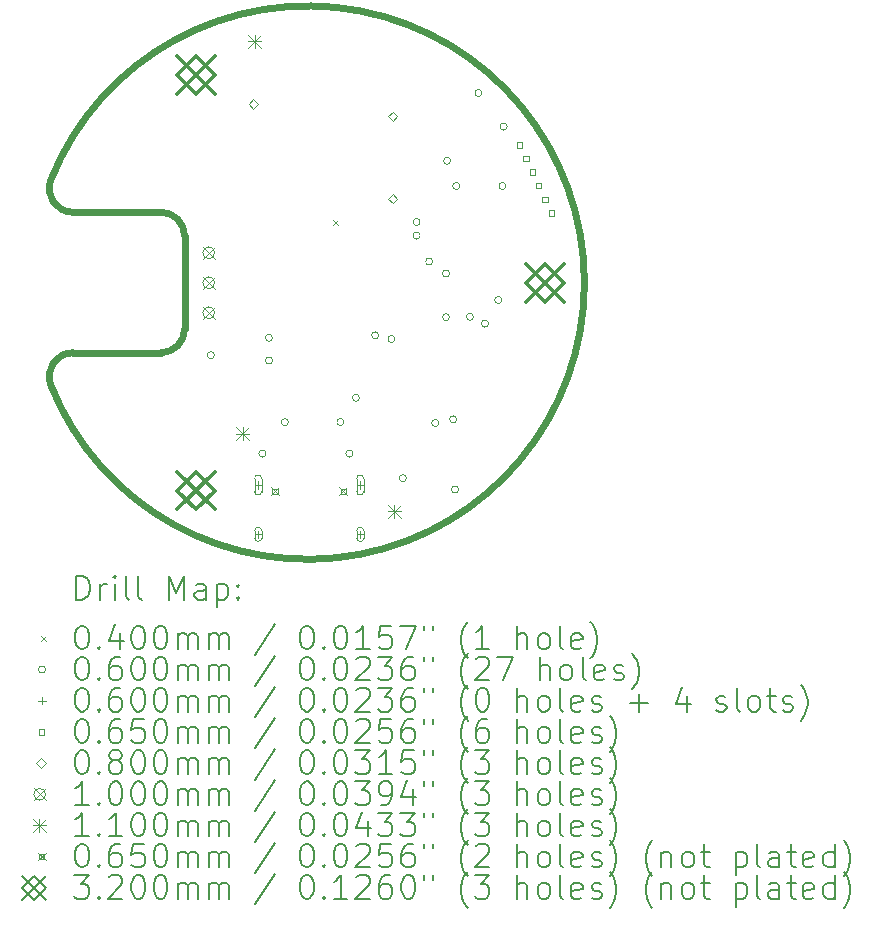
<source format=gbr>
%TF.GenerationSoftware,KiCad,Pcbnew,8.0.6*%
%TF.CreationDate,2024-12-19T11:27:47+03:00*%
%TF.ProjectId,Hall,48616c6c-2e6b-4696-9361-645f70636258,rev?*%
%TF.SameCoordinates,Original*%
%TF.FileFunction,Drillmap*%
%TF.FilePolarity,Positive*%
%FSLAX45Y45*%
G04 Gerber Fmt 4.5, Leading zero omitted, Abs format (unit mm)*
G04 Created by KiCad (PCBNEW 8.0.6) date 2024-12-19 11:27:47*
%MOMM*%
%LPD*%
G01*
G04 APERTURE LIST*
%ADD10C,0.600000*%
%ADD11C,0.200000*%
%ADD12C,0.100000*%
%ADD13C,0.110000*%
%ADD14C,0.320000*%
G04 APERTURE END LIST*
D10*
X4998515Y-4306270D02*
G75*
G02*
X4812694Y-4032318I5J200000D01*
G01*
X5944798Y-5296270D02*
G75*
G02*
X5744798Y-5496268I-199998J0D01*
G01*
X4813544Y-4032658D02*
G75*
G02*
X4812690Y-5770224I2174846J-869852D01*
G01*
X4812691Y-5770224D02*
G75*
G02*
X4998515Y-5496266I185829J73954D01*
G01*
X5744798Y-4306270D02*
G75*
G02*
X5944800Y-4506270I2J-200000D01*
G01*
X5944798Y-5296270D02*
X5944798Y-4506270D01*
X5744798Y-4306270D02*
X4998515Y-4306270D01*
X4998515Y-5496270D02*
X5744798Y-5496270D01*
D11*
D12*
X7203760Y-4374200D02*
X7243760Y-4414200D01*
X7243760Y-4374200D02*
X7203760Y-4414200D01*
X6197120Y-5516880D02*
G75*
G02*
X6137120Y-5516880I-30000J0D01*
G01*
X6137120Y-5516880D02*
G75*
G02*
X6197120Y-5516880I30000J0D01*
G01*
X6634000Y-6350000D02*
G75*
G02*
X6574000Y-6350000I-30000J0D01*
G01*
X6574000Y-6350000D02*
G75*
G02*
X6634000Y-6350000I30000J0D01*
G01*
X6689880Y-5369560D02*
G75*
G02*
X6629880Y-5369560I-30000J0D01*
G01*
X6629880Y-5369560D02*
G75*
G02*
X6689880Y-5369560I30000J0D01*
G01*
X6689880Y-5562600D02*
G75*
G02*
X6629880Y-5562600I-30000J0D01*
G01*
X6629880Y-5562600D02*
G75*
G02*
X6689880Y-5562600I30000J0D01*
G01*
X6824500Y-6083300D02*
G75*
G02*
X6764500Y-6083300I-30000J0D01*
G01*
X6764500Y-6083300D02*
G75*
G02*
X6824500Y-6083300I30000J0D01*
G01*
X7294400Y-6083300D02*
G75*
G02*
X7234400Y-6083300I-30000J0D01*
G01*
X7234400Y-6083300D02*
G75*
G02*
X7294400Y-6083300I30000J0D01*
G01*
X7370600Y-6350000D02*
G75*
G02*
X7310600Y-6350000I-30000J0D01*
G01*
X7310600Y-6350000D02*
G75*
G02*
X7370600Y-6350000I30000J0D01*
G01*
X7426480Y-5877560D02*
G75*
G02*
X7366480Y-5877560I-30000J0D01*
G01*
X7366480Y-5877560D02*
G75*
G02*
X7426480Y-5877560I30000J0D01*
G01*
X7589040Y-5349240D02*
G75*
G02*
X7529040Y-5349240I-30000J0D01*
G01*
X7529040Y-5349240D02*
G75*
G02*
X7589040Y-5349240I30000J0D01*
G01*
X7726200Y-5379720D02*
G75*
G02*
X7666200Y-5379720I-30000J0D01*
G01*
X7666200Y-5379720D02*
G75*
G02*
X7726200Y-5379720I30000J0D01*
G01*
X7822720Y-6558280D02*
G75*
G02*
X7762720Y-6558280I-30000J0D01*
G01*
X7762720Y-6558280D02*
G75*
G02*
X7822720Y-6558280I30000J0D01*
G01*
X7939560Y-4389120D02*
G75*
G02*
X7879560Y-4389120I-30000J0D01*
G01*
X7879560Y-4389120D02*
G75*
G02*
X7939560Y-4389120I30000J0D01*
G01*
X7939560Y-4505960D02*
G75*
G02*
X7879560Y-4505960I-30000J0D01*
G01*
X7879560Y-4505960D02*
G75*
G02*
X7939560Y-4505960I30000J0D01*
G01*
X8046240Y-4724400D02*
G75*
G02*
X7986240Y-4724400I-30000J0D01*
G01*
X7986240Y-4724400D02*
G75*
G02*
X8046240Y-4724400I30000J0D01*
G01*
X8097040Y-6090920D02*
G75*
G02*
X8037040Y-6090920I-30000J0D01*
G01*
X8037040Y-6090920D02*
G75*
G02*
X8097040Y-6090920I30000J0D01*
G01*
X8188480Y-4826280D02*
G75*
G02*
X8128480Y-4826280I-30000J0D01*
G01*
X8128480Y-4826280D02*
G75*
G02*
X8188480Y-4826280I30000J0D01*
G01*
X8188480Y-5194300D02*
G75*
G02*
X8128480Y-5194300I-30000J0D01*
G01*
X8128480Y-5194300D02*
G75*
G02*
X8188480Y-5194300I30000J0D01*
G01*
X8198640Y-3870960D02*
G75*
G02*
X8138640Y-3870960I-30000J0D01*
G01*
X8138640Y-3870960D02*
G75*
G02*
X8198640Y-3870960I30000J0D01*
G01*
X8249440Y-6060440D02*
G75*
G02*
X8189440Y-6060440I-30000J0D01*
G01*
X8189440Y-6060440D02*
G75*
G02*
X8249440Y-6060440I30000J0D01*
G01*
X8264680Y-6654800D02*
G75*
G02*
X8204680Y-6654800I-30000J0D01*
G01*
X8204680Y-6654800D02*
G75*
G02*
X8264680Y-6654800I30000J0D01*
G01*
X8274840Y-4084320D02*
G75*
G02*
X8214840Y-4084320I-30000J0D01*
G01*
X8214840Y-4084320D02*
G75*
G02*
X8274840Y-4084320I30000J0D01*
G01*
X8391680Y-5191760D02*
G75*
G02*
X8331680Y-5191760I-30000J0D01*
G01*
X8331680Y-5191760D02*
G75*
G02*
X8391680Y-5191760I30000J0D01*
G01*
X8462800Y-3296920D02*
G75*
G02*
X8402800Y-3296920I-30000J0D01*
G01*
X8402800Y-3296920D02*
G75*
G02*
X8462800Y-3296920I30000J0D01*
G01*
X8518680Y-5250000D02*
G75*
G02*
X8458680Y-5250000I-30000J0D01*
G01*
X8458680Y-5250000D02*
G75*
G02*
X8518680Y-5250000I30000J0D01*
G01*
X8630440Y-5050000D02*
G75*
G02*
X8570440Y-5050000I-30000J0D01*
G01*
X8570440Y-5050000D02*
G75*
G02*
X8630440Y-5050000I30000J0D01*
G01*
X8666000Y-4084320D02*
G75*
G02*
X8606000Y-4084320I-30000J0D01*
G01*
X8606000Y-4084320D02*
G75*
G02*
X8666000Y-4084320I30000J0D01*
G01*
X8676160Y-3581400D02*
G75*
G02*
X8616160Y-3581400I-30000J0D01*
G01*
X8616160Y-3581400D02*
G75*
G02*
X8676160Y-3581400I30000J0D01*
G01*
X6568000Y-6586500D02*
X6568000Y-6646500D01*
X6538000Y-6616500D02*
X6598000Y-6616500D01*
X6538000Y-6561500D02*
X6538000Y-6671500D01*
X6598000Y-6671500D02*
G75*
G02*
X6538000Y-6671500I-30000J0D01*
G01*
X6598000Y-6671500D02*
X6598000Y-6561500D01*
X6598000Y-6561500D02*
G75*
G03*
X6538000Y-6561500I-30000J0D01*
G01*
X6568000Y-7004500D02*
X6568000Y-7064500D01*
X6538000Y-7034500D02*
X6598000Y-7034500D01*
X6538000Y-7004500D02*
X6538000Y-7064500D01*
X6598000Y-7064500D02*
G75*
G02*
X6538000Y-7064500I-30000J0D01*
G01*
X6598000Y-7064500D02*
X6598000Y-7004500D01*
X6598000Y-7004500D02*
G75*
G03*
X6538000Y-7004500I-30000J0D01*
G01*
X7432000Y-6586500D02*
X7432000Y-6646500D01*
X7402000Y-6616500D02*
X7462000Y-6616500D01*
X7402000Y-6561500D02*
X7402000Y-6671500D01*
X7462000Y-6671500D02*
G75*
G02*
X7402000Y-6671500I-30000J0D01*
G01*
X7462000Y-6671500D02*
X7462000Y-6561500D01*
X7462000Y-6561500D02*
G75*
G03*
X7402000Y-6561500I-30000J0D01*
G01*
X7432000Y-7004500D02*
X7432000Y-7064500D01*
X7402000Y-7034500D02*
X7462000Y-7034500D01*
X7402000Y-7004500D02*
X7402000Y-7064500D01*
X7462000Y-7064500D02*
G75*
G02*
X7402000Y-7064500I-30000J0D01*
G01*
X7462000Y-7064500D02*
X7462000Y-7004500D01*
X7462000Y-7004500D02*
G75*
G03*
X7402000Y-7004500I-30000J0D01*
G01*
X8805636Y-3760259D02*
X8805636Y-3714297D01*
X8759674Y-3714297D01*
X8759674Y-3760259D01*
X8805636Y-3760259D01*
X8859309Y-3875360D02*
X8859309Y-3829398D01*
X8813346Y-3829398D01*
X8813346Y-3875360D01*
X8859309Y-3875360D01*
X8912981Y-3990461D02*
X8912981Y-3944499D01*
X8867019Y-3944499D01*
X8867019Y-3990461D01*
X8912981Y-3990461D01*
X8966654Y-4105562D02*
X8966654Y-4059600D01*
X8920691Y-4059600D01*
X8920691Y-4105562D01*
X8966654Y-4105562D01*
X9020326Y-4220664D02*
X9020326Y-4174701D01*
X8974364Y-4174701D01*
X8974364Y-4220664D01*
X9020326Y-4220664D01*
X9073999Y-4335765D02*
X9073999Y-4289802D01*
X9028036Y-4289802D01*
X9028036Y-4335765D01*
X9073999Y-4335765D01*
X6527800Y-3430900D02*
X6567800Y-3390900D01*
X6527800Y-3350900D01*
X6487800Y-3390900D01*
X6527800Y-3430900D01*
X7706360Y-3535040D02*
X7746360Y-3495040D01*
X7706360Y-3455040D01*
X7666360Y-3495040D01*
X7706360Y-3535040D01*
X7706360Y-4231000D02*
X7746360Y-4191000D01*
X7706360Y-4151000D01*
X7666360Y-4191000D01*
X7706360Y-4231000D01*
X6100000Y-4600000D02*
X6200000Y-4700000D01*
X6200000Y-4600000D02*
X6100000Y-4700000D01*
X6200000Y-4650000D02*
G75*
G02*
X6100000Y-4650000I-50000J0D01*
G01*
X6100000Y-4650000D02*
G75*
G02*
X6200000Y-4650000I50000J0D01*
G01*
X6100000Y-4854000D02*
X6200000Y-4954000D01*
X6200000Y-4854000D02*
X6100000Y-4954000D01*
X6200000Y-4904000D02*
G75*
G02*
X6100000Y-4904000I-50000J0D01*
G01*
X6100000Y-4904000D02*
G75*
G02*
X6200000Y-4904000I50000J0D01*
G01*
X6100000Y-5108000D02*
X6200000Y-5208000D01*
X6200000Y-5108000D02*
X6100000Y-5208000D01*
X6200000Y-5158000D02*
G75*
G02*
X6100000Y-5158000I-50000J0D01*
G01*
X6100000Y-5158000D02*
G75*
G02*
X6200000Y-5158000I50000J0D01*
G01*
D13*
X6381360Y-6127360D02*
X6491360Y-6237360D01*
X6491360Y-6127360D02*
X6381360Y-6237360D01*
X6436360Y-6127360D02*
X6436360Y-6237360D01*
X6381360Y-6182360D02*
X6491360Y-6182360D01*
X6485500Y-2802500D02*
X6595500Y-2912500D01*
X6595500Y-2802500D02*
X6485500Y-2912500D01*
X6540500Y-2802500D02*
X6540500Y-2912500D01*
X6485500Y-2857500D02*
X6595500Y-2857500D01*
X7666600Y-6782680D02*
X7776600Y-6892680D01*
X7776600Y-6782680D02*
X7666600Y-6892680D01*
X7721600Y-6782680D02*
X7721600Y-6892680D01*
X7666600Y-6837680D02*
X7776600Y-6837680D01*
D12*
X6678500Y-6637000D02*
X6743500Y-6702000D01*
X6743500Y-6637000D02*
X6678500Y-6702000D01*
X6733981Y-6692481D02*
X6733981Y-6646519D01*
X6688019Y-6646519D01*
X6688019Y-6692481D01*
X6733981Y-6692481D01*
X7256500Y-6637000D02*
X7321500Y-6702000D01*
X7321500Y-6637000D02*
X7256500Y-6702000D01*
X7311981Y-6692481D02*
X7311981Y-6646519D01*
X7266019Y-6646519D01*
X7266019Y-6692481D01*
X7311981Y-6692481D01*
D14*
X5884492Y-6503281D02*
X6204492Y-6823281D01*
X6204492Y-6503281D02*
X5884492Y-6823281D01*
X6044492Y-6823281D02*
X6204492Y-6663281D01*
X6044492Y-6503281D01*
X5884492Y-6663281D01*
X6044492Y-6823281D01*
X5884509Y-2986709D02*
X6204509Y-3306709D01*
X6204509Y-2986709D02*
X5884509Y-3306709D01*
X6044509Y-3306709D02*
X6204509Y-3146709D01*
X6044509Y-2986709D01*
X5884509Y-3146709D01*
X6044509Y-3306709D01*
X8837618Y-4745000D02*
X9157618Y-5065000D01*
X9157618Y-4745000D02*
X8837618Y-5065000D01*
X8997618Y-5065000D02*
X9157618Y-4905000D01*
X8997618Y-4745000D01*
X8837618Y-4905000D01*
X8997618Y-5065000D01*
D11*
X5029292Y-7586343D02*
X5029292Y-7386343D01*
X5029292Y-7386343D02*
X5076911Y-7386343D01*
X5076911Y-7386343D02*
X5105483Y-7395867D01*
X5105483Y-7395867D02*
X5124531Y-7414914D01*
X5124531Y-7414914D02*
X5134054Y-7433962D01*
X5134054Y-7433962D02*
X5143578Y-7472057D01*
X5143578Y-7472057D02*
X5143578Y-7500629D01*
X5143578Y-7500629D02*
X5134054Y-7538724D01*
X5134054Y-7538724D02*
X5124531Y-7557771D01*
X5124531Y-7557771D02*
X5105483Y-7576819D01*
X5105483Y-7576819D02*
X5076911Y-7586343D01*
X5076911Y-7586343D02*
X5029292Y-7586343D01*
X5229292Y-7586343D02*
X5229292Y-7453009D01*
X5229292Y-7491105D02*
X5238816Y-7472057D01*
X5238816Y-7472057D02*
X5248340Y-7462533D01*
X5248340Y-7462533D02*
X5267388Y-7453009D01*
X5267388Y-7453009D02*
X5286435Y-7453009D01*
X5353102Y-7586343D02*
X5353102Y-7453009D01*
X5353102Y-7386343D02*
X5343578Y-7395867D01*
X5343578Y-7395867D02*
X5353102Y-7405390D01*
X5353102Y-7405390D02*
X5362626Y-7395867D01*
X5362626Y-7395867D02*
X5353102Y-7386343D01*
X5353102Y-7386343D02*
X5353102Y-7405390D01*
X5476911Y-7586343D02*
X5457864Y-7576819D01*
X5457864Y-7576819D02*
X5448340Y-7557771D01*
X5448340Y-7557771D02*
X5448340Y-7386343D01*
X5581673Y-7586343D02*
X5562626Y-7576819D01*
X5562626Y-7576819D02*
X5553102Y-7557771D01*
X5553102Y-7557771D02*
X5553102Y-7386343D01*
X5810245Y-7586343D02*
X5810245Y-7386343D01*
X5810245Y-7386343D02*
X5876911Y-7529200D01*
X5876911Y-7529200D02*
X5943578Y-7386343D01*
X5943578Y-7386343D02*
X5943578Y-7586343D01*
X6124530Y-7586343D02*
X6124530Y-7481581D01*
X6124530Y-7481581D02*
X6115007Y-7462533D01*
X6115007Y-7462533D02*
X6095959Y-7453009D01*
X6095959Y-7453009D02*
X6057864Y-7453009D01*
X6057864Y-7453009D02*
X6038816Y-7462533D01*
X6124530Y-7576819D02*
X6105483Y-7586343D01*
X6105483Y-7586343D02*
X6057864Y-7586343D01*
X6057864Y-7586343D02*
X6038816Y-7576819D01*
X6038816Y-7576819D02*
X6029292Y-7557771D01*
X6029292Y-7557771D02*
X6029292Y-7538724D01*
X6029292Y-7538724D02*
X6038816Y-7519676D01*
X6038816Y-7519676D02*
X6057864Y-7510152D01*
X6057864Y-7510152D02*
X6105483Y-7510152D01*
X6105483Y-7510152D02*
X6124530Y-7500629D01*
X6219769Y-7453009D02*
X6219769Y-7653009D01*
X6219769Y-7462533D02*
X6238816Y-7453009D01*
X6238816Y-7453009D02*
X6276911Y-7453009D01*
X6276911Y-7453009D02*
X6295959Y-7462533D01*
X6295959Y-7462533D02*
X6305483Y-7472057D01*
X6305483Y-7472057D02*
X6315007Y-7491105D01*
X6315007Y-7491105D02*
X6315007Y-7548248D01*
X6315007Y-7548248D02*
X6305483Y-7567295D01*
X6305483Y-7567295D02*
X6295959Y-7576819D01*
X6295959Y-7576819D02*
X6276911Y-7586343D01*
X6276911Y-7586343D02*
X6238816Y-7586343D01*
X6238816Y-7586343D02*
X6219769Y-7576819D01*
X6400721Y-7567295D02*
X6410245Y-7576819D01*
X6410245Y-7576819D02*
X6400721Y-7586343D01*
X6400721Y-7586343D02*
X6391197Y-7576819D01*
X6391197Y-7576819D02*
X6400721Y-7567295D01*
X6400721Y-7567295D02*
X6400721Y-7586343D01*
X6400721Y-7462533D02*
X6410245Y-7472057D01*
X6410245Y-7472057D02*
X6400721Y-7481581D01*
X6400721Y-7481581D02*
X6391197Y-7472057D01*
X6391197Y-7472057D02*
X6400721Y-7462533D01*
X6400721Y-7462533D02*
X6400721Y-7481581D01*
D12*
X4728516Y-7894859D02*
X4768516Y-7934859D01*
X4768516Y-7894859D02*
X4728516Y-7934859D01*
D11*
X5067388Y-7806343D02*
X5086435Y-7806343D01*
X5086435Y-7806343D02*
X5105483Y-7815867D01*
X5105483Y-7815867D02*
X5115007Y-7825390D01*
X5115007Y-7825390D02*
X5124531Y-7844438D01*
X5124531Y-7844438D02*
X5134054Y-7882533D01*
X5134054Y-7882533D02*
X5134054Y-7930152D01*
X5134054Y-7930152D02*
X5124531Y-7968248D01*
X5124531Y-7968248D02*
X5115007Y-7987295D01*
X5115007Y-7987295D02*
X5105483Y-7996819D01*
X5105483Y-7996819D02*
X5086435Y-8006343D01*
X5086435Y-8006343D02*
X5067388Y-8006343D01*
X5067388Y-8006343D02*
X5048340Y-7996819D01*
X5048340Y-7996819D02*
X5038816Y-7987295D01*
X5038816Y-7987295D02*
X5029292Y-7968248D01*
X5029292Y-7968248D02*
X5019769Y-7930152D01*
X5019769Y-7930152D02*
X5019769Y-7882533D01*
X5019769Y-7882533D02*
X5029292Y-7844438D01*
X5029292Y-7844438D02*
X5038816Y-7825390D01*
X5038816Y-7825390D02*
X5048340Y-7815867D01*
X5048340Y-7815867D02*
X5067388Y-7806343D01*
X5219769Y-7987295D02*
X5229292Y-7996819D01*
X5229292Y-7996819D02*
X5219769Y-8006343D01*
X5219769Y-8006343D02*
X5210245Y-7996819D01*
X5210245Y-7996819D02*
X5219769Y-7987295D01*
X5219769Y-7987295D02*
X5219769Y-8006343D01*
X5400721Y-7873009D02*
X5400721Y-8006343D01*
X5353102Y-7796819D02*
X5305483Y-7939676D01*
X5305483Y-7939676D02*
X5429292Y-7939676D01*
X5543578Y-7806343D02*
X5562626Y-7806343D01*
X5562626Y-7806343D02*
X5581673Y-7815867D01*
X5581673Y-7815867D02*
X5591197Y-7825390D01*
X5591197Y-7825390D02*
X5600721Y-7844438D01*
X5600721Y-7844438D02*
X5610245Y-7882533D01*
X5610245Y-7882533D02*
X5610245Y-7930152D01*
X5610245Y-7930152D02*
X5600721Y-7968248D01*
X5600721Y-7968248D02*
X5591197Y-7987295D01*
X5591197Y-7987295D02*
X5581673Y-7996819D01*
X5581673Y-7996819D02*
X5562626Y-8006343D01*
X5562626Y-8006343D02*
X5543578Y-8006343D01*
X5543578Y-8006343D02*
X5524531Y-7996819D01*
X5524531Y-7996819D02*
X5515007Y-7987295D01*
X5515007Y-7987295D02*
X5505483Y-7968248D01*
X5505483Y-7968248D02*
X5495959Y-7930152D01*
X5495959Y-7930152D02*
X5495959Y-7882533D01*
X5495959Y-7882533D02*
X5505483Y-7844438D01*
X5505483Y-7844438D02*
X5515007Y-7825390D01*
X5515007Y-7825390D02*
X5524531Y-7815867D01*
X5524531Y-7815867D02*
X5543578Y-7806343D01*
X5734054Y-7806343D02*
X5753102Y-7806343D01*
X5753102Y-7806343D02*
X5772150Y-7815867D01*
X5772150Y-7815867D02*
X5781673Y-7825390D01*
X5781673Y-7825390D02*
X5791197Y-7844438D01*
X5791197Y-7844438D02*
X5800721Y-7882533D01*
X5800721Y-7882533D02*
X5800721Y-7930152D01*
X5800721Y-7930152D02*
X5791197Y-7968248D01*
X5791197Y-7968248D02*
X5781673Y-7987295D01*
X5781673Y-7987295D02*
X5772150Y-7996819D01*
X5772150Y-7996819D02*
X5753102Y-8006343D01*
X5753102Y-8006343D02*
X5734054Y-8006343D01*
X5734054Y-8006343D02*
X5715007Y-7996819D01*
X5715007Y-7996819D02*
X5705483Y-7987295D01*
X5705483Y-7987295D02*
X5695959Y-7968248D01*
X5695959Y-7968248D02*
X5686435Y-7930152D01*
X5686435Y-7930152D02*
X5686435Y-7882533D01*
X5686435Y-7882533D02*
X5695959Y-7844438D01*
X5695959Y-7844438D02*
X5705483Y-7825390D01*
X5705483Y-7825390D02*
X5715007Y-7815867D01*
X5715007Y-7815867D02*
X5734054Y-7806343D01*
X5886435Y-8006343D02*
X5886435Y-7873009D01*
X5886435Y-7892057D02*
X5895959Y-7882533D01*
X5895959Y-7882533D02*
X5915007Y-7873009D01*
X5915007Y-7873009D02*
X5943578Y-7873009D01*
X5943578Y-7873009D02*
X5962626Y-7882533D01*
X5962626Y-7882533D02*
X5972150Y-7901581D01*
X5972150Y-7901581D02*
X5972150Y-8006343D01*
X5972150Y-7901581D02*
X5981673Y-7882533D01*
X5981673Y-7882533D02*
X6000721Y-7873009D01*
X6000721Y-7873009D02*
X6029292Y-7873009D01*
X6029292Y-7873009D02*
X6048340Y-7882533D01*
X6048340Y-7882533D02*
X6057864Y-7901581D01*
X6057864Y-7901581D02*
X6057864Y-8006343D01*
X6153102Y-8006343D02*
X6153102Y-7873009D01*
X6153102Y-7892057D02*
X6162626Y-7882533D01*
X6162626Y-7882533D02*
X6181673Y-7873009D01*
X6181673Y-7873009D02*
X6210245Y-7873009D01*
X6210245Y-7873009D02*
X6229292Y-7882533D01*
X6229292Y-7882533D02*
X6238816Y-7901581D01*
X6238816Y-7901581D02*
X6238816Y-8006343D01*
X6238816Y-7901581D02*
X6248340Y-7882533D01*
X6248340Y-7882533D02*
X6267388Y-7873009D01*
X6267388Y-7873009D02*
X6295959Y-7873009D01*
X6295959Y-7873009D02*
X6315007Y-7882533D01*
X6315007Y-7882533D02*
X6324531Y-7901581D01*
X6324531Y-7901581D02*
X6324531Y-8006343D01*
X6715007Y-7796819D02*
X6543578Y-8053962D01*
X6972150Y-7806343D02*
X6991197Y-7806343D01*
X6991197Y-7806343D02*
X7010245Y-7815867D01*
X7010245Y-7815867D02*
X7019769Y-7825390D01*
X7019769Y-7825390D02*
X7029293Y-7844438D01*
X7029293Y-7844438D02*
X7038816Y-7882533D01*
X7038816Y-7882533D02*
X7038816Y-7930152D01*
X7038816Y-7930152D02*
X7029293Y-7968248D01*
X7029293Y-7968248D02*
X7019769Y-7987295D01*
X7019769Y-7987295D02*
X7010245Y-7996819D01*
X7010245Y-7996819D02*
X6991197Y-8006343D01*
X6991197Y-8006343D02*
X6972150Y-8006343D01*
X6972150Y-8006343D02*
X6953102Y-7996819D01*
X6953102Y-7996819D02*
X6943578Y-7987295D01*
X6943578Y-7987295D02*
X6934054Y-7968248D01*
X6934054Y-7968248D02*
X6924531Y-7930152D01*
X6924531Y-7930152D02*
X6924531Y-7882533D01*
X6924531Y-7882533D02*
X6934054Y-7844438D01*
X6934054Y-7844438D02*
X6943578Y-7825390D01*
X6943578Y-7825390D02*
X6953102Y-7815867D01*
X6953102Y-7815867D02*
X6972150Y-7806343D01*
X7124531Y-7987295D02*
X7134054Y-7996819D01*
X7134054Y-7996819D02*
X7124531Y-8006343D01*
X7124531Y-8006343D02*
X7115007Y-7996819D01*
X7115007Y-7996819D02*
X7124531Y-7987295D01*
X7124531Y-7987295D02*
X7124531Y-8006343D01*
X7257864Y-7806343D02*
X7276912Y-7806343D01*
X7276912Y-7806343D02*
X7295959Y-7815867D01*
X7295959Y-7815867D02*
X7305483Y-7825390D01*
X7305483Y-7825390D02*
X7315007Y-7844438D01*
X7315007Y-7844438D02*
X7324531Y-7882533D01*
X7324531Y-7882533D02*
X7324531Y-7930152D01*
X7324531Y-7930152D02*
X7315007Y-7968248D01*
X7315007Y-7968248D02*
X7305483Y-7987295D01*
X7305483Y-7987295D02*
X7295959Y-7996819D01*
X7295959Y-7996819D02*
X7276912Y-8006343D01*
X7276912Y-8006343D02*
X7257864Y-8006343D01*
X7257864Y-8006343D02*
X7238816Y-7996819D01*
X7238816Y-7996819D02*
X7229293Y-7987295D01*
X7229293Y-7987295D02*
X7219769Y-7968248D01*
X7219769Y-7968248D02*
X7210245Y-7930152D01*
X7210245Y-7930152D02*
X7210245Y-7882533D01*
X7210245Y-7882533D02*
X7219769Y-7844438D01*
X7219769Y-7844438D02*
X7229293Y-7825390D01*
X7229293Y-7825390D02*
X7238816Y-7815867D01*
X7238816Y-7815867D02*
X7257864Y-7806343D01*
X7515007Y-8006343D02*
X7400721Y-8006343D01*
X7457864Y-8006343D02*
X7457864Y-7806343D01*
X7457864Y-7806343D02*
X7438816Y-7834914D01*
X7438816Y-7834914D02*
X7419769Y-7853962D01*
X7419769Y-7853962D02*
X7400721Y-7863486D01*
X7695959Y-7806343D02*
X7600721Y-7806343D01*
X7600721Y-7806343D02*
X7591197Y-7901581D01*
X7591197Y-7901581D02*
X7600721Y-7892057D01*
X7600721Y-7892057D02*
X7619769Y-7882533D01*
X7619769Y-7882533D02*
X7667388Y-7882533D01*
X7667388Y-7882533D02*
X7686435Y-7892057D01*
X7686435Y-7892057D02*
X7695959Y-7901581D01*
X7695959Y-7901581D02*
X7705483Y-7920629D01*
X7705483Y-7920629D02*
X7705483Y-7968248D01*
X7705483Y-7968248D02*
X7695959Y-7987295D01*
X7695959Y-7987295D02*
X7686435Y-7996819D01*
X7686435Y-7996819D02*
X7667388Y-8006343D01*
X7667388Y-8006343D02*
X7619769Y-8006343D01*
X7619769Y-8006343D02*
X7600721Y-7996819D01*
X7600721Y-7996819D02*
X7591197Y-7987295D01*
X7772150Y-7806343D02*
X7905483Y-7806343D01*
X7905483Y-7806343D02*
X7819769Y-8006343D01*
X7972150Y-7806343D02*
X7972150Y-7844438D01*
X8048340Y-7806343D02*
X8048340Y-7844438D01*
X8343578Y-8082533D02*
X8334055Y-8073009D01*
X8334055Y-8073009D02*
X8315007Y-8044438D01*
X8315007Y-8044438D02*
X8305483Y-8025390D01*
X8305483Y-8025390D02*
X8295959Y-7996819D01*
X8295959Y-7996819D02*
X8286436Y-7949200D01*
X8286436Y-7949200D02*
X8286436Y-7911105D01*
X8286436Y-7911105D02*
X8295959Y-7863486D01*
X8295959Y-7863486D02*
X8305483Y-7834914D01*
X8305483Y-7834914D02*
X8315007Y-7815867D01*
X8315007Y-7815867D02*
X8334055Y-7787295D01*
X8334055Y-7787295D02*
X8343578Y-7777771D01*
X8524531Y-8006343D02*
X8410245Y-8006343D01*
X8467388Y-8006343D02*
X8467388Y-7806343D01*
X8467388Y-7806343D02*
X8448340Y-7834914D01*
X8448340Y-7834914D02*
X8429293Y-7853962D01*
X8429293Y-7853962D02*
X8410245Y-7863486D01*
X8762626Y-8006343D02*
X8762626Y-7806343D01*
X8848340Y-8006343D02*
X8848340Y-7901581D01*
X8848340Y-7901581D02*
X8838817Y-7882533D01*
X8838817Y-7882533D02*
X8819769Y-7873009D01*
X8819769Y-7873009D02*
X8791198Y-7873009D01*
X8791198Y-7873009D02*
X8772150Y-7882533D01*
X8772150Y-7882533D02*
X8762626Y-7892057D01*
X8972150Y-8006343D02*
X8953102Y-7996819D01*
X8953102Y-7996819D02*
X8943579Y-7987295D01*
X8943579Y-7987295D02*
X8934055Y-7968248D01*
X8934055Y-7968248D02*
X8934055Y-7911105D01*
X8934055Y-7911105D02*
X8943579Y-7892057D01*
X8943579Y-7892057D02*
X8953102Y-7882533D01*
X8953102Y-7882533D02*
X8972150Y-7873009D01*
X8972150Y-7873009D02*
X9000721Y-7873009D01*
X9000721Y-7873009D02*
X9019769Y-7882533D01*
X9019769Y-7882533D02*
X9029293Y-7892057D01*
X9029293Y-7892057D02*
X9038817Y-7911105D01*
X9038817Y-7911105D02*
X9038817Y-7968248D01*
X9038817Y-7968248D02*
X9029293Y-7987295D01*
X9029293Y-7987295D02*
X9019769Y-7996819D01*
X9019769Y-7996819D02*
X9000721Y-8006343D01*
X9000721Y-8006343D02*
X8972150Y-8006343D01*
X9153102Y-8006343D02*
X9134055Y-7996819D01*
X9134055Y-7996819D02*
X9124531Y-7977771D01*
X9124531Y-7977771D02*
X9124531Y-7806343D01*
X9305483Y-7996819D02*
X9286436Y-8006343D01*
X9286436Y-8006343D02*
X9248340Y-8006343D01*
X9248340Y-8006343D02*
X9229293Y-7996819D01*
X9229293Y-7996819D02*
X9219769Y-7977771D01*
X9219769Y-7977771D02*
X9219769Y-7901581D01*
X9219769Y-7901581D02*
X9229293Y-7882533D01*
X9229293Y-7882533D02*
X9248340Y-7873009D01*
X9248340Y-7873009D02*
X9286436Y-7873009D01*
X9286436Y-7873009D02*
X9305483Y-7882533D01*
X9305483Y-7882533D02*
X9315007Y-7901581D01*
X9315007Y-7901581D02*
X9315007Y-7920629D01*
X9315007Y-7920629D02*
X9219769Y-7939676D01*
X9381674Y-8082533D02*
X9391198Y-8073009D01*
X9391198Y-8073009D02*
X9410245Y-8044438D01*
X9410245Y-8044438D02*
X9419769Y-8025390D01*
X9419769Y-8025390D02*
X9429293Y-7996819D01*
X9429293Y-7996819D02*
X9438817Y-7949200D01*
X9438817Y-7949200D02*
X9438817Y-7911105D01*
X9438817Y-7911105D02*
X9429293Y-7863486D01*
X9429293Y-7863486D02*
X9419769Y-7834914D01*
X9419769Y-7834914D02*
X9410245Y-7815867D01*
X9410245Y-7815867D02*
X9391198Y-7787295D01*
X9391198Y-7787295D02*
X9381674Y-7777771D01*
D12*
X4768516Y-8178859D02*
G75*
G02*
X4708516Y-8178859I-30000J0D01*
G01*
X4708516Y-8178859D02*
G75*
G02*
X4768516Y-8178859I30000J0D01*
G01*
D11*
X5067388Y-8070343D02*
X5086435Y-8070343D01*
X5086435Y-8070343D02*
X5105483Y-8079867D01*
X5105483Y-8079867D02*
X5115007Y-8089390D01*
X5115007Y-8089390D02*
X5124531Y-8108438D01*
X5124531Y-8108438D02*
X5134054Y-8146533D01*
X5134054Y-8146533D02*
X5134054Y-8194152D01*
X5134054Y-8194152D02*
X5124531Y-8232248D01*
X5124531Y-8232248D02*
X5115007Y-8251295D01*
X5115007Y-8251295D02*
X5105483Y-8260819D01*
X5105483Y-8260819D02*
X5086435Y-8270343D01*
X5086435Y-8270343D02*
X5067388Y-8270343D01*
X5067388Y-8270343D02*
X5048340Y-8260819D01*
X5048340Y-8260819D02*
X5038816Y-8251295D01*
X5038816Y-8251295D02*
X5029292Y-8232248D01*
X5029292Y-8232248D02*
X5019769Y-8194152D01*
X5019769Y-8194152D02*
X5019769Y-8146533D01*
X5019769Y-8146533D02*
X5029292Y-8108438D01*
X5029292Y-8108438D02*
X5038816Y-8089390D01*
X5038816Y-8089390D02*
X5048340Y-8079867D01*
X5048340Y-8079867D02*
X5067388Y-8070343D01*
X5219769Y-8251295D02*
X5229292Y-8260819D01*
X5229292Y-8260819D02*
X5219769Y-8270343D01*
X5219769Y-8270343D02*
X5210245Y-8260819D01*
X5210245Y-8260819D02*
X5219769Y-8251295D01*
X5219769Y-8251295D02*
X5219769Y-8270343D01*
X5400721Y-8070343D02*
X5362626Y-8070343D01*
X5362626Y-8070343D02*
X5343578Y-8079867D01*
X5343578Y-8079867D02*
X5334054Y-8089390D01*
X5334054Y-8089390D02*
X5315007Y-8117962D01*
X5315007Y-8117962D02*
X5305483Y-8156057D01*
X5305483Y-8156057D02*
X5305483Y-8232248D01*
X5305483Y-8232248D02*
X5315007Y-8251295D01*
X5315007Y-8251295D02*
X5324531Y-8260819D01*
X5324531Y-8260819D02*
X5343578Y-8270343D01*
X5343578Y-8270343D02*
X5381673Y-8270343D01*
X5381673Y-8270343D02*
X5400721Y-8260819D01*
X5400721Y-8260819D02*
X5410245Y-8251295D01*
X5410245Y-8251295D02*
X5419769Y-8232248D01*
X5419769Y-8232248D02*
X5419769Y-8184629D01*
X5419769Y-8184629D02*
X5410245Y-8165581D01*
X5410245Y-8165581D02*
X5400721Y-8156057D01*
X5400721Y-8156057D02*
X5381673Y-8146533D01*
X5381673Y-8146533D02*
X5343578Y-8146533D01*
X5343578Y-8146533D02*
X5324531Y-8156057D01*
X5324531Y-8156057D02*
X5315007Y-8165581D01*
X5315007Y-8165581D02*
X5305483Y-8184629D01*
X5543578Y-8070343D02*
X5562626Y-8070343D01*
X5562626Y-8070343D02*
X5581673Y-8079867D01*
X5581673Y-8079867D02*
X5591197Y-8089390D01*
X5591197Y-8089390D02*
X5600721Y-8108438D01*
X5600721Y-8108438D02*
X5610245Y-8146533D01*
X5610245Y-8146533D02*
X5610245Y-8194152D01*
X5610245Y-8194152D02*
X5600721Y-8232248D01*
X5600721Y-8232248D02*
X5591197Y-8251295D01*
X5591197Y-8251295D02*
X5581673Y-8260819D01*
X5581673Y-8260819D02*
X5562626Y-8270343D01*
X5562626Y-8270343D02*
X5543578Y-8270343D01*
X5543578Y-8270343D02*
X5524531Y-8260819D01*
X5524531Y-8260819D02*
X5515007Y-8251295D01*
X5515007Y-8251295D02*
X5505483Y-8232248D01*
X5505483Y-8232248D02*
X5495959Y-8194152D01*
X5495959Y-8194152D02*
X5495959Y-8146533D01*
X5495959Y-8146533D02*
X5505483Y-8108438D01*
X5505483Y-8108438D02*
X5515007Y-8089390D01*
X5515007Y-8089390D02*
X5524531Y-8079867D01*
X5524531Y-8079867D02*
X5543578Y-8070343D01*
X5734054Y-8070343D02*
X5753102Y-8070343D01*
X5753102Y-8070343D02*
X5772150Y-8079867D01*
X5772150Y-8079867D02*
X5781673Y-8089390D01*
X5781673Y-8089390D02*
X5791197Y-8108438D01*
X5791197Y-8108438D02*
X5800721Y-8146533D01*
X5800721Y-8146533D02*
X5800721Y-8194152D01*
X5800721Y-8194152D02*
X5791197Y-8232248D01*
X5791197Y-8232248D02*
X5781673Y-8251295D01*
X5781673Y-8251295D02*
X5772150Y-8260819D01*
X5772150Y-8260819D02*
X5753102Y-8270343D01*
X5753102Y-8270343D02*
X5734054Y-8270343D01*
X5734054Y-8270343D02*
X5715007Y-8260819D01*
X5715007Y-8260819D02*
X5705483Y-8251295D01*
X5705483Y-8251295D02*
X5695959Y-8232248D01*
X5695959Y-8232248D02*
X5686435Y-8194152D01*
X5686435Y-8194152D02*
X5686435Y-8146533D01*
X5686435Y-8146533D02*
X5695959Y-8108438D01*
X5695959Y-8108438D02*
X5705483Y-8089390D01*
X5705483Y-8089390D02*
X5715007Y-8079867D01*
X5715007Y-8079867D02*
X5734054Y-8070343D01*
X5886435Y-8270343D02*
X5886435Y-8137009D01*
X5886435Y-8156057D02*
X5895959Y-8146533D01*
X5895959Y-8146533D02*
X5915007Y-8137009D01*
X5915007Y-8137009D02*
X5943578Y-8137009D01*
X5943578Y-8137009D02*
X5962626Y-8146533D01*
X5962626Y-8146533D02*
X5972150Y-8165581D01*
X5972150Y-8165581D02*
X5972150Y-8270343D01*
X5972150Y-8165581D02*
X5981673Y-8146533D01*
X5981673Y-8146533D02*
X6000721Y-8137009D01*
X6000721Y-8137009D02*
X6029292Y-8137009D01*
X6029292Y-8137009D02*
X6048340Y-8146533D01*
X6048340Y-8146533D02*
X6057864Y-8165581D01*
X6057864Y-8165581D02*
X6057864Y-8270343D01*
X6153102Y-8270343D02*
X6153102Y-8137009D01*
X6153102Y-8156057D02*
X6162626Y-8146533D01*
X6162626Y-8146533D02*
X6181673Y-8137009D01*
X6181673Y-8137009D02*
X6210245Y-8137009D01*
X6210245Y-8137009D02*
X6229292Y-8146533D01*
X6229292Y-8146533D02*
X6238816Y-8165581D01*
X6238816Y-8165581D02*
X6238816Y-8270343D01*
X6238816Y-8165581D02*
X6248340Y-8146533D01*
X6248340Y-8146533D02*
X6267388Y-8137009D01*
X6267388Y-8137009D02*
X6295959Y-8137009D01*
X6295959Y-8137009D02*
X6315007Y-8146533D01*
X6315007Y-8146533D02*
X6324531Y-8165581D01*
X6324531Y-8165581D02*
X6324531Y-8270343D01*
X6715007Y-8060819D02*
X6543578Y-8317962D01*
X6972150Y-8070343D02*
X6991197Y-8070343D01*
X6991197Y-8070343D02*
X7010245Y-8079867D01*
X7010245Y-8079867D02*
X7019769Y-8089390D01*
X7019769Y-8089390D02*
X7029293Y-8108438D01*
X7029293Y-8108438D02*
X7038816Y-8146533D01*
X7038816Y-8146533D02*
X7038816Y-8194152D01*
X7038816Y-8194152D02*
X7029293Y-8232248D01*
X7029293Y-8232248D02*
X7019769Y-8251295D01*
X7019769Y-8251295D02*
X7010245Y-8260819D01*
X7010245Y-8260819D02*
X6991197Y-8270343D01*
X6991197Y-8270343D02*
X6972150Y-8270343D01*
X6972150Y-8270343D02*
X6953102Y-8260819D01*
X6953102Y-8260819D02*
X6943578Y-8251295D01*
X6943578Y-8251295D02*
X6934054Y-8232248D01*
X6934054Y-8232248D02*
X6924531Y-8194152D01*
X6924531Y-8194152D02*
X6924531Y-8146533D01*
X6924531Y-8146533D02*
X6934054Y-8108438D01*
X6934054Y-8108438D02*
X6943578Y-8089390D01*
X6943578Y-8089390D02*
X6953102Y-8079867D01*
X6953102Y-8079867D02*
X6972150Y-8070343D01*
X7124531Y-8251295D02*
X7134054Y-8260819D01*
X7134054Y-8260819D02*
X7124531Y-8270343D01*
X7124531Y-8270343D02*
X7115007Y-8260819D01*
X7115007Y-8260819D02*
X7124531Y-8251295D01*
X7124531Y-8251295D02*
X7124531Y-8270343D01*
X7257864Y-8070343D02*
X7276912Y-8070343D01*
X7276912Y-8070343D02*
X7295959Y-8079867D01*
X7295959Y-8079867D02*
X7305483Y-8089390D01*
X7305483Y-8089390D02*
X7315007Y-8108438D01*
X7315007Y-8108438D02*
X7324531Y-8146533D01*
X7324531Y-8146533D02*
X7324531Y-8194152D01*
X7324531Y-8194152D02*
X7315007Y-8232248D01*
X7315007Y-8232248D02*
X7305483Y-8251295D01*
X7305483Y-8251295D02*
X7295959Y-8260819D01*
X7295959Y-8260819D02*
X7276912Y-8270343D01*
X7276912Y-8270343D02*
X7257864Y-8270343D01*
X7257864Y-8270343D02*
X7238816Y-8260819D01*
X7238816Y-8260819D02*
X7229293Y-8251295D01*
X7229293Y-8251295D02*
X7219769Y-8232248D01*
X7219769Y-8232248D02*
X7210245Y-8194152D01*
X7210245Y-8194152D02*
X7210245Y-8146533D01*
X7210245Y-8146533D02*
X7219769Y-8108438D01*
X7219769Y-8108438D02*
X7229293Y-8089390D01*
X7229293Y-8089390D02*
X7238816Y-8079867D01*
X7238816Y-8079867D02*
X7257864Y-8070343D01*
X7400721Y-8089390D02*
X7410245Y-8079867D01*
X7410245Y-8079867D02*
X7429293Y-8070343D01*
X7429293Y-8070343D02*
X7476912Y-8070343D01*
X7476912Y-8070343D02*
X7495959Y-8079867D01*
X7495959Y-8079867D02*
X7505483Y-8089390D01*
X7505483Y-8089390D02*
X7515007Y-8108438D01*
X7515007Y-8108438D02*
X7515007Y-8127486D01*
X7515007Y-8127486D02*
X7505483Y-8156057D01*
X7505483Y-8156057D02*
X7391197Y-8270343D01*
X7391197Y-8270343D02*
X7515007Y-8270343D01*
X7581674Y-8070343D02*
X7705483Y-8070343D01*
X7705483Y-8070343D02*
X7638816Y-8146533D01*
X7638816Y-8146533D02*
X7667388Y-8146533D01*
X7667388Y-8146533D02*
X7686435Y-8156057D01*
X7686435Y-8156057D02*
X7695959Y-8165581D01*
X7695959Y-8165581D02*
X7705483Y-8184629D01*
X7705483Y-8184629D02*
X7705483Y-8232248D01*
X7705483Y-8232248D02*
X7695959Y-8251295D01*
X7695959Y-8251295D02*
X7686435Y-8260819D01*
X7686435Y-8260819D02*
X7667388Y-8270343D01*
X7667388Y-8270343D02*
X7610245Y-8270343D01*
X7610245Y-8270343D02*
X7591197Y-8260819D01*
X7591197Y-8260819D02*
X7581674Y-8251295D01*
X7876912Y-8070343D02*
X7838816Y-8070343D01*
X7838816Y-8070343D02*
X7819769Y-8079867D01*
X7819769Y-8079867D02*
X7810245Y-8089390D01*
X7810245Y-8089390D02*
X7791197Y-8117962D01*
X7791197Y-8117962D02*
X7781674Y-8156057D01*
X7781674Y-8156057D02*
X7781674Y-8232248D01*
X7781674Y-8232248D02*
X7791197Y-8251295D01*
X7791197Y-8251295D02*
X7800721Y-8260819D01*
X7800721Y-8260819D02*
X7819769Y-8270343D01*
X7819769Y-8270343D02*
X7857864Y-8270343D01*
X7857864Y-8270343D02*
X7876912Y-8260819D01*
X7876912Y-8260819D02*
X7886435Y-8251295D01*
X7886435Y-8251295D02*
X7895959Y-8232248D01*
X7895959Y-8232248D02*
X7895959Y-8184629D01*
X7895959Y-8184629D02*
X7886435Y-8165581D01*
X7886435Y-8165581D02*
X7876912Y-8156057D01*
X7876912Y-8156057D02*
X7857864Y-8146533D01*
X7857864Y-8146533D02*
X7819769Y-8146533D01*
X7819769Y-8146533D02*
X7800721Y-8156057D01*
X7800721Y-8156057D02*
X7791197Y-8165581D01*
X7791197Y-8165581D02*
X7781674Y-8184629D01*
X7972150Y-8070343D02*
X7972150Y-8108438D01*
X8048340Y-8070343D02*
X8048340Y-8108438D01*
X8343578Y-8346533D02*
X8334055Y-8337009D01*
X8334055Y-8337009D02*
X8315007Y-8308438D01*
X8315007Y-8308438D02*
X8305483Y-8289390D01*
X8305483Y-8289390D02*
X8295959Y-8260819D01*
X8295959Y-8260819D02*
X8286436Y-8213200D01*
X8286436Y-8213200D02*
X8286436Y-8175105D01*
X8286436Y-8175105D02*
X8295959Y-8127486D01*
X8295959Y-8127486D02*
X8305483Y-8098914D01*
X8305483Y-8098914D02*
X8315007Y-8079867D01*
X8315007Y-8079867D02*
X8334055Y-8051295D01*
X8334055Y-8051295D02*
X8343578Y-8041771D01*
X8410245Y-8089390D02*
X8419769Y-8079867D01*
X8419769Y-8079867D02*
X8438817Y-8070343D01*
X8438817Y-8070343D02*
X8486436Y-8070343D01*
X8486436Y-8070343D02*
X8505483Y-8079867D01*
X8505483Y-8079867D02*
X8515007Y-8089390D01*
X8515007Y-8089390D02*
X8524531Y-8108438D01*
X8524531Y-8108438D02*
X8524531Y-8127486D01*
X8524531Y-8127486D02*
X8515007Y-8156057D01*
X8515007Y-8156057D02*
X8400721Y-8270343D01*
X8400721Y-8270343D02*
X8524531Y-8270343D01*
X8591198Y-8070343D02*
X8724531Y-8070343D01*
X8724531Y-8070343D02*
X8638817Y-8270343D01*
X8953102Y-8270343D02*
X8953102Y-8070343D01*
X9038817Y-8270343D02*
X9038817Y-8165581D01*
X9038817Y-8165581D02*
X9029293Y-8146533D01*
X9029293Y-8146533D02*
X9010245Y-8137009D01*
X9010245Y-8137009D02*
X8981674Y-8137009D01*
X8981674Y-8137009D02*
X8962626Y-8146533D01*
X8962626Y-8146533D02*
X8953102Y-8156057D01*
X9162626Y-8270343D02*
X9143579Y-8260819D01*
X9143579Y-8260819D02*
X9134055Y-8251295D01*
X9134055Y-8251295D02*
X9124531Y-8232248D01*
X9124531Y-8232248D02*
X9124531Y-8175105D01*
X9124531Y-8175105D02*
X9134055Y-8156057D01*
X9134055Y-8156057D02*
X9143579Y-8146533D01*
X9143579Y-8146533D02*
X9162626Y-8137009D01*
X9162626Y-8137009D02*
X9191198Y-8137009D01*
X9191198Y-8137009D02*
X9210245Y-8146533D01*
X9210245Y-8146533D02*
X9219769Y-8156057D01*
X9219769Y-8156057D02*
X9229293Y-8175105D01*
X9229293Y-8175105D02*
X9229293Y-8232248D01*
X9229293Y-8232248D02*
X9219769Y-8251295D01*
X9219769Y-8251295D02*
X9210245Y-8260819D01*
X9210245Y-8260819D02*
X9191198Y-8270343D01*
X9191198Y-8270343D02*
X9162626Y-8270343D01*
X9343579Y-8270343D02*
X9324531Y-8260819D01*
X9324531Y-8260819D02*
X9315007Y-8241771D01*
X9315007Y-8241771D02*
X9315007Y-8070343D01*
X9495960Y-8260819D02*
X9476912Y-8270343D01*
X9476912Y-8270343D02*
X9438817Y-8270343D01*
X9438817Y-8270343D02*
X9419769Y-8260819D01*
X9419769Y-8260819D02*
X9410245Y-8241771D01*
X9410245Y-8241771D02*
X9410245Y-8165581D01*
X9410245Y-8165581D02*
X9419769Y-8146533D01*
X9419769Y-8146533D02*
X9438817Y-8137009D01*
X9438817Y-8137009D02*
X9476912Y-8137009D01*
X9476912Y-8137009D02*
X9495960Y-8146533D01*
X9495960Y-8146533D02*
X9505483Y-8165581D01*
X9505483Y-8165581D02*
X9505483Y-8184629D01*
X9505483Y-8184629D02*
X9410245Y-8203676D01*
X9581674Y-8260819D02*
X9600721Y-8270343D01*
X9600721Y-8270343D02*
X9638817Y-8270343D01*
X9638817Y-8270343D02*
X9657864Y-8260819D01*
X9657864Y-8260819D02*
X9667388Y-8241771D01*
X9667388Y-8241771D02*
X9667388Y-8232248D01*
X9667388Y-8232248D02*
X9657864Y-8213200D01*
X9657864Y-8213200D02*
X9638817Y-8203676D01*
X9638817Y-8203676D02*
X9610245Y-8203676D01*
X9610245Y-8203676D02*
X9591198Y-8194152D01*
X9591198Y-8194152D02*
X9581674Y-8175105D01*
X9581674Y-8175105D02*
X9581674Y-8165581D01*
X9581674Y-8165581D02*
X9591198Y-8146533D01*
X9591198Y-8146533D02*
X9610245Y-8137009D01*
X9610245Y-8137009D02*
X9638817Y-8137009D01*
X9638817Y-8137009D02*
X9657864Y-8146533D01*
X9734055Y-8346533D02*
X9743579Y-8337009D01*
X9743579Y-8337009D02*
X9762626Y-8308438D01*
X9762626Y-8308438D02*
X9772150Y-8289390D01*
X9772150Y-8289390D02*
X9781674Y-8260819D01*
X9781674Y-8260819D02*
X9791198Y-8213200D01*
X9791198Y-8213200D02*
X9791198Y-8175105D01*
X9791198Y-8175105D02*
X9781674Y-8127486D01*
X9781674Y-8127486D02*
X9772150Y-8098914D01*
X9772150Y-8098914D02*
X9762626Y-8079867D01*
X9762626Y-8079867D02*
X9743579Y-8051295D01*
X9743579Y-8051295D02*
X9734055Y-8041771D01*
D12*
X4738516Y-8412859D02*
X4738516Y-8472859D01*
X4708516Y-8442859D02*
X4768516Y-8442859D01*
D11*
X5067388Y-8334343D02*
X5086435Y-8334343D01*
X5086435Y-8334343D02*
X5105483Y-8343867D01*
X5105483Y-8343867D02*
X5115007Y-8353390D01*
X5115007Y-8353390D02*
X5124531Y-8372438D01*
X5124531Y-8372438D02*
X5134054Y-8410533D01*
X5134054Y-8410533D02*
X5134054Y-8458152D01*
X5134054Y-8458152D02*
X5124531Y-8496248D01*
X5124531Y-8496248D02*
X5115007Y-8515295D01*
X5115007Y-8515295D02*
X5105483Y-8524819D01*
X5105483Y-8524819D02*
X5086435Y-8534343D01*
X5086435Y-8534343D02*
X5067388Y-8534343D01*
X5067388Y-8534343D02*
X5048340Y-8524819D01*
X5048340Y-8524819D02*
X5038816Y-8515295D01*
X5038816Y-8515295D02*
X5029292Y-8496248D01*
X5029292Y-8496248D02*
X5019769Y-8458152D01*
X5019769Y-8458152D02*
X5019769Y-8410533D01*
X5019769Y-8410533D02*
X5029292Y-8372438D01*
X5029292Y-8372438D02*
X5038816Y-8353390D01*
X5038816Y-8353390D02*
X5048340Y-8343867D01*
X5048340Y-8343867D02*
X5067388Y-8334343D01*
X5219769Y-8515295D02*
X5229292Y-8524819D01*
X5229292Y-8524819D02*
X5219769Y-8534343D01*
X5219769Y-8534343D02*
X5210245Y-8524819D01*
X5210245Y-8524819D02*
X5219769Y-8515295D01*
X5219769Y-8515295D02*
X5219769Y-8534343D01*
X5400721Y-8334343D02*
X5362626Y-8334343D01*
X5362626Y-8334343D02*
X5343578Y-8343867D01*
X5343578Y-8343867D02*
X5334054Y-8353390D01*
X5334054Y-8353390D02*
X5315007Y-8381962D01*
X5315007Y-8381962D02*
X5305483Y-8420057D01*
X5305483Y-8420057D02*
X5305483Y-8496248D01*
X5305483Y-8496248D02*
X5315007Y-8515295D01*
X5315007Y-8515295D02*
X5324531Y-8524819D01*
X5324531Y-8524819D02*
X5343578Y-8534343D01*
X5343578Y-8534343D02*
X5381673Y-8534343D01*
X5381673Y-8534343D02*
X5400721Y-8524819D01*
X5400721Y-8524819D02*
X5410245Y-8515295D01*
X5410245Y-8515295D02*
X5419769Y-8496248D01*
X5419769Y-8496248D02*
X5419769Y-8448629D01*
X5419769Y-8448629D02*
X5410245Y-8429581D01*
X5410245Y-8429581D02*
X5400721Y-8420057D01*
X5400721Y-8420057D02*
X5381673Y-8410533D01*
X5381673Y-8410533D02*
X5343578Y-8410533D01*
X5343578Y-8410533D02*
X5324531Y-8420057D01*
X5324531Y-8420057D02*
X5315007Y-8429581D01*
X5315007Y-8429581D02*
X5305483Y-8448629D01*
X5543578Y-8334343D02*
X5562626Y-8334343D01*
X5562626Y-8334343D02*
X5581673Y-8343867D01*
X5581673Y-8343867D02*
X5591197Y-8353390D01*
X5591197Y-8353390D02*
X5600721Y-8372438D01*
X5600721Y-8372438D02*
X5610245Y-8410533D01*
X5610245Y-8410533D02*
X5610245Y-8458152D01*
X5610245Y-8458152D02*
X5600721Y-8496248D01*
X5600721Y-8496248D02*
X5591197Y-8515295D01*
X5591197Y-8515295D02*
X5581673Y-8524819D01*
X5581673Y-8524819D02*
X5562626Y-8534343D01*
X5562626Y-8534343D02*
X5543578Y-8534343D01*
X5543578Y-8534343D02*
X5524531Y-8524819D01*
X5524531Y-8524819D02*
X5515007Y-8515295D01*
X5515007Y-8515295D02*
X5505483Y-8496248D01*
X5505483Y-8496248D02*
X5495959Y-8458152D01*
X5495959Y-8458152D02*
X5495959Y-8410533D01*
X5495959Y-8410533D02*
X5505483Y-8372438D01*
X5505483Y-8372438D02*
X5515007Y-8353390D01*
X5515007Y-8353390D02*
X5524531Y-8343867D01*
X5524531Y-8343867D02*
X5543578Y-8334343D01*
X5734054Y-8334343D02*
X5753102Y-8334343D01*
X5753102Y-8334343D02*
X5772150Y-8343867D01*
X5772150Y-8343867D02*
X5781673Y-8353390D01*
X5781673Y-8353390D02*
X5791197Y-8372438D01*
X5791197Y-8372438D02*
X5800721Y-8410533D01*
X5800721Y-8410533D02*
X5800721Y-8458152D01*
X5800721Y-8458152D02*
X5791197Y-8496248D01*
X5791197Y-8496248D02*
X5781673Y-8515295D01*
X5781673Y-8515295D02*
X5772150Y-8524819D01*
X5772150Y-8524819D02*
X5753102Y-8534343D01*
X5753102Y-8534343D02*
X5734054Y-8534343D01*
X5734054Y-8534343D02*
X5715007Y-8524819D01*
X5715007Y-8524819D02*
X5705483Y-8515295D01*
X5705483Y-8515295D02*
X5695959Y-8496248D01*
X5695959Y-8496248D02*
X5686435Y-8458152D01*
X5686435Y-8458152D02*
X5686435Y-8410533D01*
X5686435Y-8410533D02*
X5695959Y-8372438D01*
X5695959Y-8372438D02*
X5705483Y-8353390D01*
X5705483Y-8353390D02*
X5715007Y-8343867D01*
X5715007Y-8343867D02*
X5734054Y-8334343D01*
X5886435Y-8534343D02*
X5886435Y-8401010D01*
X5886435Y-8420057D02*
X5895959Y-8410533D01*
X5895959Y-8410533D02*
X5915007Y-8401010D01*
X5915007Y-8401010D02*
X5943578Y-8401010D01*
X5943578Y-8401010D02*
X5962626Y-8410533D01*
X5962626Y-8410533D02*
X5972150Y-8429581D01*
X5972150Y-8429581D02*
X5972150Y-8534343D01*
X5972150Y-8429581D02*
X5981673Y-8410533D01*
X5981673Y-8410533D02*
X6000721Y-8401010D01*
X6000721Y-8401010D02*
X6029292Y-8401010D01*
X6029292Y-8401010D02*
X6048340Y-8410533D01*
X6048340Y-8410533D02*
X6057864Y-8429581D01*
X6057864Y-8429581D02*
X6057864Y-8534343D01*
X6153102Y-8534343D02*
X6153102Y-8401010D01*
X6153102Y-8420057D02*
X6162626Y-8410533D01*
X6162626Y-8410533D02*
X6181673Y-8401010D01*
X6181673Y-8401010D02*
X6210245Y-8401010D01*
X6210245Y-8401010D02*
X6229292Y-8410533D01*
X6229292Y-8410533D02*
X6238816Y-8429581D01*
X6238816Y-8429581D02*
X6238816Y-8534343D01*
X6238816Y-8429581D02*
X6248340Y-8410533D01*
X6248340Y-8410533D02*
X6267388Y-8401010D01*
X6267388Y-8401010D02*
X6295959Y-8401010D01*
X6295959Y-8401010D02*
X6315007Y-8410533D01*
X6315007Y-8410533D02*
X6324531Y-8429581D01*
X6324531Y-8429581D02*
X6324531Y-8534343D01*
X6715007Y-8324819D02*
X6543578Y-8581962D01*
X6972150Y-8334343D02*
X6991197Y-8334343D01*
X6991197Y-8334343D02*
X7010245Y-8343867D01*
X7010245Y-8343867D02*
X7019769Y-8353390D01*
X7019769Y-8353390D02*
X7029293Y-8372438D01*
X7029293Y-8372438D02*
X7038816Y-8410533D01*
X7038816Y-8410533D02*
X7038816Y-8458152D01*
X7038816Y-8458152D02*
X7029293Y-8496248D01*
X7029293Y-8496248D02*
X7019769Y-8515295D01*
X7019769Y-8515295D02*
X7010245Y-8524819D01*
X7010245Y-8524819D02*
X6991197Y-8534343D01*
X6991197Y-8534343D02*
X6972150Y-8534343D01*
X6972150Y-8534343D02*
X6953102Y-8524819D01*
X6953102Y-8524819D02*
X6943578Y-8515295D01*
X6943578Y-8515295D02*
X6934054Y-8496248D01*
X6934054Y-8496248D02*
X6924531Y-8458152D01*
X6924531Y-8458152D02*
X6924531Y-8410533D01*
X6924531Y-8410533D02*
X6934054Y-8372438D01*
X6934054Y-8372438D02*
X6943578Y-8353390D01*
X6943578Y-8353390D02*
X6953102Y-8343867D01*
X6953102Y-8343867D02*
X6972150Y-8334343D01*
X7124531Y-8515295D02*
X7134054Y-8524819D01*
X7134054Y-8524819D02*
X7124531Y-8534343D01*
X7124531Y-8534343D02*
X7115007Y-8524819D01*
X7115007Y-8524819D02*
X7124531Y-8515295D01*
X7124531Y-8515295D02*
X7124531Y-8534343D01*
X7257864Y-8334343D02*
X7276912Y-8334343D01*
X7276912Y-8334343D02*
X7295959Y-8343867D01*
X7295959Y-8343867D02*
X7305483Y-8353390D01*
X7305483Y-8353390D02*
X7315007Y-8372438D01*
X7315007Y-8372438D02*
X7324531Y-8410533D01*
X7324531Y-8410533D02*
X7324531Y-8458152D01*
X7324531Y-8458152D02*
X7315007Y-8496248D01*
X7315007Y-8496248D02*
X7305483Y-8515295D01*
X7305483Y-8515295D02*
X7295959Y-8524819D01*
X7295959Y-8524819D02*
X7276912Y-8534343D01*
X7276912Y-8534343D02*
X7257864Y-8534343D01*
X7257864Y-8534343D02*
X7238816Y-8524819D01*
X7238816Y-8524819D02*
X7229293Y-8515295D01*
X7229293Y-8515295D02*
X7219769Y-8496248D01*
X7219769Y-8496248D02*
X7210245Y-8458152D01*
X7210245Y-8458152D02*
X7210245Y-8410533D01*
X7210245Y-8410533D02*
X7219769Y-8372438D01*
X7219769Y-8372438D02*
X7229293Y-8353390D01*
X7229293Y-8353390D02*
X7238816Y-8343867D01*
X7238816Y-8343867D02*
X7257864Y-8334343D01*
X7400721Y-8353390D02*
X7410245Y-8343867D01*
X7410245Y-8343867D02*
X7429293Y-8334343D01*
X7429293Y-8334343D02*
X7476912Y-8334343D01*
X7476912Y-8334343D02*
X7495959Y-8343867D01*
X7495959Y-8343867D02*
X7505483Y-8353390D01*
X7505483Y-8353390D02*
X7515007Y-8372438D01*
X7515007Y-8372438D02*
X7515007Y-8391486D01*
X7515007Y-8391486D02*
X7505483Y-8420057D01*
X7505483Y-8420057D02*
X7391197Y-8534343D01*
X7391197Y-8534343D02*
X7515007Y-8534343D01*
X7581674Y-8334343D02*
X7705483Y-8334343D01*
X7705483Y-8334343D02*
X7638816Y-8410533D01*
X7638816Y-8410533D02*
X7667388Y-8410533D01*
X7667388Y-8410533D02*
X7686435Y-8420057D01*
X7686435Y-8420057D02*
X7695959Y-8429581D01*
X7695959Y-8429581D02*
X7705483Y-8448629D01*
X7705483Y-8448629D02*
X7705483Y-8496248D01*
X7705483Y-8496248D02*
X7695959Y-8515295D01*
X7695959Y-8515295D02*
X7686435Y-8524819D01*
X7686435Y-8524819D02*
X7667388Y-8534343D01*
X7667388Y-8534343D02*
X7610245Y-8534343D01*
X7610245Y-8534343D02*
X7591197Y-8524819D01*
X7591197Y-8524819D02*
X7581674Y-8515295D01*
X7876912Y-8334343D02*
X7838816Y-8334343D01*
X7838816Y-8334343D02*
X7819769Y-8343867D01*
X7819769Y-8343867D02*
X7810245Y-8353390D01*
X7810245Y-8353390D02*
X7791197Y-8381962D01*
X7791197Y-8381962D02*
X7781674Y-8420057D01*
X7781674Y-8420057D02*
X7781674Y-8496248D01*
X7781674Y-8496248D02*
X7791197Y-8515295D01*
X7791197Y-8515295D02*
X7800721Y-8524819D01*
X7800721Y-8524819D02*
X7819769Y-8534343D01*
X7819769Y-8534343D02*
X7857864Y-8534343D01*
X7857864Y-8534343D02*
X7876912Y-8524819D01*
X7876912Y-8524819D02*
X7886435Y-8515295D01*
X7886435Y-8515295D02*
X7895959Y-8496248D01*
X7895959Y-8496248D02*
X7895959Y-8448629D01*
X7895959Y-8448629D02*
X7886435Y-8429581D01*
X7886435Y-8429581D02*
X7876912Y-8420057D01*
X7876912Y-8420057D02*
X7857864Y-8410533D01*
X7857864Y-8410533D02*
X7819769Y-8410533D01*
X7819769Y-8410533D02*
X7800721Y-8420057D01*
X7800721Y-8420057D02*
X7791197Y-8429581D01*
X7791197Y-8429581D02*
X7781674Y-8448629D01*
X7972150Y-8334343D02*
X7972150Y-8372438D01*
X8048340Y-8334343D02*
X8048340Y-8372438D01*
X8343578Y-8610533D02*
X8334055Y-8601010D01*
X8334055Y-8601010D02*
X8315007Y-8572438D01*
X8315007Y-8572438D02*
X8305483Y-8553391D01*
X8305483Y-8553391D02*
X8295959Y-8524819D01*
X8295959Y-8524819D02*
X8286436Y-8477200D01*
X8286436Y-8477200D02*
X8286436Y-8439105D01*
X8286436Y-8439105D02*
X8295959Y-8391486D01*
X8295959Y-8391486D02*
X8305483Y-8362914D01*
X8305483Y-8362914D02*
X8315007Y-8343867D01*
X8315007Y-8343867D02*
X8334055Y-8315295D01*
X8334055Y-8315295D02*
X8343578Y-8305771D01*
X8457864Y-8334343D02*
X8476912Y-8334343D01*
X8476912Y-8334343D02*
X8495959Y-8343867D01*
X8495959Y-8343867D02*
X8505483Y-8353390D01*
X8505483Y-8353390D02*
X8515007Y-8372438D01*
X8515007Y-8372438D02*
X8524531Y-8410533D01*
X8524531Y-8410533D02*
X8524531Y-8458152D01*
X8524531Y-8458152D02*
X8515007Y-8496248D01*
X8515007Y-8496248D02*
X8505483Y-8515295D01*
X8505483Y-8515295D02*
X8495959Y-8524819D01*
X8495959Y-8524819D02*
X8476912Y-8534343D01*
X8476912Y-8534343D02*
X8457864Y-8534343D01*
X8457864Y-8534343D02*
X8438817Y-8524819D01*
X8438817Y-8524819D02*
X8429293Y-8515295D01*
X8429293Y-8515295D02*
X8419769Y-8496248D01*
X8419769Y-8496248D02*
X8410245Y-8458152D01*
X8410245Y-8458152D02*
X8410245Y-8410533D01*
X8410245Y-8410533D02*
X8419769Y-8372438D01*
X8419769Y-8372438D02*
X8429293Y-8353390D01*
X8429293Y-8353390D02*
X8438817Y-8343867D01*
X8438817Y-8343867D02*
X8457864Y-8334343D01*
X8762626Y-8534343D02*
X8762626Y-8334343D01*
X8848340Y-8534343D02*
X8848340Y-8429581D01*
X8848340Y-8429581D02*
X8838817Y-8410533D01*
X8838817Y-8410533D02*
X8819769Y-8401010D01*
X8819769Y-8401010D02*
X8791198Y-8401010D01*
X8791198Y-8401010D02*
X8772150Y-8410533D01*
X8772150Y-8410533D02*
X8762626Y-8420057D01*
X8972150Y-8534343D02*
X8953102Y-8524819D01*
X8953102Y-8524819D02*
X8943579Y-8515295D01*
X8943579Y-8515295D02*
X8934055Y-8496248D01*
X8934055Y-8496248D02*
X8934055Y-8439105D01*
X8934055Y-8439105D02*
X8943579Y-8420057D01*
X8943579Y-8420057D02*
X8953102Y-8410533D01*
X8953102Y-8410533D02*
X8972150Y-8401010D01*
X8972150Y-8401010D02*
X9000721Y-8401010D01*
X9000721Y-8401010D02*
X9019769Y-8410533D01*
X9019769Y-8410533D02*
X9029293Y-8420057D01*
X9029293Y-8420057D02*
X9038817Y-8439105D01*
X9038817Y-8439105D02*
X9038817Y-8496248D01*
X9038817Y-8496248D02*
X9029293Y-8515295D01*
X9029293Y-8515295D02*
X9019769Y-8524819D01*
X9019769Y-8524819D02*
X9000721Y-8534343D01*
X9000721Y-8534343D02*
X8972150Y-8534343D01*
X9153102Y-8534343D02*
X9134055Y-8524819D01*
X9134055Y-8524819D02*
X9124531Y-8505771D01*
X9124531Y-8505771D02*
X9124531Y-8334343D01*
X9305483Y-8524819D02*
X9286436Y-8534343D01*
X9286436Y-8534343D02*
X9248340Y-8534343D01*
X9248340Y-8534343D02*
X9229293Y-8524819D01*
X9229293Y-8524819D02*
X9219769Y-8505771D01*
X9219769Y-8505771D02*
X9219769Y-8429581D01*
X9219769Y-8429581D02*
X9229293Y-8410533D01*
X9229293Y-8410533D02*
X9248340Y-8401010D01*
X9248340Y-8401010D02*
X9286436Y-8401010D01*
X9286436Y-8401010D02*
X9305483Y-8410533D01*
X9305483Y-8410533D02*
X9315007Y-8429581D01*
X9315007Y-8429581D02*
X9315007Y-8448629D01*
X9315007Y-8448629D02*
X9219769Y-8467676D01*
X9391198Y-8524819D02*
X9410245Y-8534343D01*
X9410245Y-8534343D02*
X9448340Y-8534343D01*
X9448340Y-8534343D02*
X9467388Y-8524819D01*
X9467388Y-8524819D02*
X9476912Y-8505771D01*
X9476912Y-8505771D02*
X9476912Y-8496248D01*
X9476912Y-8496248D02*
X9467388Y-8477200D01*
X9467388Y-8477200D02*
X9448340Y-8467676D01*
X9448340Y-8467676D02*
X9419769Y-8467676D01*
X9419769Y-8467676D02*
X9400721Y-8458152D01*
X9400721Y-8458152D02*
X9391198Y-8439105D01*
X9391198Y-8439105D02*
X9391198Y-8429581D01*
X9391198Y-8429581D02*
X9400721Y-8410533D01*
X9400721Y-8410533D02*
X9419769Y-8401010D01*
X9419769Y-8401010D02*
X9448340Y-8401010D01*
X9448340Y-8401010D02*
X9467388Y-8410533D01*
X9715007Y-8458152D02*
X9867388Y-8458152D01*
X9791198Y-8534343D02*
X9791198Y-8381962D01*
X10200722Y-8401010D02*
X10200722Y-8534343D01*
X10153102Y-8324819D02*
X10105483Y-8467676D01*
X10105483Y-8467676D02*
X10229293Y-8467676D01*
X10448341Y-8524819D02*
X10467388Y-8534343D01*
X10467388Y-8534343D02*
X10505483Y-8534343D01*
X10505483Y-8534343D02*
X10524531Y-8524819D01*
X10524531Y-8524819D02*
X10534055Y-8505771D01*
X10534055Y-8505771D02*
X10534055Y-8496248D01*
X10534055Y-8496248D02*
X10524531Y-8477200D01*
X10524531Y-8477200D02*
X10505483Y-8467676D01*
X10505483Y-8467676D02*
X10476912Y-8467676D01*
X10476912Y-8467676D02*
X10457864Y-8458152D01*
X10457864Y-8458152D02*
X10448341Y-8439105D01*
X10448341Y-8439105D02*
X10448341Y-8429581D01*
X10448341Y-8429581D02*
X10457864Y-8410533D01*
X10457864Y-8410533D02*
X10476912Y-8401010D01*
X10476912Y-8401010D02*
X10505483Y-8401010D01*
X10505483Y-8401010D02*
X10524531Y-8410533D01*
X10648341Y-8534343D02*
X10629293Y-8524819D01*
X10629293Y-8524819D02*
X10619769Y-8505771D01*
X10619769Y-8505771D02*
X10619769Y-8334343D01*
X10753103Y-8534343D02*
X10734055Y-8524819D01*
X10734055Y-8524819D02*
X10724531Y-8515295D01*
X10724531Y-8515295D02*
X10715007Y-8496248D01*
X10715007Y-8496248D02*
X10715007Y-8439105D01*
X10715007Y-8439105D02*
X10724531Y-8420057D01*
X10724531Y-8420057D02*
X10734055Y-8410533D01*
X10734055Y-8410533D02*
X10753103Y-8401010D01*
X10753103Y-8401010D02*
X10781674Y-8401010D01*
X10781674Y-8401010D02*
X10800722Y-8410533D01*
X10800722Y-8410533D02*
X10810245Y-8420057D01*
X10810245Y-8420057D02*
X10819769Y-8439105D01*
X10819769Y-8439105D02*
X10819769Y-8496248D01*
X10819769Y-8496248D02*
X10810245Y-8515295D01*
X10810245Y-8515295D02*
X10800722Y-8524819D01*
X10800722Y-8524819D02*
X10781674Y-8534343D01*
X10781674Y-8534343D02*
X10753103Y-8534343D01*
X10876912Y-8401010D02*
X10953103Y-8401010D01*
X10905484Y-8334343D02*
X10905484Y-8505771D01*
X10905484Y-8505771D02*
X10915007Y-8524819D01*
X10915007Y-8524819D02*
X10934055Y-8534343D01*
X10934055Y-8534343D02*
X10953103Y-8534343D01*
X11010245Y-8524819D02*
X11029293Y-8534343D01*
X11029293Y-8534343D02*
X11067388Y-8534343D01*
X11067388Y-8534343D02*
X11086436Y-8524819D01*
X11086436Y-8524819D02*
X11095960Y-8505771D01*
X11095960Y-8505771D02*
X11095960Y-8496248D01*
X11095960Y-8496248D02*
X11086436Y-8477200D01*
X11086436Y-8477200D02*
X11067388Y-8467676D01*
X11067388Y-8467676D02*
X11038817Y-8467676D01*
X11038817Y-8467676D02*
X11019769Y-8458152D01*
X11019769Y-8458152D02*
X11010245Y-8439105D01*
X11010245Y-8439105D02*
X11010245Y-8429581D01*
X11010245Y-8429581D02*
X11019769Y-8410533D01*
X11019769Y-8410533D02*
X11038817Y-8401010D01*
X11038817Y-8401010D02*
X11067388Y-8401010D01*
X11067388Y-8401010D02*
X11086436Y-8410533D01*
X11162626Y-8610533D02*
X11172150Y-8601010D01*
X11172150Y-8601010D02*
X11191198Y-8572438D01*
X11191198Y-8572438D02*
X11200722Y-8553391D01*
X11200722Y-8553391D02*
X11210245Y-8524819D01*
X11210245Y-8524819D02*
X11219769Y-8477200D01*
X11219769Y-8477200D02*
X11219769Y-8439105D01*
X11219769Y-8439105D02*
X11210245Y-8391486D01*
X11210245Y-8391486D02*
X11200722Y-8362914D01*
X11200722Y-8362914D02*
X11191198Y-8343867D01*
X11191198Y-8343867D02*
X11172150Y-8315295D01*
X11172150Y-8315295D02*
X11162626Y-8305771D01*
D12*
X4758997Y-8729840D02*
X4758997Y-8683878D01*
X4713034Y-8683878D01*
X4713034Y-8729840D01*
X4758997Y-8729840D01*
D11*
X5067388Y-8598343D02*
X5086435Y-8598343D01*
X5086435Y-8598343D02*
X5105483Y-8607867D01*
X5105483Y-8607867D02*
X5115007Y-8617391D01*
X5115007Y-8617391D02*
X5124531Y-8636438D01*
X5124531Y-8636438D02*
X5134054Y-8674533D01*
X5134054Y-8674533D02*
X5134054Y-8722152D01*
X5134054Y-8722152D02*
X5124531Y-8760248D01*
X5124531Y-8760248D02*
X5115007Y-8779295D01*
X5115007Y-8779295D02*
X5105483Y-8788819D01*
X5105483Y-8788819D02*
X5086435Y-8798343D01*
X5086435Y-8798343D02*
X5067388Y-8798343D01*
X5067388Y-8798343D02*
X5048340Y-8788819D01*
X5048340Y-8788819D02*
X5038816Y-8779295D01*
X5038816Y-8779295D02*
X5029292Y-8760248D01*
X5029292Y-8760248D02*
X5019769Y-8722152D01*
X5019769Y-8722152D02*
X5019769Y-8674533D01*
X5019769Y-8674533D02*
X5029292Y-8636438D01*
X5029292Y-8636438D02*
X5038816Y-8617391D01*
X5038816Y-8617391D02*
X5048340Y-8607867D01*
X5048340Y-8607867D02*
X5067388Y-8598343D01*
X5219769Y-8779295D02*
X5229292Y-8788819D01*
X5229292Y-8788819D02*
X5219769Y-8798343D01*
X5219769Y-8798343D02*
X5210245Y-8788819D01*
X5210245Y-8788819D02*
X5219769Y-8779295D01*
X5219769Y-8779295D02*
X5219769Y-8798343D01*
X5400721Y-8598343D02*
X5362626Y-8598343D01*
X5362626Y-8598343D02*
X5343578Y-8607867D01*
X5343578Y-8607867D02*
X5334054Y-8617391D01*
X5334054Y-8617391D02*
X5315007Y-8645962D01*
X5315007Y-8645962D02*
X5305483Y-8684057D01*
X5305483Y-8684057D02*
X5305483Y-8760248D01*
X5305483Y-8760248D02*
X5315007Y-8779295D01*
X5315007Y-8779295D02*
X5324531Y-8788819D01*
X5324531Y-8788819D02*
X5343578Y-8798343D01*
X5343578Y-8798343D02*
X5381673Y-8798343D01*
X5381673Y-8798343D02*
X5400721Y-8788819D01*
X5400721Y-8788819D02*
X5410245Y-8779295D01*
X5410245Y-8779295D02*
X5419769Y-8760248D01*
X5419769Y-8760248D02*
X5419769Y-8712629D01*
X5419769Y-8712629D02*
X5410245Y-8693581D01*
X5410245Y-8693581D02*
X5400721Y-8684057D01*
X5400721Y-8684057D02*
X5381673Y-8674533D01*
X5381673Y-8674533D02*
X5343578Y-8674533D01*
X5343578Y-8674533D02*
X5324531Y-8684057D01*
X5324531Y-8684057D02*
X5315007Y-8693581D01*
X5315007Y-8693581D02*
X5305483Y-8712629D01*
X5600721Y-8598343D02*
X5505483Y-8598343D01*
X5505483Y-8598343D02*
X5495959Y-8693581D01*
X5495959Y-8693581D02*
X5505483Y-8684057D01*
X5505483Y-8684057D02*
X5524531Y-8674533D01*
X5524531Y-8674533D02*
X5572150Y-8674533D01*
X5572150Y-8674533D02*
X5591197Y-8684057D01*
X5591197Y-8684057D02*
X5600721Y-8693581D01*
X5600721Y-8693581D02*
X5610245Y-8712629D01*
X5610245Y-8712629D02*
X5610245Y-8760248D01*
X5610245Y-8760248D02*
X5600721Y-8779295D01*
X5600721Y-8779295D02*
X5591197Y-8788819D01*
X5591197Y-8788819D02*
X5572150Y-8798343D01*
X5572150Y-8798343D02*
X5524531Y-8798343D01*
X5524531Y-8798343D02*
X5505483Y-8788819D01*
X5505483Y-8788819D02*
X5495959Y-8779295D01*
X5734054Y-8598343D02*
X5753102Y-8598343D01*
X5753102Y-8598343D02*
X5772150Y-8607867D01*
X5772150Y-8607867D02*
X5781673Y-8617391D01*
X5781673Y-8617391D02*
X5791197Y-8636438D01*
X5791197Y-8636438D02*
X5800721Y-8674533D01*
X5800721Y-8674533D02*
X5800721Y-8722152D01*
X5800721Y-8722152D02*
X5791197Y-8760248D01*
X5791197Y-8760248D02*
X5781673Y-8779295D01*
X5781673Y-8779295D02*
X5772150Y-8788819D01*
X5772150Y-8788819D02*
X5753102Y-8798343D01*
X5753102Y-8798343D02*
X5734054Y-8798343D01*
X5734054Y-8798343D02*
X5715007Y-8788819D01*
X5715007Y-8788819D02*
X5705483Y-8779295D01*
X5705483Y-8779295D02*
X5695959Y-8760248D01*
X5695959Y-8760248D02*
X5686435Y-8722152D01*
X5686435Y-8722152D02*
X5686435Y-8674533D01*
X5686435Y-8674533D02*
X5695959Y-8636438D01*
X5695959Y-8636438D02*
X5705483Y-8617391D01*
X5705483Y-8617391D02*
X5715007Y-8607867D01*
X5715007Y-8607867D02*
X5734054Y-8598343D01*
X5886435Y-8798343D02*
X5886435Y-8665010D01*
X5886435Y-8684057D02*
X5895959Y-8674533D01*
X5895959Y-8674533D02*
X5915007Y-8665010D01*
X5915007Y-8665010D02*
X5943578Y-8665010D01*
X5943578Y-8665010D02*
X5962626Y-8674533D01*
X5962626Y-8674533D02*
X5972150Y-8693581D01*
X5972150Y-8693581D02*
X5972150Y-8798343D01*
X5972150Y-8693581D02*
X5981673Y-8674533D01*
X5981673Y-8674533D02*
X6000721Y-8665010D01*
X6000721Y-8665010D02*
X6029292Y-8665010D01*
X6029292Y-8665010D02*
X6048340Y-8674533D01*
X6048340Y-8674533D02*
X6057864Y-8693581D01*
X6057864Y-8693581D02*
X6057864Y-8798343D01*
X6153102Y-8798343D02*
X6153102Y-8665010D01*
X6153102Y-8684057D02*
X6162626Y-8674533D01*
X6162626Y-8674533D02*
X6181673Y-8665010D01*
X6181673Y-8665010D02*
X6210245Y-8665010D01*
X6210245Y-8665010D02*
X6229292Y-8674533D01*
X6229292Y-8674533D02*
X6238816Y-8693581D01*
X6238816Y-8693581D02*
X6238816Y-8798343D01*
X6238816Y-8693581D02*
X6248340Y-8674533D01*
X6248340Y-8674533D02*
X6267388Y-8665010D01*
X6267388Y-8665010D02*
X6295959Y-8665010D01*
X6295959Y-8665010D02*
X6315007Y-8674533D01*
X6315007Y-8674533D02*
X6324531Y-8693581D01*
X6324531Y-8693581D02*
X6324531Y-8798343D01*
X6715007Y-8588819D02*
X6543578Y-8845962D01*
X6972150Y-8598343D02*
X6991197Y-8598343D01*
X6991197Y-8598343D02*
X7010245Y-8607867D01*
X7010245Y-8607867D02*
X7019769Y-8617391D01*
X7019769Y-8617391D02*
X7029293Y-8636438D01*
X7029293Y-8636438D02*
X7038816Y-8674533D01*
X7038816Y-8674533D02*
X7038816Y-8722152D01*
X7038816Y-8722152D02*
X7029293Y-8760248D01*
X7029293Y-8760248D02*
X7019769Y-8779295D01*
X7019769Y-8779295D02*
X7010245Y-8788819D01*
X7010245Y-8788819D02*
X6991197Y-8798343D01*
X6991197Y-8798343D02*
X6972150Y-8798343D01*
X6972150Y-8798343D02*
X6953102Y-8788819D01*
X6953102Y-8788819D02*
X6943578Y-8779295D01*
X6943578Y-8779295D02*
X6934054Y-8760248D01*
X6934054Y-8760248D02*
X6924531Y-8722152D01*
X6924531Y-8722152D02*
X6924531Y-8674533D01*
X6924531Y-8674533D02*
X6934054Y-8636438D01*
X6934054Y-8636438D02*
X6943578Y-8617391D01*
X6943578Y-8617391D02*
X6953102Y-8607867D01*
X6953102Y-8607867D02*
X6972150Y-8598343D01*
X7124531Y-8779295D02*
X7134054Y-8788819D01*
X7134054Y-8788819D02*
X7124531Y-8798343D01*
X7124531Y-8798343D02*
X7115007Y-8788819D01*
X7115007Y-8788819D02*
X7124531Y-8779295D01*
X7124531Y-8779295D02*
X7124531Y-8798343D01*
X7257864Y-8598343D02*
X7276912Y-8598343D01*
X7276912Y-8598343D02*
X7295959Y-8607867D01*
X7295959Y-8607867D02*
X7305483Y-8617391D01*
X7305483Y-8617391D02*
X7315007Y-8636438D01*
X7315007Y-8636438D02*
X7324531Y-8674533D01*
X7324531Y-8674533D02*
X7324531Y-8722152D01*
X7324531Y-8722152D02*
X7315007Y-8760248D01*
X7315007Y-8760248D02*
X7305483Y-8779295D01*
X7305483Y-8779295D02*
X7295959Y-8788819D01*
X7295959Y-8788819D02*
X7276912Y-8798343D01*
X7276912Y-8798343D02*
X7257864Y-8798343D01*
X7257864Y-8798343D02*
X7238816Y-8788819D01*
X7238816Y-8788819D02*
X7229293Y-8779295D01*
X7229293Y-8779295D02*
X7219769Y-8760248D01*
X7219769Y-8760248D02*
X7210245Y-8722152D01*
X7210245Y-8722152D02*
X7210245Y-8674533D01*
X7210245Y-8674533D02*
X7219769Y-8636438D01*
X7219769Y-8636438D02*
X7229293Y-8617391D01*
X7229293Y-8617391D02*
X7238816Y-8607867D01*
X7238816Y-8607867D02*
X7257864Y-8598343D01*
X7400721Y-8617391D02*
X7410245Y-8607867D01*
X7410245Y-8607867D02*
X7429293Y-8598343D01*
X7429293Y-8598343D02*
X7476912Y-8598343D01*
X7476912Y-8598343D02*
X7495959Y-8607867D01*
X7495959Y-8607867D02*
X7505483Y-8617391D01*
X7505483Y-8617391D02*
X7515007Y-8636438D01*
X7515007Y-8636438D02*
X7515007Y-8655486D01*
X7515007Y-8655486D02*
X7505483Y-8684057D01*
X7505483Y-8684057D02*
X7391197Y-8798343D01*
X7391197Y-8798343D02*
X7515007Y-8798343D01*
X7695959Y-8598343D02*
X7600721Y-8598343D01*
X7600721Y-8598343D02*
X7591197Y-8693581D01*
X7591197Y-8693581D02*
X7600721Y-8684057D01*
X7600721Y-8684057D02*
X7619769Y-8674533D01*
X7619769Y-8674533D02*
X7667388Y-8674533D01*
X7667388Y-8674533D02*
X7686435Y-8684057D01*
X7686435Y-8684057D02*
X7695959Y-8693581D01*
X7695959Y-8693581D02*
X7705483Y-8712629D01*
X7705483Y-8712629D02*
X7705483Y-8760248D01*
X7705483Y-8760248D02*
X7695959Y-8779295D01*
X7695959Y-8779295D02*
X7686435Y-8788819D01*
X7686435Y-8788819D02*
X7667388Y-8798343D01*
X7667388Y-8798343D02*
X7619769Y-8798343D01*
X7619769Y-8798343D02*
X7600721Y-8788819D01*
X7600721Y-8788819D02*
X7591197Y-8779295D01*
X7876912Y-8598343D02*
X7838816Y-8598343D01*
X7838816Y-8598343D02*
X7819769Y-8607867D01*
X7819769Y-8607867D02*
X7810245Y-8617391D01*
X7810245Y-8617391D02*
X7791197Y-8645962D01*
X7791197Y-8645962D02*
X7781674Y-8684057D01*
X7781674Y-8684057D02*
X7781674Y-8760248D01*
X7781674Y-8760248D02*
X7791197Y-8779295D01*
X7791197Y-8779295D02*
X7800721Y-8788819D01*
X7800721Y-8788819D02*
X7819769Y-8798343D01*
X7819769Y-8798343D02*
X7857864Y-8798343D01*
X7857864Y-8798343D02*
X7876912Y-8788819D01*
X7876912Y-8788819D02*
X7886435Y-8779295D01*
X7886435Y-8779295D02*
X7895959Y-8760248D01*
X7895959Y-8760248D02*
X7895959Y-8712629D01*
X7895959Y-8712629D02*
X7886435Y-8693581D01*
X7886435Y-8693581D02*
X7876912Y-8684057D01*
X7876912Y-8684057D02*
X7857864Y-8674533D01*
X7857864Y-8674533D02*
X7819769Y-8674533D01*
X7819769Y-8674533D02*
X7800721Y-8684057D01*
X7800721Y-8684057D02*
X7791197Y-8693581D01*
X7791197Y-8693581D02*
X7781674Y-8712629D01*
X7972150Y-8598343D02*
X7972150Y-8636438D01*
X8048340Y-8598343D02*
X8048340Y-8636438D01*
X8343578Y-8874533D02*
X8334055Y-8865010D01*
X8334055Y-8865010D02*
X8315007Y-8836438D01*
X8315007Y-8836438D02*
X8305483Y-8817391D01*
X8305483Y-8817391D02*
X8295959Y-8788819D01*
X8295959Y-8788819D02*
X8286436Y-8741200D01*
X8286436Y-8741200D02*
X8286436Y-8703105D01*
X8286436Y-8703105D02*
X8295959Y-8655486D01*
X8295959Y-8655486D02*
X8305483Y-8626914D01*
X8305483Y-8626914D02*
X8315007Y-8607867D01*
X8315007Y-8607867D02*
X8334055Y-8579295D01*
X8334055Y-8579295D02*
X8343578Y-8569771D01*
X8505483Y-8598343D02*
X8467388Y-8598343D01*
X8467388Y-8598343D02*
X8448340Y-8607867D01*
X8448340Y-8607867D02*
X8438817Y-8617391D01*
X8438817Y-8617391D02*
X8419769Y-8645962D01*
X8419769Y-8645962D02*
X8410245Y-8684057D01*
X8410245Y-8684057D02*
X8410245Y-8760248D01*
X8410245Y-8760248D02*
X8419769Y-8779295D01*
X8419769Y-8779295D02*
X8429293Y-8788819D01*
X8429293Y-8788819D02*
X8448340Y-8798343D01*
X8448340Y-8798343D02*
X8486436Y-8798343D01*
X8486436Y-8798343D02*
X8505483Y-8788819D01*
X8505483Y-8788819D02*
X8515007Y-8779295D01*
X8515007Y-8779295D02*
X8524531Y-8760248D01*
X8524531Y-8760248D02*
X8524531Y-8712629D01*
X8524531Y-8712629D02*
X8515007Y-8693581D01*
X8515007Y-8693581D02*
X8505483Y-8684057D01*
X8505483Y-8684057D02*
X8486436Y-8674533D01*
X8486436Y-8674533D02*
X8448340Y-8674533D01*
X8448340Y-8674533D02*
X8429293Y-8684057D01*
X8429293Y-8684057D02*
X8419769Y-8693581D01*
X8419769Y-8693581D02*
X8410245Y-8712629D01*
X8762626Y-8798343D02*
X8762626Y-8598343D01*
X8848340Y-8798343D02*
X8848340Y-8693581D01*
X8848340Y-8693581D02*
X8838817Y-8674533D01*
X8838817Y-8674533D02*
X8819769Y-8665010D01*
X8819769Y-8665010D02*
X8791198Y-8665010D01*
X8791198Y-8665010D02*
X8772150Y-8674533D01*
X8772150Y-8674533D02*
X8762626Y-8684057D01*
X8972150Y-8798343D02*
X8953102Y-8788819D01*
X8953102Y-8788819D02*
X8943579Y-8779295D01*
X8943579Y-8779295D02*
X8934055Y-8760248D01*
X8934055Y-8760248D02*
X8934055Y-8703105D01*
X8934055Y-8703105D02*
X8943579Y-8684057D01*
X8943579Y-8684057D02*
X8953102Y-8674533D01*
X8953102Y-8674533D02*
X8972150Y-8665010D01*
X8972150Y-8665010D02*
X9000721Y-8665010D01*
X9000721Y-8665010D02*
X9019769Y-8674533D01*
X9019769Y-8674533D02*
X9029293Y-8684057D01*
X9029293Y-8684057D02*
X9038817Y-8703105D01*
X9038817Y-8703105D02*
X9038817Y-8760248D01*
X9038817Y-8760248D02*
X9029293Y-8779295D01*
X9029293Y-8779295D02*
X9019769Y-8788819D01*
X9019769Y-8788819D02*
X9000721Y-8798343D01*
X9000721Y-8798343D02*
X8972150Y-8798343D01*
X9153102Y-8798343D02*
X9134055Y-8788819D01*
X9134055Y-8788819D02*
X9124531Y-8769771D01*
X9124531Y-8769771D02*
X9124531Y-8598343D01*
X9305483Y-8788819D02*
X9286436Y-8798343D01*
X9286436Y-8798343D02*
X9248340Y-8798343D01*
X9248340Y-8798343D02*
X9229293Y-8788819D01*
X9229293Y-8788819D02*
X9219769Y-8769771D01*
X9219769Y-8769771D02*
X9219769Y-8693581D01*
X9219769Y-8693581D02*
X9229293Y-8674533D01*
X9229293Y-8674533D02*
X9248340Y-8665010D01*
X9248340Y-8665010D02*
X9286436Y-8665010D01*
X9286436Y-8665010D02*
X9305483Y-8674533D01*
X9305483Y-8674533D02*
X9315007Y-8693581D01*
X9315007Y-8693581D02*
X9315007Y-8712629D01*
X9315007Y-8712629D02*
X9219769Y-8731676D01*
X9391198Y-8788819D02*
X9410245Y-8798343D01*
X9410245Y-8798343D02*
X9448340Y-8798343D01*
X9448340Y-8798343D02*
X9467388Y-8788819D01*
X9467388Y-8788819D02*
X9476912Y-8769771D01*
X9476912Y-8769771D02*
X9476912Y-8760248D01*
X9476912Y-8760248D02*
X9467388Y-8741200D01*
X9467388Y-8741200D02*
X9448340Y-8731676D01*
X9448340Y-8731676D02*
X9419769Y-8731676D01*
X9419769Y-8731676D02*
X9400721Y-8722152D01*
X9400721Y-8722152D02*
X9391198Y-8703105D01*
X9391198Y-8703105D02*
X9391198Y-8693581D01*
X9391198Y-8693581D02*
X9400721Y-8674533D01*
X9400721Y-8674533D02*
X9419769Y-8665010D01*
X9419769Y-8665010D02*
X9448340Y-8665010D01*
X9448340Y-8665010D02*
X9467388Y-8674533D01*
X9543579Y-8874533D02*
X9553102Y-8865010D01*
X9553102Y-8865010D02*
X9572150Y-8836438D01*
X9572150Y-8836438D02*
X9581674Y-8817391D01*
X9581674Y-8817391D02*
X9591198Y-8788819D01*
X9591198Y-8788819D02*
X9600721Y-8741200D01*
X9600721Y-8741200D02*
X9600721Y-8703105D01*
X9600721Y-8703105D02*
X9591198Y-8655486D01*
X9591198Y-8655486D02*
X9581674Y-8626914D01*
X9581674Y-8626914D02*
X9572150Y-8607867D01*
X9572150Y-8607867D02*
X9553102Y-8579295D01*
X9553102Y-8579295D02*
X9543579Y-8569771D01*
D12*
X4728516Y-9010859D02*
X4768516Y-8970859D01*
X4728516Y-8930859D01*
X4688516Y-8970859D01*
X4728516Y-9010859D01*
D11*
X5067388Y-8862343D02*
X5086435Y-8862343D01*
X5086435Y-8862343D02*
X5105483Y-8871867D01*
X5105483Y-8871867D02*
X5115007Y-8881391D01*
X5115007Y-8881391D02*
X5124531Y-8900438D01*
X5124531Y-8900438D02*
X5134054Y-8938533D01*
X5134054Y-8938533D02*
X5134054Y-8986152D01*
X5134054Y-8986152D02*
X5124531Y-9024248D01*
X5124531Y-9024248D02*
X5115007Y-9043295D01*
X5115007Y-9043295D02*
X5105483Y-9052819D01*
X5105483Y-9052819D02*
X5086435Y-9062343D01*
X5086435Y-9062343D02*
X5067388Y-9062343D01*
X5067388Y-9062343D02*
X5048340Y-9052819D01*
X5048340Y-9052819D02*
X5038816Y-9043295D01*
X5038816Y-9043295D02*
X5029292Y-9024248D01*
X5029292Y-9024248D02*
X5019769Y-8986152D01*
X5019769Y-8986152D02*
X5019769Y-8938533D01*
X5019769Y-8938533D02*
X5029292Y-8900438D01*
X5029292Y-8900438D02*
X5038816Y-8881391D01*
X5038816Y-8881391D02*
X5048340Y-8871867D01*
X5048340Y-8871867D02*
X5067388Y-8862343D01*
X5219769Y-9043295D02*
X5229292Y-9052819D01*
X5229292Y-9052819D02*
X5219769Y-9062343D01*
X5219769Y-9062343D02*
X5210245Y-9052819D01*
X5210245Y-9052819D02*
X5219769Y-9043295D01*
X5219769Y-9043295D02*
X5219769Y-9062343D01*
X5343578Y-8948057D02*
X5324531Y-8938533D01*
X5324531Y-8938533D02*
X5315007Y-8929010D01*
X5315007Y-8929010D02*
X5305483Y-8909962D01*
X5305483Y-8909962D02*
X5305483Y-8900438D01*
X5305483Y-8900438D02*
X5315007Y-8881391D01*
X5315007Y-8881391D02*
X5324531Y-8871867D01*
X5324531Y-8871867D02*
X5343578Y-8862343D01*
X5343578Y-8862343D02*
X5381673Y-8862343D01*
X5381673Y-8862343D02*
X5400721Y-8871867D01*
X5400721Y-8871867D02*
X5410245Y-8881391D01*
X5410245Y-8881391D02*
X5419769Y-8900438D01*
X5419769Y-8900438D02*
X5419769Y-8909962D01*
X5419769Y-8909962D02*
X5410245Y-8929010D01*
X5410245Y-8929010D02*
X5400721Y-8938533D01*
X5400721Y-8938533D02*
X5381673Y-8948057D01*
X5381673Y-8948057D02*
X5343578Y-8948057D01*
X5343578Y-8948057D02*
X5324531Y-8957581D01*
X5324531Y-8957581D02*
X5315007Y-8967105D01*
X5315007Y-8967105D02*
X5305483Y-8986152D01*
X5305483Y-8986152D02*
X5305483Y-9024248D01*
X5305483Y-9024248D02*
X5315007Y-9043295D01*
X5315007Y-9043295D02*
X5324531Y-9052819D01*
X5324531Y-9052819D02*
X5343578Y-9062343D01*
X5343578Y-9062343D02*
X5381673Y-9062343D01*
X5381673Y-9062343D02*
X5400721Y-9052819D01*
X5400721Y-9052819D02*
X5410245Y-9043295D01*
X5410245Y-9043295D02*
X5419769Y-9024248D01*
X5419769Y-9024248D02*
X5419769Y-8986152D01*
X5419769Y-8986152D02*
X5410245Y-8967105D01*
X5410245Y-8967105D02*
X5400721Y-8957581D01*
X5400721Y-8957581D02*
X5381673Y-8948057D01*
X5543578Y-8862343D02*
X5562626Y-8862343D01*
X5562626Y-8862343D02*
X5581673Y-8871867D01*
X5581673Y-8871867D02*
X5591197Y-8881391D01*
X5591197Y-8881391D02*
X5600721Y-8900438D01*
X5600721Y-8900438D02*
X5610245Y-8938533D01*
X5610245Y-8938533D02*
X5610245Y-8986152D01*
X5610245Y-8986152D02*
X5600721Y-9024248D01*
X5600721Y-9024248D02*
X5591197Y-9043295D01*
X5591197Y-9043295D02*
X5581673Y-9052819D01*
X5581673Y-9052819D02*
X5562626Y-9062343D01*
X5562626Y-9062343D02*
X5543578Y-9062343D01*
X5543578Y-9062343D02*
X5524531Y-9052819D01*
X5524531Y-9052819D02*
X5515007Y-9043295D01*
X5515007Y-9043295D02*
X5505483Y-9024248D01*
X5505483Y-9024248D02*
X5495959Y-8986152D01*
X5495959Y-8986152D02*
X5495959Y-8938533D01*
X5495959Y-8938533D02*
X5505483Y-8900438D01*
X5505483Y-8900438D02*
X5515007Y-8881391D01*
X5515007Y-8881391D02*
X5524531Y-8871867D01*
X5524531Y-8871867D02*
X5543578Y-8862343D01*
X5734054Y-8862343D02*
X5753102Y-8862343D01*
X5753102Y-8862343D02*
X5772150Y-8871867D01*
X5772150Y-8871867D02*
X5781673Y-8881391D01*
X5781673Y-8881391D02*
X5791197Y-8900438D01*
X5791197Y-8900438D02*
X5800721Y-8938533D01*
X5800721Y-8938533D02*
X5800721Y-8986152D01*
X5800721Y-8986152D02*
X5791197Y-9024248D01*
X5791197Y-9024248D02*
X5781673Y-9043295D01*
X5781673Y-9043295D02*
X5772150Y-9052819D01*
X5772150Y-9052819D02*
X5753102Y-9062343D01*
X5753102Y-9062343D02*
X5734054Y-9062343D01*
X5734054Y-9062343D02*
X5715007Y-9052819D01*
X5715007Y-9052819D02*
X5705483Y-9043295D01*
X5705483Y-9043295D02*
X5695959Y-9024248D01*
X5695959Y-9024248D02*
X5686435Y-8986152D01*
X5686435Y-8986152D02*
X5686435Y-8938533D01*
X5686435Y-8938533D02*
X5695959Y-8900438D01*
X5695959Y-8900438D02*
X5705483Y-8881391D01*
X5705483Y-8881391D02*
X5715007Y-8871867D01*
X5715007Y-8871867D02*
X5734054Y-8862343D01*
X5886435Y-9062343D02*
X5886435Y-8929010D01*
X5886435Y-8948057D02*
X5895959Y-8938533D01*
X5895959Y-8938533D02*
X5915007Y-8929010D01*
X5915007Y-8929010D02*
X5943578Y-8929010D01*
X5943578Y-8929010D02*
X5962626Y-8938533D01*
X5962626Y-8938533D02*
X5972150Y-8957581D01*
X5972150Y-8957581D02*
X5972150Y-9062343D01*
X5972150Y-8957581D02*
X5981673Y-8938533D01*
X5981673Y-8938533D02*
X6000721Y-8929010D01*
X6000721Y-8929010D02*
X6029292Y-8929010D01*
X6029292Y-8929010D02*
X6048340Y-8938533D01*
X6048340Y-8938533D02*
X6057864Y-8957581D01*
X6057864Y-8957581D02*
X6057864Y-9062343D01*
X6153102Y-9062343D02*
X6153102Y-8929010D01*
X6153102Y-8948057D02*
X6162626Y-8938533D01*
X6162626Y-8938533D02*
X6181673Y-8929010D01*
X6181673Y-8929010D02*
X6210245Y-8929010D01*
X6210245Y-8929010D02*
X6229292Y-8938533D01*
X6229292Y-8938533D02*
X6238816Y-8957581D01*
X6238816Y-8957581D02*
X6238816Y-9062343D01*
X6238816Y-8957581D02*
X6248340Y-8938533D01*
X6248340Y-8938533D02*
X6267388Y-8929010D01*
X6267388Y-8929010D02*
X6295959Y-8929010D01*
X6295959Y-8929010D02*
X6315007Y-8938533D01*
X6315007Y-8938533D02*
X6324531Y-8957581D01*
X6324531Y-8957581D02*
X6324531Y-9062343D01*
X6715007Y-8852819D02*
X6543578Y-9109962D01*
X6972150Y-8862343D02*
X6991197Y-8862343D01*
X6991197Y-8862343D02*
X7010245Y-8871867D01*
X7010245Y-8871867D02*
X7019769Y-8881391D01*
X7019769Y-8881391D02*
X7029293Y-8900438D01*
X7029293Y-8900438D02*
X7038816Y-8938533D01*
X7038816Y-8938533D02*
X7038816Y-8986152D01*
X7038816Y-8986152D02*
X7029293Y-9024248D01*
X7029293Y-9024248D02*
X7019769Y-9043295D01*
X7019769Y-9043295D02*
X7010245Y-9052819D01*
X7010245Y-9052819D02*
X6991197Y-9062343D01*
X6991197Y-9062343D02*
X6972150Y-9062343D01*
X6972150Y-9062343D02*
X6953102Y-9052819D01*
X6953102Y-9052819D02*
X6943578Y-9043295D01*
X6943578Y-9043295D02*
X6934054Y-9024248D01*
X6934054Y-9024248D02*
X6924531Y-8986152D01*
X6924531Y-8986152D02*
X6924531Y-8938533D01*
X6924531Y-8938533D02*
X6934054Y-8900438D01*
X6934054Y-8900438D02*
X6943578Y-8881391D01*
X6943578Y-8881391D02*
X6953102Y-8871867D01*
X6953102Y-8871867D02*
X6972150Y-8862343D01*
X7124531Y-9043295D02*
X7134054Y-9052819D01*
X7134054Y-9052819D02*
X7124531Y-9062343D01*
X7124531Y-9062343D02*
X7115007Y-9052819D01*
X7115007Y-9052819D02*
X7124531Y-9043295D01*
X7124531Y-9043295D02*
X7124531Y-9062343D01*
X7257864Y-8862343D02*
X7276912Y-8862343D01*
X7276912Y-8862343D02*
X7295959Y-8871867D01*
X7295959Y-8871867D02*
X7305483Y-8881391D01*
X7305483Y-8881391D02*
X7315007Y-8900438D01*
X7315007Y-8900438D02*
X7324531Y-8938533D01*
X7324531Y-8938533D02*
X7324531Y-8986152D01*
X7324531Y-8986152D02*
X7315007Y-9024248D01*
X7315007Y-9024248D02*
X7305483Y-9043295D01*
X7305483Y-9043295D02*
X7295959Y-9052819D01*
X7295959Y-9052819D02*
X7276912Y-9062343D01*
X7276912Y-9062343D02*
X7257864Y-9062343D01*
X7257864Y-9062343D02*
X7238816Y-9052819D01*
X7238816Y-9052819D02*
X7229293Y-9043295D01*
X7229293Y-9043295D02*
X7219769Y-9024248D01*
X7219769Y-9024248D02*
X7210245Y-8986152D01*
X7210245Y-8986152D02*
X7210245Y-8938533D01*
X7210245Y-8938533D02*
X7219769Y-8900438D01*
X7219769Y-8900438D02*
X7229293Y-8881391D01*
X7229293Y-8881391D02*
X7238816Y-8871867D01*
X7238816Y-8871867D02*
X7257864Y-8862343D01*
X7391197Y-8862343D02*
X7515007Y-8862343D01*
X7515007Y-8862343D02*
X7448340Y-8938533D01*
X7448340Y-8938533D02*
X7476912Y-8938533D01*
X7476912Y-8938533D02*
X7495959Y-8948057D01*
X7495959Y-8948057D02*
X7505483Y-8957581D01*
X7505483Y-8957581D02*
X7515007Y-8976629D01*
X7515007Y-8976629D02*
X7515007Y-9024248D01*
X7515007Y-9024248D02*
X7505483Y-9043295D01*
X7505483Y-9043295D02*
X7495959Y-9052819D01*
X7495959Y-9052819D02*
X7476912Y-9062343D01*
X7476912Y-9062343D02*
X7419769Y-9062343D01*
X7419769Y-9062343D02*
X7400721Y-9052819D01*
X7400721Y-9052819D02*
X7391197Y-9043295D01*
X7705483Y-9062343D02*
X7591197Y-9062343D01*
X7648340Y-9062343D02*
X7648340Y-8862343D01*
X7648340Y-8862343D02*
X7629293Y-8890914D01*
X7629293Y-8890914D02*
X7610245Y-8909962D01*
X7610245Y-8909962D02*
X7591197Y-8919486D01*
X7886435Y-8862343D02*
X7791197Y-8862343D01*
X7791197Y-8862343D02*
X7781674Y-8957581D01*
X7781674Y-8957581D02*
X7791197Y-8948057D01*
X7791197Y-8948057D02*
X7810245Y-8938533D01*
X7810245Y-8938533D02*
X7857864Y-8938533D01*
X7857864Y-8938533D02*
X7876912Y-8948057D01*
X7876912Y-8948057D02*
X7886435Y-8957581D01*
X7886435Y-8957581D02*
X7895959Y-8976629D01*
X7895959Y-8976629D02*
X7895959Y-9024248D01*
X7895959Y-9024248D02*
X7886435Y-9043295D01*
X7886435Y-9043295D02*
X7876912Y-9052819D01*
X7876912Y-9052819D02*
X7857864Y-9062343D01*
X7857864Y-9062343D02*
X7810245Y-9062343D01*
X7810245Y-9062343D02*
X7791197Y-9052819D01*
X7791197Y-9052819D02*
X7781674Y-9043295D01*
X7972150Y-8862343D02*
X7972150Y-8900438D01*
X8048340Y-8862343D02*
X8048340Y-8900438D01*
X8343578Y-9138533D02*
X8334055Y-9129010D01*
X8334055Y-9129010D02*
X8315007Y-9100438D01*
X8315007Y-9100438D02*
X8305483Y-9081391D01*
X8305483Y-9081391D02*
X8295959Y-9052819D01*
X8295959Y-9052819D02*
X8286436Y-9005200D01*
X8286436Y-9005200D02*
X8286436Y-8967105D01*
X8286436Y-8967105D02*
X8295959Y-8919486D01*
X8295959Y-8919486D02*
X8305483Y-8890914D01*
X8305483Y-8890914D02*
X8315007Y-8871867D01*
X8315007Y-8871867D02*
X8334055Y-8843295D01*
X8334055Y-8843295D02*
X8343578Y-8833771D01*
X8400721Y-8862343D02*
X8524531Y-8862343D01*
X8524531Y-8862343D02*
X8457864Y-8938533D01*
X8457864Y-8938533D02*
X8486436Y-8938533D01*
X8486436Y-8938533D02*
X8505483Y-8948057D01*
X8505483Y-8948057D02*
X8515007Y-8957581D01*
X8515007Y-8957581D02*
X8524531Y-8976629D01*
X8524531Y-8976629D02*
X8524531Y-9024248D01*
X8524531Y-9024248D02*
X8515007Y-9043295D01*
X8515007Y-9043295D02*
X8505483Y-9052819D01*
X8505483Y-9052819D02*
X8486436Y-9062343D01*
X8486436Y-9062343D02*
X8429293Y-9062343D01*
X8429293Y-9062343D02*
X8410245Y-9052819D01*
X8410245Y-9052819D02*
X8400721Y-9043295D01*
X8762626Y-9062343D02*
X8762626Y-8862343D01*
X8848340Y-9062343D02*
X8848340Y-8957581D01*
X8848340Y-8957581D02*
X8838817Y-8938533D01*
X8838817Y-8938533D02*
X8819769Y-8929010D01*
X8819769Y-8929010D02*
X8791198Y-8929010D01*
X8791198Y-8929010D02*
X8772150Y-8938533D01*
X8772150Y-8938533D02*
X8762626Y-8948057D01*
X8972150Y-9062343D02*
X8953102Y-9052819D01*
X8953102Y-9052819D02*
X8943579Y-9043295D01*
X8943579Y-9043295D02*
X8934055Y-9024248D01*
X8934055Y-9024248D02*
X8934055Y-8967105D01*
X8934055Y-8967105D02*
X8943579Y-8948057D01*
X8943579Y-8948057D02*
X8953102Y-8938533D01*
X8953102Y-8938533D02*
X8972150Y-8929010D01*
X8972150Y-8929010D02*
X9000721Y-8929010D01*
X9000721Y-8929010D02*
X9019769Y-8938533D01*
X9019769Y-8938533D02*
X9029293Y-8948057D01*
X9029293Y-8948057D02*
X9038817Y-8967105D01*
X9038817Y-8967105D02*
X9038817Y-9024248D01*
X9038817Y-9024248D02*
X9029293Y-9043295D01*
X9029293Y-9043295D02*
X9019769Y-9052819D01*
X9019769Y-9052819D02*
X9000721Y-9062343D01*
X9000721Y-9062343D02*
X8972150Y-9062343D01*
X9153102Y-9062343D02*
X9134055Y-9052819D01*
X9134055Y-9052819D02*
X9124531Y-9033771D01*
X9124531Y-9033771D02*
X9124531Y-8862343D01*
X9305483Y-9052819D02*
X9286436Y-9062343D01*
X9286436Y-9062343D02*
X9248340Y-9062343D01*
X9248340Y-9062343D02*
X9229293Y-9052819D01*
X9229293Y-9052819D02*
X9219769Y-9033771D01*
X9219769Y-9033771D02*
X9219769Y-8957581D01*
X9219769Y-8957581D02*
X9229293Y-8938533D01*
X9229293Y-8938533D02*
X9248340Y-8929010D01*
X9248340Y-8929010D02*
X9286436Y-8929010D01*
X9286436Y-8929010D02*
X9305483Y-8938533D01*
X9305483Y-8938533D02*
X9315007Y-8957581D01*
X9315007Y-8957581D02*
X9315007Y-8976629D01*
X9315007Y-8976629D02*
X9219769Y-8995676D01*
X9391198Y-9052819D02*
X9410245Y-9062343D01*
X9410245Y-9062343D02*
X9448340Y-9062343D01*
X9448340Y-9062343D02*
X9467388Y-9052819D01*
X9467388Y-9052819D02*
X9476912Y-9033771D01*
X9476912Y-9033771D02*
X9476912Y-9024248D01*
X9476912Y-9024248D02*
X9467388Y-9005200D01*
X9467388Y-9005200D02*
X9448340Y-8995676D01*
X9448340Y-8995676D02*
X9419769Y-8995676D01*
X9419769Y-8995676D02*
X9400721Y-8986152D01*
X9400721Y-8986152D02*
X9391198Y-8967105D01*
X9391198Y-8967105D02*
X9391198Y-8957581D01*
X9391198Y-8957581D02*
X9400721Y-8938533D01*
X9400721Y-8938533D02*
X9419769Y-8929010D01*
X9419769Y-8929010D02*
X9448340Y-8929010D01*
X9448340Y-8929010D02*
X9467388Y-8938533D01*
X9543579Y-9138533D02*
X9553102Y-9129010D01*
X9553102Y-9129010D02*
X9572150Y-9100438D01*
X9572150Y-9100438D02*
X9581674Y-9081391D01*
X9581674Y-9081391D02*
X9591198Y-9052819D01*
X9591198Y-9052819D02*
X9600721Y-9005200D01*
X9600721Y-9005200D02*
X9600721Y-8967105D01*
X9600721Y-8967105D02*
X9591198Y-8919486D01*
X9591198Y-8919486D02*
X9581674Y-8890914D01*
X9581674Y-8890914D02*
X9572150Y-8871867D01*
X9572150Y-8871867D02*
X9553102Y-8843295D01*
X9553102Y-8843295D02*
X9543579Y-8833771D01*
D12*
X4668516Y-9184859D02*
X4768516Y-9284859D01*
X4768516Y-9184859D02*
X4668516Y-9284859D01*
X4768516Y-9234859D02*
G75*
G02*
X4668516Y-9234859I-50000J0D01*
G01*
X4668516Y-9234859D02*
G75*
G02*
X4768516Y-9234859I50000J0D01*
G01*
D11*
X5134054Y-9326343D02*
X5019769Y-9326343D01*
X5076911Y-9326343D02*
X5076911Y-9126343D01*
X5076911Y-9126343D02*
X5057864Y-9154914D01*
X5057864Y-9154914D02*
X5038816Y-9173962D01*
X5038816Y-9173962D02*
X5019769Y-9183486D01*
X5219769Y-9307295D02*
X5229292Y-9316819D01*
X5229292Y-9316819D02*
X5219769Y-9326343D01*
X5219769Y-9326343D02*
X5210245Y-9316819D01*
X5210245Y-9316819D02*
X5219769Y-9307295D01*
X5219769Y-9307295D02*
X5219769Y-9326343D01*
X5353102Y-9126343D02*
X5372150Y-9126343D01*
X5372150Y-9126343D02*
X5391197Y-9135867D01*
X5391197Y-9135867D02*
X5400721Y-9145391D01*
X5400721Y-9145391D02*
X5410245Y-9164438D01*
X5410245Y-9164438D02*
X5419769Y-9202533D01*
X5419769Y-9202533D02*
X5419769Y-9250152D01*
X5419769Y-9250152D02*
X5410245Y-9288248D01*
X5410245Y-9288248D02*
X5400721Y-9307295D01*
X5400721Y-9307295D02*
X5391197Y-9316819D01*
X5391197Y-9316819D02*
X5372150Y-9326343D01*
X5372150Y-9326343D02*
X5353102Y-9326343D01*
X5353102Y-9326343D02*
X5334054Y-9316819D01*
X5334054Y-9316819D02*
X5324531Y-9307295D01*
X5324531Y-9307295D02*
X5315007Y-9288248D01*
X5315007Y-9288248D02*
X5305483Y-9250152D01*
X5305483Y-9250152D02*
X5305483Y-9202533D01*
X5305483Y-9202533D02*
X5315007Y-9164438D01*
X5315007Y-9164438D02*
X5324531Y-9145391D01*
X5324531Y-9145391D02*
X5334054Y-9135867D01*
X5334054Y-9135867D02*
X5353102Y-9126343D01*
X5543578Y-9126343D02*
X5562626Y-9126343D01*
X5562626Y-9126343D02*
X5581673Y-9135867D01*
X5581673Y-9135867D02*
X5591197Y-9145391D01*
X5591197Y-9145391D02*
X5600721Y-9164438D01*
X5600721Y-9164438D02*
X5610245Y-9202533D01*
X5610245Y-9202533D02*
X5610245Y-9250152D01*
X5610245Y-9250152D02*
X5600721Y-9288248D01*
X5600721Y-9288248D02*
X5591197Y-9307295D01*
X5591197Y-9307295D02*
X5581673Y-9316819D01*
X5581673Y-9316819D02*
X5562626Y-9326343D01*
X5562626Y-9326343D02*
X5543578Y-9326343D01*
X5543578Y-9326343D02*
X5524531Y-9316819D01*
X5524531Y-9316819D02*
X5515007Y-9307295D01*
X5515007Y-9307295D02*
X5505483Y-9288248D01*
X5505483Y-9288248D02*
X5495959Y-9250152D01*
X5495959Y-9250152D02*
X5495959Y-9202533D01*
X5495959Y-9202533D02*
X5505483Y-9164438D01*
X5505483Y-9164438D02*
X5515007Y-9145391D01*
X5515007Y-9145391D02*
X5524531Y-9135867D01*
X5524531Y-9135867D02*
X5543578Y-9126343D01*
X5734054Y-9126343D02*
X5753102Y-9126343D01*
X5753102Y-9126343D02*
X5772150Y-9135867D01*
X5772150Y-9135867D02*
X5781673Y-9145391D01*
X5781673Y-9145391D02*
X5791197Y-9164438D01*
X5791197Y-9164438D02*
X5800721Y-9202533D01*
X5800721Y-9202533D02*
X5800721Y-9250152D01*
X5800721Y-9250152D02*
X5791197Y-9288248D01*
X5791197Y-9288248D02*
X5781673Y-9307295D01*
X5781673Y-9307295D02*
X5772150Y-9316819D01*
X5772150Y-9316819D02*
X5753102Y-9326343D01*
X5753102Y-9326343D02*
X5734054Y-9326343D01*
X5734054Y-9326343D02*
X5715007Y-9316819D01*
X5715007Y-9316819D02*
X5705483Y-9307295D01*
X5705483Y-9307295D02*
X5695959Y-9288248D01*
X5695959Y-9288248D02*
X5686435Y-9250152D01*
X5686435Y-9250152D02*
X5686435Y-9202533D01*
X5686435Y-9202533D02*
X5695959Y-9164438D01*
X5695959Y-9164438D02*
X5705483Y-9145391D01*
X5705483Y-9145391D02*
X5715007Y-9135867D01*
X5715007Y-9135867D02*
X5734054Y-9126343D01*
X5886435Y-9326343D02*
X5886435Y-9193010D01*
X5886435Y-9212057D02*
X5895959Y-9202533D01*
X5895959Y-9202533D02*
X5915007Y-9193010D01*
X5915007Y-9193010D02*
X5943578Y-9193010D01*
X5943578Y-9193010D02*
X5962626Y-9202533D01*
X5962626Y-9202533D02*
X5972150Y-9221581D01*
X5972150Y-9221581D02*
X5972150Y-9326343D01*
X5972150Y-9221581D02*
X5981673Y-9202533D01*
X5981673Y-9202533D02*
X6000721Y-9193010D01*
X6000721Y-9193010D02*
X6029292Y-9193010D01*
X6029292Y-9193010D02*
X6048340Y-9202533D01*
X6048340Y-9202533D02*
X6057864Y-9221581D01*
X6057864Y-9221581D02*
X6057864Y-9326343D01*
X6153102Y-9326343D02*
X6153102Y-9193010D01*
X6153102Y-9212057D02*
X6162626Y-9202533D01*
X6162626Y-9202533D02*
X6181673Y-9193010D01*
X6181673Y-9193010D02*
X6210245Y-9193010D01*
X6210245Y-9193010D02*
X6229292Y-9202533D01*
X6229292Y-9202533D02*
X6238816Y-9221581D01*
X6238816Y-9221581D02*
X6238816Y-9326343D01*
X6238816Y-9221581D02*
X6248340Y-9202533D01*
X6248340Y-9202533D02*
X6267388Y-9193010D01*
X6267388Y-9193010D02*
X6295959Y-9193010D01*
X6295959Y-9193010D02*
X6315007Y-9202533D01*
X6315007Y-9202533D02*
X6324531Y-9221581D01*
X6324531Y-9221581D02*
X6324531Y-9326343D01*
X6715007Y-9116819D02*
X6543578Y-9373962D01*
X6972150Y-9126343D02*
X6991197Y-9126343D01*
X6991197Y-9126343D02*
X7010245Y-9135867D01*
X7010245Y-9135867D02*
X7019769Y-9145391D01*
X7019769Y-9145391D02*
X7029293Y-9164438D01*
X7029293Y-9164438D02*
X7038816Y-9202533D01*
X7038816Y-9202533D02*
X7038816Y-9250152D01*
X7038816Y-9250152D02*
X7029293Y-9288248D01*
X7029293Y-9288248D02*
X7019769Y-9307295D01*
X7019769Y-9307295D02*
X7010245Y-9316819D01*
X7010245Y-9316819D02*
X6991197Y-9326343D01*
X6991197Y-9326343D02*
X6972150Y-9326343D01*
X6972150Y-9326343D02*
X6953102Y-9316819D01*
X6953102Y-9316819D02*
X6943578Y-9307295D01*
X6943578Y-9307295D02*
X6934054Y-9288248D01*
X6934054Y-9288248D02*
X6924531Y-9250152D01*
X6924531Y-9250152D02*
X6924531Y-9202533D01*
X6924531Y-9202533D02*
X6934054Y-9164438D01*
X6934054Y-9164438D02*
X6943578Y-9145391D01*
X6943578Y-9145391D02*
X6953102Y-9135867D01*
X6953102Y-9135867D02*
X6972150Y-9126343D01*
X7124531Y-9307295D02*
X7134054Y-9316819D01*
X7134054Y-9316819D02*
X7124531Y-9326343D01*
X7124531Y-9326343D02*
X7115007Y-9316819D01*
X7115007Y-9316819D02*
X7124531Y-9307295D01*
X7124531Y-9307295D02*
X7124531Y-9326343D01*
X7257864Y-9126343D02*
X7276912Y-9126343D01*
X7276912Y-9126343D02*
X7295959Y-9135867D01*
X7295959Y-9135867D02*
X7305483Y-9145391D01*
X7305483Y-9145391D02*
X7315007Y-9164438D01*
X7315007Y-9164438D02*
X7324531Y-9202533D01*
X7324531Y-9202533D02*
X7324531Y-9250152D01*
X7324531Y-9250152D02*
X7315007Y-9288248D01*
X7315007Y-9288248D02*
X7305483Y-9307295D01*
X7305483Y-9307295D02*
X7295959Y-9316819D01*
X7295959Y-9316819D02*
X7276912Y-9326343D01*
X7276912Y-9326343D02*
X7257864Y-9326343D01*
X7257864Y-9326343D02*
X7238816Y-9316819D01*
X7238816Y-9316819D02*
X7229293Y-9307295D01*
X7229293Y-9307295D02*
X7219769Y-9288248D01*
X7219769Y-9288248D02*
X7210245Y-9250152D01*
X7210245Y-9250152D02*
X7210245Y-9202533D01*
X7210245Y-9202533D02*
X7219769Y-9164438D01*
X7219769Y-9164438D02*
X7229293Y-9145391D01*
X7229293Y-9145391D02*
X7238816Y-9135867D01*
X7238816Y-9135867D02*
X7257864Y-9126343D01*
X7391197Y-9126343D02*
X7515007Y-9126343D01*
X7515007Y-9126343D02*
X7448340Y-9202533D01*
X7448340Y-9202533D02*
X7476912Y-9202533D01*
X7476912Y-9202533D02*
X7495959Y-9212057D01*
X7495959Y-9212057D02*
X7505483Y-9221581D01*
X7505483Y-9221581D02*
X7515007Y-9240629D01*
X7515007Y-9240629D02*
X7515007Y-9288248D01*
X7515007Y-9288248D02*
X7505483Y-9307295D01*
X7505483Y-9307295D02*
X7495959Y-9316819D01*
X7495959Y-9316819D02*
X7476912Y-9326343D01*
X7476912Y-9326343D02*
X7419769Y-9326343D01*
X7419769Y-9326343D02*
X7400721Y-9316819D01*
X7400721Y-9316819D02*
X7391197Y-9307295D01*
X7610245Y-9326343D02*
X7648340Y-9326343D01*
X7648340Y-9326343D02*
X7667388Y-9316819D01*
X7667388Y-9316819D02*
X7676912Y-9307295D01*
X7676912Y-9307295D02*
X7695959Y-9278724D01*
X7695959Y-9278724D02*
X7705483Y-9240629D01*
X7705483Y-9240629D02*
X7705483Y-9164438D01*
X7705483Y-9164438D02*
X7695959Y-9145391D01*
X7695959Y-9145391D02*
X7686435Y-9135867D01*
X7686435Y-9135867D02*
X7667388Y-9126343D01*
X7667388Y-9126343D02*
X7629293Y-9126343D01*
X7629293Y-9126343D02*
X7610245Y-9135867D01*
X7610245Y-9135867D02*
X7600721Y-9145391D01*
X7600721Y-9145391D02*
X7591197Y-9164438D01*
X7591197Y-9164438D02*
X7591197Y-9212057D01*
X7591197Y-9212057D02*
X7600721Y-9231105D01*
X7600721Y-9231105D02*
X7610245Y-9240629D01*
X7610245Y-9240629D02*
X7629293Y-9250152D01*
X7629293Y-9250152D02*
X7667388Y-9250152D01*
X7667388Y-9250152D02*
X7686435Y-9240629D01*
X7686435Y-9240629D02*
X7695959Y-9231105D01*
X7695959Y-9231105D02*
X7705483Y-9212057D01*
X7876912Y-9193010D02*
X7876912Y-9326343D01*
X7829293Y-9116819D02*
X7781674Y-9259676D01*
X7781674Y-9259676D02*
X7905483Y-9259676D01*
X7972150Y-9126343D02*
X7972150Y-9164438D01*
X8048340Y-9126343D02*
X8048340Y-9164438D01*
X8343578Y-9402533D02*
X8334055Y-9393010D01*
X8334055Y-9393010D02*
X8315007Y-9364438D01*
X8315007Y-9364438D02*
X8305483Y-9345391D01*
X8305483Y-9345391D02*
X8295959Y-9316819D01*
X8295959Y-9316819D02*
X8286436Y-9269200D01*
X8286436Y-9269200D02*
X8286436Y-9231105D01*
X8286436Y-9231105D02*
X8295959Y-9183486D01*
X8295959Y-9183486D02*
X8305483Y-9154914D01*
X8305483Y-9154914D02*
X8315007Y-9135867D01*
X8315007Y-9135867D02*
X8334055Y-9107295D01*
X8334055Y-9107295D02*
X8343578Y-9097771D01*
X8400721Y-9126343D02*
X8524531Y-9126343D01*
X8524531Y-9126343D02*
X8457864Y-9202533D01*
X8457864Y-9202533D02*
X8486436Y-9202533D01*
X8486436Y-9202533D02*
X8505483Y-9212057D01*
X8505483Y-9212057D02*
X8515007Y-9221581D01*
X8515007Y-9221581D02*
X8524531Y-9240629D01*
X8524531Y-9240629D02*
X8524531Y-9288248D01*
X8524531Y-9288248D02*
X8515007Y-9307295D01*
X8515007Y-9307295D02*
X8505483Y-9316819D01*
X8505483Y-9316819D02*
X8486436Y-9326343D01*
X8486436Y-9326343D02*
X8429293Y-9326343D01*
X8429293Y-9326343D02*
X8410245Y-9316819D01*
X8410245Y-9316819D02*
X8400721Y-9307295D01*
X8762626Y-9326343D02*
X8762626Y-9126343D01*
X8848340Y-9326343D02*
X8848340Y-9221581D01*
X8848340Y-9221581D02*
X8838817Y-9202533D01*
X8838817Y-9202533D02*
X8819769Y-9193010D01*
X8819769Y-9193010D02*
X8791198Y-9193010D01*
X8791198Y-9193010D02*
X8772150Y-9202533D01*
X8772150Y-9202533D02*
X8762626Y-9212057D01*
X8972150Y-9326343D02*
X8953102Y-9316819D01*
X8953102Y-9316819D02*
X8943579Y-9307295D01*
X8943579Y-9307295D02*
X8934055Y-9288248D01*
X8934055Y-9288248D02*
X8934055Y-9231105D01*
X8934055Y-9231105D02*
X8943579Y-9212057D01*
X8943579Y-9212057D02*
X8953102Y-9202533D01*
X8953102Y-9202533D02*
X8972150Y-9193010D01*
X8972150Y-9193010D02*
X9000721Y-9193010D01*
X9000721Y-9193010D02*
X9019769Y-9202533D01*
X9019769Y-9202533D02*
X9029293Y-9212057D01*
X9029293Y-9212057D02*
X9038817Y-9231105D01*
X9038817Y-9231105D02*
X9038817Y-9288248D01*
X9038817Y-9288248D02*
X9029293Y-9307295D01*
X9029293Y-9307295D02*
X9019769Y-9316819D01*
X9019769Y-9316819D02*
X9000721Y-9326343D01*
X9000721Y-9326343D02*
X8972150Y-9326343D01*
X9153102Y-9326343D02*
X9134055Y-9316819D01*
X9134055Y-9316819D02*
X9124531Y-9297771D01*
X9124531Y-9297771D02*
X9124531Y-9126343D01*
X9305483Y-9316819D02*
X9286436Y-9326343D01*
X9286436Y-9326343D02*
X9248340Y-9326343D01*
X9248340Y-9326343D02*
X9229293Y-9316819D01*
X9229293Y-9316819D02*
X9219769Y-9297771D01*
X9219769Y-9297771D02*
X9219769Y-9221581D01*
X9219769Y-9221581D02*
X9229293Y-9202533D01*
X9229293Y-9202533D02*
X9248340Y-9193010D01*
X9248340Y-9193010D02*
X9286436Y-9193010D01*
X9286436Y-9193010D02*
X9305483Y-9202533D01*
X9305483Y-9202533D02*
X9315007Y-9221581D01*
X9315007Y-9221581D02*
X9315007Y-9240629D01*
X9315007Y-9240629D02*
X9219769Y-9259676D01*
X9391198Y-9316819D02*
X9410245Y-9326343D01*
X9410245Y-9326343D02*
X9448340Y-9326343D01*
X9448340Y-9326343D02*
X9467388Y-9316819D01*
X9467388Y-9316819D02*
X9476912Y-9297771D01*
X9476912Y-9297771D02*
X9476912Y-9288248D01*
X9476912Y-9288248D02*
X9467388Y-9269200D01*
X9467388Y-9269200D02*
X9448340Y-9259676D01*
X9448340Y-9259676D02*
X9419769Y-9259676D01*
X9419769Y-9259676D02*
X9400721Y-9250152D01*
X9400721Y-9250152D02*
X9391198Y-9231105D01*
X9391198Y-9231105D02*
X9391198Y-9221581D01*
X9391198Y-9221581D02*
X9400721Y-9202533D01*
X9400721Y-9202533D02*
X9419769Y-9193010D01*
X9419769Y-9193010D02*
X9448340Y-9193010D01*
X9448340Y-9193010D02*
X9467388Y-9202533D01*
X9543579Y-9402533D02*
X9553102Y-9393010D01*
X9553102Y-9393010D02*
X9572150Y-9364438D01*
X9572150Y-9364438D02*
X9581674Y-9345391D01*
X9581674Y-9345391D02*
X9591198Y-9316819D01*
X9591198Y-9316819D02*
X9600721Y-9269200D01*
X9600721Y-9269200D02*
X9600721Y-9231105D01*
X9600721Y-9231105D02*
X9591198Y-9183486D01*
X9591198Y-9183486D02*
X9581674Y-9154914D01*
X9581674Y-9154914D02*
X9572150Y-9135867D01*
X9572150Y-9135867D02*
X9553102Y-9107295D01*
X9553102Y-9107295D02*
X9543579Y-9097771D01*
D13*
X4658516Y-9443859D02*
X4768516Y-9553859D01*
X4768516Y-9443859D02*
X4658516Y-9553859D01*
X4713516Y-9443859D02*
X4713516Y-9553859D01*
X4658516Y-9498859D02*
X4768516Y-9498859D01*
D11*
X5134054Y-9590343D02*
X5019769Y-9590343D01*
X5076911Y-9590343D02*
X5076911Y-9390343D01*
X5076911Y-9390343D02*
X5057864Y-9418914D01*
X5057864Y-9418914D02*
X5038816Y-9437962D01*
X5038816Y-9437962D02*
X5019769Y-9447486D01*
X5219769Y-9571295D02*
X5229292Y-9580819D01*
X5229292Y-9580819D02*
X5219769Y-9590343D01*
X5219769Y-9590343D02*
X5210245Y-9580819D01*
X5210245Y-9580819D02*
X5219769Y-9571295D01*
X5219769Y-9571295D02*
X5219769Y-9590343D01*
X5419769Y-9590343D02*
X5305483Y-9590343D01*
X5362626Y-9590343D02*
X5362626Y-9390343D01*
X5362626Y-9390343D02*
X5343578Y-9418914D01*
X5343578Y-9418914D02*
X5324531Y-9437962D01*
X5324531Y-9437962D02*
X5305483Y-9447486D01*
X5543578Y-9390343D02*
X5562626Y-9390343D01*
X5562626Y-9390343D02*
X5581673Y-9399867D01*
X5581673Y-9399867D02*
X5591197Y-9409391D01*
X5591197Y-9409391D02*
X5600721Y-9428438D01*
X5600721Y-9428438D02*
X5610245Y-9466533D01*
X5610245Y-9466533D02*
X5610245Y-9514152D01*
X5610245Y-9514152D02*
X5600721Y-9552248D01*
X5600721Y-9552248D02*
X5591197Y-9571295D01*
X5591197Y-9571295D02*
X5581673Y-9580819D01*
X5581673Y-9580819D02*
X5562626Y-9590343D01*
X5562626Y-9590343D02*
X5543578Y-9590343D01*
X5543578Y-9590343D02*
X5524531Y-9580819D01*
X5524531Y-9580819D02*
X5515007Y-9571295D01*
X5515007Y-9571295D02*
X5505483Y-9552248D01*
X5505483Y-9552248D02*
X5495959Y-9514152D01*
X5495959Y-9514152D02*
X5495959Y-9466533D01*
X5495959Y-9466533D02*
X5505483Y-9428438D01*
X5505483Y-9428438D02*
X5515007Y-9409391D01*
X5515007Y-9409391D02*
X5524531Y-9399867D01*
X5524531Y-9399867D02*
X5543578Y-9390343D01*
X5734054Y-9390343D02*
X5753102Y-9390343D01*
X5753102Y-9390343D02*
X5772150Y-9399867D01*
X5772150Y-9399867D02*
X5781673Y-9409391D01*
X5781673Y-9409391D02*
X5791197Y-9428438D01*
X5791197Y-9428438D02*
X5800721Y-9466533D01*
X5800721Y-9466533D02*
X5800721Y-9514152D01*
X5800721Y-9514152D02*
X5791197Y-9552248D01*
X5791197Y-9552248D02*
X5781673Y-9571295D01*
X5781673Y-9571295D02*
X5772150Y-9580819D01*
X5772150Y-9580819D02*
X5753102Y-9590343D01*
X5753102Y-9590343D02*
X5734054Y-9590343D01*
X5734054Y-9590343D02*
X5715007Y-9580819D01*
X5715007Y-9580819D02*
X5705483Y-9571295D01*
X5705483Y-9571295D02*
X5695959Y-9552248D01*
X5695959Y-9552248D02*
X5686435Y-9514152D01*
X5686435Y-9514152D02*
X5686435Y-9466533D01*
X5686435Y-9466533D02*
X5695959Y-9428438D01*
X5695959Y-9428438D02*
X5705483Y-9409391D01*
X5705483Y-9409391D02*
X5715007Y-9399867D01*
X5715007Y-9399867D02*
X5734054Y-9390343D01*
X5886435Y-9590343D02*
X5886435Y-9457010D01*
X5886435Y-9476057D02*
X5895959Y-9466533D01*
X5895959Y-9466533D02*
X5915007Y-9457010D01*
X5915007Y-9457010D02*
X5943578Y-9457010D01*
X5943578Y-9457010D02*
X5962626Y-9466533D01*
X5962626Y-9466533D02*
X5972150Y-9485581D01*
X5972150Y-9485581D02*
X5972150Y-9590343D01*
X5972150Y-9485581D02*
X5981673Y-9466533D01*
X5981673Y-9466533D02*
X6000721Y-9457010D01*
X6000721Y-9457010D02*
X6029292Y-9457010D01*
X6029292Y-9457010D02*
X6048340Y-9466533D01*
X6048340Y-9466533D02*
X6057864Y-9485581D01*
X6057864Y-9485581D02*
X6057864Y-9590343D01*
X6153102Y-9590343D02*
X6153102Y-9457010D01*
X6153102Y-9476057D02*
X6162626Y-9466533D01*
X6162626Y-9466533D02*
X6181673Y-9457010D01*
X6181673Y-9457010D02*
X6210245Y-9457010D01*
X6210245Y-9457010D02*
X6229292Y-9466533D01*
X6229292Y-9466533D02*
X6238816Y-9485581D01*
X6238816Y-9485581D02*
X6238816Y-9590343D01*
X6238816Y-9485581D02*
X6248340Y-9466533D01*
X6248340Y-9466533D02*
X6267388Y-9457010D01*
X6267388Y-9457010D02*
X6295959Y-9457010D01*
X6295959Y-9457010D02*
X6315007Y-9466533D01*
X6315007Y-9466533D02*
X6324531Y-9485581D01*
X6324531Y-9485581D02*
X6324531Y-9590343D01*
X6715007Y-9380819D02*
X6543578Y-9637962D01*
X6972150Y-9390343D02*
X6991197Y-9390343D01*
X6991197Y-9390343D02*
X7010245Y-9399867D01*
X7010245Y-9399867D02*
X7019769Y-9409391D01*
X7019769Y-9409391D02*
X7029293Y-9428438D01*
X7029293Y-9428438D02*
X7038816Y-9466533D01*
X7038816Y-9466533D02*
X7038816Y-9514152D01*
X7038816Y-9514152D02*
X7029293Y-9552248D01*
X7029293Y-9552248D02*
X7019769Y-9571295D01*
X7019769Y-9571295D02*
X7010245Y-9580819D01*
X7010245Y-9580819D02*
X6991197Y-9590343D01*
X6991197Y-9590343D02*
X6972150Y-9590343D01*
X6972150Y-9590343D02*
X6953102Y-9580819D01*
X6953102Y-9580819D02*
X6943578Y-9571295D01*
X6943578Y-9571295D02*
X6934054Y-9552248D01*
X6934054Y-9552248D02*
X6924531Y-9514152D01*
X6924531Y-9514152D02*
X6924531Y-9466533D01*
X6924531Y-9466533D02*
X6934054Y-9428438D01*
X6934054Y-9428438D02*
X6943578Y-9409391D01*
X6943578Y-9409391D02*
X6953102Y-9399867D01*
X6953102Y-9399867D02*
X6972150Y-9390343D01*
X7124531Y-9571295D02*
X7134054Y-9580819D01*
X7134054Y-9580819D02*
X7124531Y-9590343D01*
X7124531Y-9590343D02*
X7115007Y-9580819D01*
X7115007Y-9580819D02*
X7124531Y-9571295D01*
X7124531Y-9571295D02*
X7124531Y-9590343D01*
X7257864Y-9390343D02*
X7276912Y-9390343D01*
X7276912Y-9390343D02*
X7295959Y-9399867D01*
X7295959Y-9399867D02*
X7305483Y-9409391D01*
X7305483Y-9409391D02*
X7315007Y-9428438D01*
X7315007Y-9428438D02*
X7324531Y-9466533D01*
X7324531Y-9466533D02*
X7324531Y-9514152D01*
X7324531Y-9514152D02*
X7315007Y-9552248D01*
X7315007Y-9552248D02*
X7305483Y-9571295D01*
X7305483Y-9571295D02*
X7295959Y-9580819D01*
X7295959Y-9580819D02*
X7276912Y-9590343D01*
X7276912Y-9590343D02*
X7257864Y-9590343D01*
X7257864Y-9590343D02*
X7238816Y-9580819D01*
X7238816Y-9580819D02*
X7229293Y-9571295D01*
X7229293Y-9571295D02*
X7219769Y-9552248D01*
X7219769Y-9552248D02*
X7210245Y-9514152D01*
X7210245Y-9514152D02*
X7210245Y-9466533D01*
X7210245Y-9466533D02*
X7219769Y-9428438D01*
X7219769Y-9428438D02*
X7229293Y-9409391D01*
X7229293Y-9409391D02*
X7238816Y-9399867D01*
X7238816Y-9399867D02*
X7257864Y-9390343D01*
X7495959Y-9457010D02*
X7495959Y-9590343D01*
X7448340Y-9380819D02*
X7400721Y-9523676D01*
X7400721Y-9523676D02*
X7524531Y-9523676D01*
X7581674Y-9390343D02*
X7705483Y-9390343D01*
X7705483Y-9390343D02*
X7638816Y-9466533D01*
X7638816Y-9466533D02*
X7667388Y-9466533D01*
X7667388Y-9466533D02*
X7686435Y-9476057D01*
X7686435Y-9476057D02*
X7695959Y-9485581D01*
X7695959Y-9485581D02*
X7705483Y-9504629D01*
X7705483Y-9504629D02*
X7705483Y-9552248D01*
X7705483Y-9552248D02*
X7695959Y-9571295D01*
X7695959Y-9571295D02*
X7686435Y-9580819D01*
X7686435Y-9580819D02*
X7667388Y-9590343D01*
X7667388Y-9590343D02*
X7610245Y-9590343D01*
X7610245Y-9590343D02*
X7591197Y-9580819D01*
X7591197Y-9580819D02*
X7581674Y-9571295D01*
X7772150Y-9390343D02*
X7895959Y-9390343D01*
X7895959Y-9390343D02*
X7829293Y-9466533D01*
X7829293Y-9466533D02*
X7857864Y-9466533D01*
X7857864Y-9466533D02*
X7876912Y-9476057D01*
X7876912Y-9476057D02*
X7886435Y-9485581D01*
X7886435Y-9485581D02*
X7895959Y-9504629D01*
X7895959Y-9504629D02*
X7895959Y-9552248D01*
X7895959Y-9552248D02*
X7886435Y-9571295D01*
X7886435Y-9571295D02*
X7876912Y-9580819D01*
X7876912Y-9580819D02*
X7857864Y-9590343D01*
X7857864Y-9590343D02*
X7800721Y-9590343D01*
X7800721Y-9590343D02*
X7781674Y-9580819D01*
X7781674Y-9580819D02*
X7772150Y-9571295D01*
X7972150Y-9390343D02*
X7972150Y-9428438D01*
X8048340Y-9390343D02*
X8048340Y-9428438D01*
X8343578Y-9666533D02*
X8334055Y-9657010D01*
X8334055Y-9657010D02*
X8315007Y-9628438D01*
X8315007Y-9628438D02*
X8305483Y-9609391D01*
X8305483Y-9609391D02*
X8295959Y-9580819D01*
X8295959Y-9580819D02*
X8286436Y-9533200D01*
X8286436Y-9533200D02*
X8286436Y-9495105D01*
X8286436Y-9495105D02*
X8295959Y-9447486D01*
X8295959Y-9447486D02*
X8305483Y-9418914D01*
X8305483Y-9418914D02*
X8315007Y-9399867D01*
X8315007Y-9399867D02*
X8334055Y-9371295D01*
X8334055Y-9371295D02*
X8343578Y-9361771D01*
X8400721Y-9390343D02*
X8524531Y-9390343D01*
X8524531Y-9390343D02*
X8457864Y-9466533D01*
X8457864Y-9466533D02*
X8486436Y-9466533D01*
X8486436Y-9466533D02*
X8505483Y-9476057D01*
X8505483Y-9476057D02*
X8515007Y-9485581D01*
X8515007Y-9485581D02*
X8524531Y-9504629D01*
X8524531Y-9504629D02*
X8524531Y-9552248D01*
X8524531Y-9552248D02*
X8515007Y-9571295D01*
X8515007Y-9571295D02*
X8505483Y-9580819D01*
X8505483Y-9580819D02*
X8486436Y-9590343D01*
X8486436Y-9590343D02*
X8429293Y-9590343D01*
X8429293Y-9590343D02*
X8410245Y-9580819D01*
X8410245Y-9580819D02*
X8400721Y-9571295D01*
X8762626Y-9590343D02*
X8762626Y-9390343D01*
X8848340Y-9590343D02*
X8848340Y-9485581D01*
X8848340Y-9485581D02*
X8838817Y-9466533D01*
X8838817Y-9466533D02*
X8819769Y-9457010D01*
X8819769Y-9457010D02*
X8791198Y-9457010D01*
X8791198Y-9457010D02*
X8772150Y-9466533D01*
X8772150Y-9466533D02*
X8762626Y-9476057D01*
X8972150Y-9590343D02*
X8953102Y-9580819D01*
X8953102Y-9580819D02*
X8943579Y-9571295D01*
X8943579Y-9571295D02*
X8934055Y-9552248D01*
X8934055Y-9552248D02*
X8934055Y-9495105D01*
X8934055Y-9495105D02*
X8943579Y-9476057D01*
X8943579Y-9476057D02*
X8953102Y-9466533D01*
X8953102Y-9466533D02*
X8972150Y-9457010D01*
X8972150Y-9457010D02*
X9000721Y-9457010D01*
X9000721Y-9457010D02*
X9019769Y-9466533D01*
X9019769Y-9466533D02*
X9029293Y-9476057D01*
X9029293Y-9476057D02*
X9038817Y-9495105D01*
X9038817Y-9495105D02*
X9038817Y-9552248D01*
X9038817Y-9552248D02*
X9029293Y-9571295D01*
X9029293Y-9571295D02*
X9019769Y-9580819D01*
X9019769Y-9580819D02*
X9000721Y-9590343D01*
X9000721Y-9590343D02*
X8972150Y-9590343D01*
X9153102Y-9590343D02*
X9134055Y-9580819D01*
X9134055Y-9580819D02*
X9124531Y-9561771D01*
X9124531Y-9561771D02*
X9124531Y-9390343D01*
X9305483Y-9580819D02*
X9286436Y-9590343D01*
X9286436Y-9590343D02*
X9248340Y-9590343D01*
X9248340Y-9590343D02*
X9229293Y-9580819D01*
X9229293Y-9580819D02*
X9219769Y-9561771D01*
X9219769Y-9561771D02*
X9219769Y-9485581D01*
X9219769Y-9485581D02*
X9229293Y-9466533D01*
X9229293Y-9466533D02*
X9248340Y-9457010D01*
X9248340Y-9457010D02*
X9286436Y-9457010D01*
X9286436Y-9457010D02*
X9305483Y-9466533D01*
X9305483Y-9466533D02*
X9315007Y-9485581D01*
X9315007Y-9485581D02*
X9315007Y-9504629D01*
X9315007Y-9504629D02*
X9219769Y-9523676D01*
X9391198Y-9580819D02*
X9410245Y-9590343D01*
X9410245Y-9590343D02*
X9448340Y-9590343D01*
X9448340Y-9590343D02*
X9467388Y-9580819D01*
X9467388Y-9580819D02*
X9476912Y-9561771D01*
X9476912Y-9561771D02*
X9476912Y-9552248D01*
X9476912Y-9552248D02*
X9467388Y-9533200D01*
X9467388Y-9533200D02*
X9448340Y-9523676D01*
X9448340Y-9523676D02*
X9419769Y-9523676D01*
X9419769Y-9523676D02*
X9400721Y-9514152D01*
X9400721Y-9514152D02*
X9391198Y-9495105D01*
X9391198Y-9495105D02*
X9391198Y-9485581D01*
X9391198Y-9485581D02*
X9400721Y-9466533D01*
X9400721Y-9466533D02*
X9419769Y-9457010D01*
X9419769Y-9457010D02*
X9448340Y-9457010D01*
X9448340Y-9457010D02*
X9467388Y-9466533D01*
X9543579Y-9666533D02*
X9553102Y-9657010D01*
X9553102Y-9657010D02*
X9572150Y-9628438D01*
X9572150Y-9628438D02*
X9581674Y-9609391D01*
X9581674Y-9609391D02*
X9591198Y-9580819D01*
X9591198Y-9580819D02*
X9600721Y-9533200D01*
X9600721Y-9533200D02*
X9600721Y-9495105D01*
X9600721Y-9495105D02*
X9591198Y-9447486D01*
X9591198Y-9447486D02*
X9581674Y-9418914D01*
X9581674Y-9418914D02*
X9572150Y-9399867D01*
X9572150Y-9399867D02*
X9553102Y-9371295D01*
X9553102Y-9371295D02*
X9543579Y-9361771D01*
D12*
X4703516Y-9730359D02*
X4768516Y-9795359D01*
X4768516Y-9730359D02*
X4703516Y-9795359D01*
X4758997Y-9785840D02*
X4758997Y-9739878D01*
X4713034Y-9739878D01*
X4713034Y-9785840D01*
X4758997Y-9785840D01*
D11*
X5067388Y-9654343D02*
X5086435Y-9654343D01*
X5086435Y-9654343D02*
X5105483Y-9663867D01*
X5105483Y-9663867D02*
X5115007Y-9673391D01*
X5115007Y-9673391D02*
X5124531Y-9692438D01*
X5124531Y-9692438D02*
X5134054Y-9730533D01*
X5134054Y-9730533D02*
X5134054Y-9778152D01*
X5134054Y-9778152D02*
X5124531Y-9816248D01*
X5124531Y-9816248D02*
X5115007Y-9835295D01*
X5115007Y-9835295D02*
X5105483Y-9844819D01*
X5105483Y-9844819D02*
X5086435Y-9854343D01*
X5086435Y-9854343D02*
X5067388Y-9854343D01*
X5067388Y-9854343D02*
X5048340Y-9844819D01*
X5048340Y-9844819D02*
X5038816Y-9835295D01*
X5038816Y-9835295D02*
X5029292Y-9816248D01*
X5029292Y-9816248D02*
X5019769Y-9778152D01*
X5019769Y-9778152D02*
X5019769Y-9730533D01*
X5019769Y-9730533D02*
X5029292Y-9692438D01*
X5029292Y-9692438D02*
X5038816Y-9673391D01*
X5038816Y-9673391D02*
X5048340Y-9663867D01*
X5048340Y-9663867D02*
X5067388Y-9654343D01*
X5219769Y-9835295D02*
X5229292Y-9844819D01*
X5229292Y-9844819D02*
X5219769Y-9854343D01*
X5219769Y-9854343D02*
X5210245Y-9844819D01*
X5210245Y-9844819D02*
X5219769Y-9835295D01*
X5219769Y-9835295D02*
X5219769Y-9854343D01*
X5400721Y-9654343D02*
X5362626Y-9654343D01*
X5362626Y-9654343D02*
X5343578Y-9663867D01*
X5343578Y-9663867D02*
X5334054Y-9673391D01*
X5334054Y-9673391D02*
X5315007Y-9701962D01*
X5315007Y-9701962D02*
X5305483Y-9740057D01*
X5305483Y-9740057D02*
X5305483Y-9816248D01*
X5305483Y-9816248D02*
X5315007Y-9835295D01*
X5315007Y-9835295D02*
X5324531Y-9844819D01*
X5324531Y-9844819D02*
X5343578Y-9854343D01*
X5343578Y-9854343D02*
X5381673Y-9854343D01*
X5381673Y-9854343D02*
X5400721Y-9844819D01*
X5400721Y-9844819D02*
X5410245Y-9835295D01*
X5410245Y-9835295D02*
X5419769Y-9816248D01*
X5419769Y-9816248D02*
X5419769Y-9768629D01*
X5419769Y-9768629D02*
X5410245Y-9749581D01*
X5410245Y-9749581D02*
X5400721Y-9740057D01*
X5400721Y-9740057D02*
X5381673Y-9730533D01*
X5381673Y-9730533D02*
X5343578Y-9730533D01*
X5343578Y-9730533D02*
X5324531Y-9740057D01*
X5324531Y-9740057D02*
X5315007Y-9749581D01*
X5315007Y-9749581D02*
X5305483Y-9768629D01*
X5600721Y-9654343D02*
X5505483Y-9654343D01*
X5505483Y-9654343D02*
X5495959Y-9749581D01*
X5495959Y-9749581D02*
X5505483Y-9740057D01*
X5505483Y-9740057D02*
X5524531Y-9730533D01*
X5524531Y-9730533D02*
X5572150Y-9730533D01*
X5572150Y-9730533D02*
X5591197Y-9740057D01*
X5591197Y-9740057D02*
X5600721Y-9749581D01*
X5600721Y-9749581D02*
X5610245Y-9768629D01*
X5610245Y-9768629D02*
X5610245Y-9816248D01*
X5610245Y-9816248D02*
X5600721Y-9835295D01*
X5600721Y-9835295D02*
X5591197Y-9844819D01*
X5591197Y-9844819D02*
X5572150Y-9854343D01*
X5572150Y-9854343D02*
X5524531Y-9854343D01*
X5524531Y-9854343D02*
X5505483Y-9844819D01*
X5505483Y-9844819D02*
X5495959Y-9835295D01*
X5734054Y-9654343D02*
X5753102Y-9654343D01*
X5753102Y-9654343D02*
X5772150Y-9663867D01*
X5772150Y-9663867D02*
X5781673Y-9673391D01*
X5781673Y-9673391D02*
X5791197Y-9692438D01*
X5791197Y-9692438D02*
X5800721Y-9730533D01*
X5800721Y-9730533D02*
X5800721Y-9778152D01*
X5800721Y-9778152D02*
X5791197Y-9816248D01*
X5791197Y-9816248D02*
X5781673Y-9835295D01*
X5781673Y-9835295D02*
X5772150Y-9844819D01*
X5772150Y-9844819D02*
X5753102Y-9854343D01*
X5753102Y-9854343D02*
X5734054Y-9854343D01*
X5734054Y-9854343D02*
X5715007Y-9844819D01*
X5715007Y-9844819D02*
X5705483Y-9835295D01*
X5705483Y-9835295D02*
X5695959Y-9816248D01*
X5695959Y-9816248D02*
X5686435Y-9778152D01*
X5686435Y-9778152D02*
X5686435Y-9730533D01*
X5686435Y-9730533D02*
X5695959Y-9692438D01*
X5695959Y-9692438D02*
X5705483Y-9673391D01*
X5705483Y-9673391D02*
X5715007Y-9663867D01*
X5715007Y-9663867D02*
X5734054Y-9654343D01*
X5886435Y-9854343D02*
X5886435Y-9721010D01*
X5886435Y-9740057D02*
X5895959Y-9730533D01*
X5895959Y-9730533D02*
X5915007Y-9721010D01*
X5915007Y-9721010D02*
X5943578Y-9721010D01*
X5943578Y-9721010D02*
X5962626Y-9730533D01*
X5962626Y-9730533D02*
X5972150Y-9749581D01*
X5972150Y-9749581D02*
X5972150Y-9854343D01*
X5972150Y-9749581D02*
X5981673Y-9730533D01*
X5981673Y-9730533D02*
X6000721Y-9721010D01*
X6000721Y-9721010D02*
X6029292Y-9721010D01*
X6029292Y-9721010D02*
X6048340Y-9730533D01*
X6048340Y-9730533D02*
X6057864Y-9749581D01*
X6057864Y-9749581D02*
X6057864Y-9854343D01*
X6153102Y-9854343D02*
X6153102Y-9721010D01*
X6153102Y-9740057D02*
X6162626Y-9730533D01*
X6162626Y-9730533D02*
X6181673Y-9721010D01*
X6181673Y-9721010D02*
X6210245Y-9721010D01*
X6210245Y-9721010D02*
X6229292Y-9730533D01*
X6229292Y-9730533D02*
X6238816Y-9749581D01*
X6238816Y-9749581D02*
X6238816Y-9854343D01*
X6238816Y-9749581D02*
X6248340Y-9730533D01*
X6248340Y-9730533D02*
X6267388Y-9721010D01*
X6267388Y-9721010D02*
X6295959Y-9721010D01*
X6295959Y-9721010D02*
X6315007Y-9730533D01*
X6315007Y-9730533D02*
X6324531Y-9749581D01*
X6324531Y-9749581D02*
X6324531Y-9854343D01*
X6715007Y-9644819D02*
X6543578Y-9901962D01*
X6972150Y-9654343D02*
X6991197Y-9654343D01*
X6991197Y-9654343D02*
X7010245Y-9663867D01*
X7010245Y-9663867D02*
X7019769Y-9673391D01*
X7019769Y-9673391D02*
X7029293Y-9692438D01*
X7029293Y-9692438D02*
X7038816Y-9730533D01*
X7038816Y-9730533D02*
X7038816Y-9778152D01*
X7038816Y-9778152D02*
X7029293Y-9816248D01*
X7029293Y-9816248D02*
X7019769Y-9835295D01*
X7019769Y-9835295D02*
X7010245Y-9844819D01*
X7010245Y-9844819D02*
X6991197Y-9854343D01*
X6991197Y-9854343D02*
X6972150Y-9854343D01*
X6972150Y-9854343D02*
X6953102Y-9844819D01*
X6953102Y-9844819D02*
X6943578Y-9835295D01*
X6943578Y-9835295D02*
X6934054Y-9816248D01*
X6934054Y-9816248D02*
X6924531Y-9778152D01*
X6924531Y-9778152D02*
X6924531Y-9730533D01*
X6924531Y-9730533D02*
X6934054Y-9692438D01*
X6934054Y-9692438D02*
X6943578Y-9673391D01*
X6943578Y-9673391D02*
X6953102Y-9663867D01*
X6953102Y-9663867D02*
X6972150Y-9654343D01*
X7124531Y-9835295D02*
X7134054Y-9844819D01*
X7134054Y-9844819D02*
X7124531Y-9854343D01*
X7124531Y-9854343D02*
X7115007Y-9844819D01*
X7115007Y-9844819D02*
X7124531Y-9835295D01*
X7124531Y-9835295D02*
X7124531Y-9854343D01*
X7257864Y-9654343D02*
X7276912Y-9654343D01*
X7276912Y-9654343D02*
X7295959Y-9663867D01*
X7295959Y-9663867D02*
X7305483Y-9673391D01*
X7305483Y-9673391D02*
X7315007Y-9692438D01*
X7315007Y-9692438D02*
X7324531Y-9730533D01*
X7324531Y-9730533D02*
X7324531Y-9778152D01*
X7324531Y-9778152D02*
X7315007Y-9816248D01*
X7315007Y-9816248D02*
X7305483Y-9835295D01*
X7305483Y-9835295D02*
X7295959Y-9844819D01*
X7295959Y-9844819D02*
X7276912Y-9854343D01*
X7276912Y-9854343D02*
X7257864Y-9854343D01*
X7257864Y-9854343D02*
X7238816Y-9844819D01*
X7238816Y-9844819D02*
X7229293Y-9835295D01*
X7229293Y-9835295D02*
X7219769Y-9816248D01*
X7219769Y-9816248D02*
X7210245Y-9778152D01*
X7210245Y-9778152D02*
X7210245Y-9730533D01*
X7210245Y-9730533D02*
X7219769Y-9692438D01*
X7219769Y-9692438D02*
X7229293Y-9673391D01*
X7229293Y-9673391D02*
X7238816Y-9663867D01*
X7238816Y-9663867D02*
X7257864Y-9654343D01*
X7400721Y-9673391D02*
X7410245Y-9663867D01*
X7410245Y-9663867D02*
X7429293Y-9654343D01*
X7429293Y-9654343D02*
X7476912Y-9654343D01*
X7476912Y-9654343D02*
X7495959Y-9663867D01*
X7495959Y-9663867D02*
X7505483Y-9673391D01*
X7505483Y-9673391D02*
X7515007Y-9692438D01*
X7515007Y-9692438D02*
X7515007Y-9711486D01*
X7515007Y-9711486D02*
X7505483Y-9740057D01*
X7505483Y-9740057D02*
X7391197Y-9854343D01*
X7391197Y-9854343D02*
X7515007Y-9854343D01*
X7695959Y-9654343D02*
X7600721Y-9654343D01*
X7600721Y-9654343D02*
X7591197Y-9749581D01*
X7591197Y-9749581D02*
X7600721Y-9740057D01*
X7600721Y-9740057D02*
X7619769Y-9730533D01*
X7619769Y-9730533D02*
X7667388Y-9730533D01*
X7667388Y-9730533D02*
X7686435Y-9740057D01*
X7686435Y-9740057D02*
X7695959Y-9749581D01*
X7695959Y-9749581D02*
X7705483Y-9768629D01*
X7705483Y-9768629D02*
X7705483Y-9816248D01*
X7705483Y-9816248D02*
X7695959Y-9835295D01*
X7695959Y-9835295D02*
X7686435Y-9844819D01*
X7686435Y-9844819D02*
X7667388Y-9854343D01*
X7667388Y-9854343D02*
X7619769Y-9854343D01*
X7619769Y-9854343D02*
X7600721Y-9844819D01*
X7600721Y-9844819D02*
X7591197Y-9835295D01*
X7876912Y-9654343D02*
X7838816Y-9654343D01*
X7838816Y-9654343D02*
X7819769Y-9663867D01*
X7819769Y-9663867D02*
X7810245Y-9673391D01*
X7810245Y-9673391D02*
X7791197Y-9701962D01*
X7791197Y-9701962D02*
X7781674Y-9740057D01*
X7781674Y-9740057D02*
X7781674Y-9816248D01*
X7781674Y-9816248D02*
X7791197Y-9835295D01*
X7791197Y-9835295D02*
X7800721Y-9844819D01*
X7800721Y-9844819D02*
X7819769Y-9854343D01*
X7819769Y-9854343D02*
X7857864Y-9854343D01*
X7857864Y-9854343D02*
X7876912Y-9844819D01*
X7876912Y-9844819D02*
X7886435Y-9835295D01*
X7886435Y-9835295D02*
X7895959Y-9816248D01*
X7895959Y-9816248D02*
X7895959Y-9768629D01*
X7895959Y-9768629D02*
X7886435Y-9749581D01*
X7886435Y-9749581D02*
X7876912Y-9740057D01*
X7876912Y-9740057D02*
X7857864Y-9730533D01*
X7857864Y-9730533D02*
X7819769Y-9730533D01*
X7819769Y-9730533D02*
X7800721Y-9740057D01*
X7800721Y-9740057D02*
X7791197Y-9749581D01*
X7791197Y-9749581D02*
X7781674Y-9768629D01*
X7972150Y-9654343D02*
X7972150Y-9692438D01*
X8048340Y-9654343D02*
X8048340Y-9692438D01*
X8343578Y-9930533D02*
X8334055Y-9921010D01*
X8334055Y-9921010D02*
X8315007Y-9892438D01*
X8315007Y-9892438D02*
X8305483Y-9873391D01*
X8305483Y-9873391D02*
X8295959Y-9844819D01*
X8295959Y-9844819D02*
X8286436Y-9797200D01*
X8286436Y-9797200D02*
X8286436Y-9759105D01*
X8286436Y-9759105D02*
X8295959Y-9711486D01*
X8295959Y-9711486D02*
X8305483Y-9682914D01*
X8305483Y-9682914D02*
X8315007Y-9663867D01*
X8315007Y-9663867D02*
X8334055Y-9635295D01*
X8334055Y-9635295D02*
X8343578Y-9625771D01*
X8410245Y-9673391D02*
X8419769Y-9663867D01*
X8419769Y-9663867D02*
X8438817Y-9654343D01*
X8438817Y-9654343D02*
X8486436Y-9654343D01*
X8486436Y-9654343D02*
X8505483Y-9663867D01*
X8505483Y-9663867D02*
X8515007Y-9673391D01*
X8515007Y-9673391D02*
X8524531Y-9692438D01*
X8524531Y-9692438D02*
X8524531Y-9711486D01*
X8524531Y-9711486D02*
X8515007Y-9740057D01*
X8515007Y-9740057D02*
X8400721Y-9854343D01*
X8400721Y-9854343D02*
X8524531Y-9854343D01*
X8762626Y-9854343D02*
X8762626Y-9654343D01*
X8848340Y-9854343D02*
X8848340Y-9749581D01*
X8848340Y-9749581D02*
X8838817Y-9730533D01*
X8838817Y-9730533D02*
X8819769Y-9721010D01*
X8819769Y-9721010D02*
X8791198Y-9721010D01*
X8791198Y-9721010D02*
X8772150Y-9730533D01*
X8772150Y-9730533D02*
X8762626Y-9740057D01*
X8972150Y-9854343D02*
X8953102Y-9844819D01*
X8953102Y-9844819D02*
X8943579Y-9835295D01*
X8943579Y-9835295D02*
X8934055Y-9816248D01*
X8934055Y-9816248D02*
X8934055Y-9759105D01*
X8934055Y-9759105D02*
X8943579Y-9740057D01*
X8943579Y-9740057D02*
X8953102Y-9730533D01*
X8953102Y-9730533D02*
X8972150Y-9721010D01*
X8972150Y-9721010D02*
X9000721Y-9721010D01*
X9000721Y-9721010D02*
X9019769Y-9730533D01*
X9019769Y-9730533D02*
X9029293Y-9740057D01*
X9029293Y-9740057D02*
X9038817Y-9759105D01*
X9038817Y-9759105D02*
X9038817Y-9816248D01*
X9038817Y-9816248D02*
X9029293Y-9835295D01*
X9029293Y-9835295D02*
X9019769Y-9844819D01*
X9019769Y-9844819D02*
X9000721Y-9854343D01*
X9000721Y-9854343D02*
X8972150Y-9854343D01*
X9153102Y-9854343D02*
X9134055Y-9844819D01*
X9134055Y-9844819D02*
X9124531Y-9825771D01*
X9124531Y-9825771D02*
X9124531Y-9654343D01*
X9305483Y-9844819D02*
X9286436Y-9854343D01*
X9286436Y-9854343D02*
X9248340Y-9854343D01*
X9248340Y-9854343D02*
X9229293Y-9844819D01*
X9229293Y-9844819D02*
X9219769Y-9825771D01*
X9219769Y-9825771D02*
X9219769Y-9749581D01*
X9219769Y-9749581D02*
X9229293Y-9730533D01*
X9229293Y-9730533D02*
X9248340Y-9721010D01*
X9248340Y-9721010D02*
X9286436Y-9721010D01*
X9286436Y-9721010D02*
X9305483Y-9730533D01*
X9305483Y-9730533D02*
X9315007Y-9749581D01*
X9315007Y-9749581D02*
X9315007Y-9768629D01*
X9315007Y-9768629D02*
X9219769Y-9787676D01*
X9391198Y-9844819D02*
X9410245Y-9854343D01*
X9410245Y-9854343D02*
X9448340Y-9854343D01*
X9448340Y-9854343D02*
X9467388Y-9844819D01*
X9467388Y-9844819D02*
X9476912Y-9825771D01*
X9476912Y-9825771D02*
X9476912Y-9816248D01*
X9476912Y-9816248D02*
X9467388Y-9797200D01*
X9467388Y-9797200D02*
X9448340Y-9787676D01*
X9448340Y-9787676D02*
X9419769Y-9787676D01*
X9419769Y-9787676D02*
X9400721Y-9778152D01*
X9400721Y-9778152D02*
X9391198Y-9759105D01*
X9391198Y-9759105D02*
X9391198Y-9749581D01*
X9391198Y-9749581D02*
X9400721Y-9730533D01*
X9400721Y-9730533D02*
X9419769Y-9721010D01*
X9419769Y-9721010D02*
X9448340Y-9721010D01*
X9448340Y-9721010D02*
X9467388Y-9730533D01*
X9543579Y-9930533D02*
X9553102Y-9921010D01*
X9553102Y-9921010D02*
X9572150Y-9892438D01*
X9572150Y-9892438D02*
X9581674Y-9873391D01*
X9581674Y-9873391D02*
X9591198Y-9844819D01*
X9591198Y-9844819D02*
X9600721Y-9797200D01*
X9600721Y-9797200D02*
X9600721Y-9759105D01*
X9600721Y-9759105D02*
X9591198Y-9711486D01*
X9591198Y-9711486D02*
X9581674Y-9682914D01*
X9581674Y-9682914D02*
X9572150Y-9663867D01*
X9572150Y-9663867D02*
X9553102Y-9635295D01*
X9553102Y-9635295D02*
X9543579Y-9625771D01*
X9905483Y-9930533D02*
X9895960Y-9921010D01*
X9895960Y-9921010D02*
X9876912Y-9892438D01*
X9876912Y-9892438D02*
X9867388Y-9873391D01*
X9867388Y-9873391D02*
X9857864Y-9844819D01*
X9857864Y-9844819D02*
X9848341Y-9797200D01*
X9848341Y-9797200D02*
X9848341Y-9759105D01*
X9848341Y-9759105D02*
X9857864Y-9711486D01*
X9857864Y-9711486D02*
X9867388Y-9682914D01*
X9867388Y-9682914D02*
X9876912Y-9663867D01*
X9876912Y-9663867D02*
X9895960Y-9635295D01*
X9895960Y-9635295D02*
X9905483Y-9625771D01*
X9981674Y-9721010D02*
X9981674Y-9854343D01*
X9981674Y-9740057D02*
X9991198Y-9730533D01*
X9991198Y-9730533D02*
X10010245Y-9721010D01*
X10010245Y-9721010D02*
X10038817Y-9721010D01*
X10038817Y-9721010D02*
X10057864Y-9730533D01*
X10057864Y-9730533D02*
X10067388Y-9749581D01*
X10067388Y-9749581D02*
X10067388Y-9854343D01*
X10191198Y-9854343D02*
X10172150Y-9844819D01*
X10172150Y-9844819D02*
X10162626Y-9835295D01*
X10162626Y-9835295D02*
X10153102Y-9816248D01*
X10153102Y-9816248D02*
X10153102Y-9759105D01*
X10153102Y-9759105D02*
X10162626Y-9740057D01*
X10162626Y-9740057D02*
X10172150Y-9730533D01*
X10172150Y-9730533D02*
X10191198Y-9721010D01*
X10191198Y-9721010D02*
X10219769Y-9721010D01*
X10219769Y-9721010D02*
X10238817Y-9730533D01*
X10238817Y-9730533D02*
X10248341Y-9740057D01*
X10248341Y-9740057D02*
X10257864Y-9759105D01*
X10257864Y-9759105D02*
X10257864Y-9816248D01*
X10257864Y-9816248D02*
X10248341Y-9835295D01*
X10248341Y-9835295D02*
X10238817Y-9844819D01*
X10238817Y-9844819D02*
X10219769Y-9854343D01*
X10219769Y-9854343D02*
X10191198Y-9854343D01*
X10315007Y-9721010D02*
X10391198Y-9721010D01*
X10343579Y-9654343D02*
X10343579Y-9825771D01*
X10343579Y-9825771D02*
X10353102Y-9844819D01*
X10353102Y-9844819D02*
X10372150Y-9854343D01*
X10372150Y-9854343D02*
X10391198Y-9854343D01*
X10610245Y-9721010D02*
X10610245Y-9921010D01*
X10610245Y-9730533D02*
X10629293Y-9721010D01*
X10629293Y-9721010D02*
X10667388Y-9721010D01*
X10667388Y-9721010D02*
X10686436Y-9730533D01*
X10686436Y-9730533D02*
X10695960Y-9740057D01*
X10695960Y-9740057D02*
X10705483Y-9759105D01*
X10705483Y-9759105D02*
X10705483Y-9816248D01*
X10705483Y-9816248D02*
X10695960Y-9835295D01*
X10695960Y-9835295D02*
X10686436Y-9844819D01*
X10686436Y-9844819D02*
X10667388Y-9854343D01*
X10667388Y-9854343D02*
X10629293Y-9854343D01*
X10629293Y-9854343D02*
X10610245Y-9844819D01*
X10819769Y-9854343D02*
X10800722Y-9844819D01*
X10800722Y-9844819D02*
X10791198Y-9825771D01*
X10791198Y-9825771D02*
X10791198Y-9654343D01*
X10981674Y-9854343D02*
X10981674Y-9749581D01*
X10981674Y-9749581D02*
X10972150Y-9730533D01*
X10972150Y-9730533D02*
X10953103Y-9721010D01*
X10953103Y-9721010D02*
X10915007Y-9721010D01*
X10915007Y-9721010D02*
X10895960Y-9730533D01*
X10981674Y-9844819D02*
X10962626Y-9854343D01*
X10962626Y-9854343D02*
X10915007Y-9854343D01*
X10915007Y-9854343D02*
X10895960Y-9844819D01*
X10895960Y-9844819D02*
X10886436Y-9825771D01*
X10886436Y-9825771D02*
X10886436Y-9806724D01*
X10886436Y-9806724D02*
X10895960Y-9787676D01*
X10895960Y-9787676D02*
X10915007Y-9778152D01*
X10915007Y-9778152D02*
X10962626Y-9778152D01*
X10962626Y-9778152D02*
X10981674Y-9768629D01*
X11048341Y-9721010D02*
X11124531Y-9721010D01*
X11076912Y-9654343D02*
X11076912Y-9825771D01*
X11076912Y-9825771D02*
X11086436Y-9844819D01*
X11086436Y-9844819D02*
X11105483Y-9854343D01*
X11105483Y-9854343D02*
X11124531Y-9854343D01*
X11267388Y-9844819D02*
X11248341Y-9854343D01*
X11248341Y-9854343D02*
X11210245Y-9854343D01*
X11210245Y-9854343D02*
X11191198Y-9844819D01*
X11191198Y-9844819D02*
X11181674Y-9825771D01*
X11181674Y-9825771D02*
X11181674Y-9749581D01*
X11181674Y-9749581D02*
X11191198Y-9730533D01*
X11191198Y-9730533D02*
X11210245Y-9721010D01*
X11210245Y-9721010D02*
X11248341Y-9721010D01*
X11248341Y-9721010D02*
X11267388Y-9730533D01*
X11267388Y-9730533D02*
X11276912Y-9749581D01*
X11276912Y-9749581D02*
X11276912Y-9768629D01*
X11276912Y-9768629D02*
X11181674Y-9787676D01*
X11448341Y-9854343D02*
X11448341Y-9654343D01*
X11448341Y-9844819D02*
X11429293Y-9854343D01*
X11429293Y-9854343D02*
X11391198Y-9854343D01*
X11391198Y-9854343D02*
X11372150Y-9844819D01*
X11372150Y-9844819D02*
X11362626Y-9835295D01*
X11362626Y-9835295D02*
X11353102Y-9816248D01*
X11353102Y-9816248D02*
X11353102Y-9759105D01*
X11353102Y-9759105D02*
X11362626Y-9740057D01*
X11362626Y-9740057D02*
X11372150Y-9730533D01*
X11372150Y-9730533D02*
X11391198Y-9721010D01*
X11391198Y-9721010D02*
X11429293Y-9721010D01*
X11429293Y-9721010D02*
X11448341Y-9730533D01*
X11524531Y-9930533D02*
X11534055Y-9921010D01*
X11534055Y-9921010D02*
X11553102Y-9892438D01*
X11553102Y-9892438D02*
X11562626Y-9873391D01*
X11562626Y-9873391D02*
X11572150Y-9844819D01*
X11572150Y-9844819D02*
X11581674Y-9797200D01*
X11581674Y-9797200D02*
X11581674Y-9759105D01*
X11581674Y-9759105D02*
X11572150Y-9711486D01*
X11572150Y-9711486D02*
X11562626Y-9682914D01*
X11562626Y-9682914D02*
X11553102Y-9663867D01*
X11553102Y-9663867D02*
X11534055Y-9635295D01*
X11534055Y-9635295D02*
X11524531Y-9625771D01*
X4568516Y-9926859D02*
X4768516Y-10126859D01*
X4768516Y-9926859D02*
X4568516Y-10126859D01*
X4668516Y-10126859D02*
X4768516Y-10026859D01*
X4668516Y-9926859D01*
X4568516Y-10026859D01*
X4668516Y-10126859D01*
X5010245Y-9918343D02*
X5134054Y-9918343D01*
X5134054Y-9918343D02*
X5067388Y-9994533D01*
X5067388Y-9994533D02*
X5095959Y-9994533D01*
X5095959Y-9994533D02*
X5115007Y-10004057D01*
X5115007Y-10004057D02*
X5124531Y-10013581D01*
X5124531Y-10013581D02*
X5134054Y-10032629D01*
X5134054Y-10032629D02*
X5134054Y-10080248D01*
X5134054Y-10080248D02*
X5124531Y-10099295D01*
X5124531Y-10099295D02*
X5115007Y-10108819D01*
X5115007Y-10108819D02*
X5095959Y-10118343D01*
X5095959Y-10118343D02*
X5038816Y-10118343D01*
X5038816Y-10118343D02*
X5019769Y-10108819D01*
X5019769Y-10108819D02*
X5010245Y-10099295D01*
X5219769Y-10099295D02*
X5229292Y-10108819D01*
X5229292Y-10108819D02*
X5219769Y-10118343D01*
X5219769Y-10118343D02*
X5210245Y-10108819D01*
X5210245Y-10108819D02*
X5219769Y-10099295D01*
X5219769Y-10099295D02*
X5219769Y-10118343D01*
X5305483Y-9937391D02*
X5315007Y-9927867D01*
X5315007Y-9927867D02*
X5334054Y-9918343D01*
X5334054Y-9918343D02*
X5381673Y-9918343D01*
X5381673Y-9918343D02*
X5400721Y-9927867D01*
X5400721Y-9927867D02*
X5410245Y-9937391D01*
X5410245Y-9937391D02*
X5419769Y-9956438D01*
X5419769Y-9956438D02*
X5419769Y-9975486D01*
X5419769Y-9975486D02*
X5410245Y-10004057D01*
X5410245Y-10004057D02*
X5295959Y-10118343D01*
X5295959Y-10118343D02*
X5419769Y-10118343D01*
X5543578Y-9918343D02*
X5562626Y-9918343D01*
X5562626Y-9918343D02*
X5581673Y-9927867D01*
X5581673Y-9927867D02*
X5591197Y-9937391D01*
X5591197Y-9937391D02*
X5600721Y-9956438D01*
X5600721Y-9956438D02*
X5610245Y-9994533D01*
X5610245Y-9994533D02*
X5610245Y-10042152D01*
X5610245Y-10042152D02*
X5600721Y-10080248D01*
X5600721Y-10080248D02*
X5591197Y-10099295D01*
X5591197Y-10099295D02*
X5581673Y-10108819D01*
X5581673Y-10108819D02*
X5562626Y-10118343D01*
X5562626Y-10118343D02*
X5543578Y-10118343D01*
X5543578Y-10118343D02*
X5524531Y-10108819D01*
X5524531Y-10108819D02*
X5515007Y-10099295D01*
X5515007Y-10099295D02*
X5505483Y-10080248D01*
X5505483Y-10080248D02*
X5495959Y-10042152D01*
X5495959Y-10042152D02*
X5495959Y-9994533D01*
X5495959Y-9994533D02*
X5505483Y-9956438D01*
X5505483Y-9956438D02*
X5515007Y-9937391D01*
X5515007Y-9937391D02*
X5524531Y-9927867D01*
X5524531Y-9927867D02*
X5543578Y-9918343D01*
X5734054Y-9918343D02*
X5753102Y-9918343D01*
X5753102Y-9918343D02*
X5772150Y-9927867D01*
X5772150Y-9927867D02*
X5781673Y-9937391D01*
X5781673Y-9937391D02*
X5791197Y-9956438D01*
X5791197Y-9956438D02*
X5800721Y-9994533D01*
X5800721Y-9994533D02*
X5800721Y-10042152D01*
X5800721Y-10042152D02*
X5791197Y-10080248D01*
X5791197Y-10080248D02*
X5781673Y-10099295D01*
X5781673Y-10099295D02*
X5772150Y-10108819D01*
X5772150Y-10108819D02*
X5753102Y-10118343D01*
X5753102Y-10118343D02*
X5734054Y-10118343D01*
X5734054Y-10118343D02*
X5715007Y-10108819D01*
X5715007Y-10108819D02*
X5705483Y-10099295D01*
X5705483Y-10099295D02*
X5695959Y-10080248D01*
X5695959Y-10080248D02*
X5686435Y-10042152D01*
X5686435Y-10042152D02*
X5686435Y-9994533D01*
X5686435Y-9994533D02*
X5695959Y-9956438D01*
X5695959Y-9956438D02*
X5705483Y-9937391D01*
X5705483Y-9937391D02*
X5715007Y-9927867D01*
X5715007Y-9927867D02*
X5734054Y-9918343D01*
X5886435Y-10118343D02*
X5886435Y-9985010D01*
X5886435Y-10004057D02*
X5895959Y-9994533D01*
X5895959Y-9994533D02*
X5915007Y-9985010D01*
X5915007Y-9985010D02*
X5943578Y-9985010D01*
X5943578Y-9985010D02*
X5962626Y-9994533D01*
X5962626Y-9994533D02*
X5972150Y-10013581D01*
X5972150Y-10013581D02*
X5972150Y-10118343D01*
X5972150Y-10013581D02*
X5981673Y-9994533D01*
X5981673Y-9994533D02*
X6000721Y-9985010D01*
X6000721Y-9985010D02*
X6029292Y-9985010D01*
X6029292Y-9985010D02*
X6048340Y-9994533D01*
X6048340Y-9994533D02*
X6057864Y-10013581D01*
X6057864Y-10013581D02*
X6057864Y-10118343D01*
X6153102Y-10118343D02*
X6153102Y-9985010D01*
X6153102Y-10004057D02*
X6162626Y-9994533D01*
X6162626Y-9994533D02*
X6181673Y-9985010D01*
X6181673Y-9985010D02*
X6210245Y-9985010D01*
X6210245Y-9985010D02*
X6229292Y-9994533D01*
X6229292Y-9994533D02*
X6238816Y-10013581D01*
X6238816Y-10013581D02*
X6238816Y-10118343D01*
X6238816Y-10013581D02*
X6248340Y-9994533D01*
X6248340Y-9994533D02*
X6267388Y-9985010D01*
X6267388Y-9985010D02*
X6295959Y-9985010D01*
X6295959Y-9985010D02*
X6315007Y-9994533D01*
X6315007Y-9994533D02*
X6324531Y-10013581D01*
X6324531Y-10013581D02*
X6324531Y-10118343D01*
X6715007Y-9908819D02*
X6543578Y-10165962D01*
X6972150Y-9918343D02*
X6991197Y-9918343D01*
X6991197Y-9918343D02*
X7010245Y-9927867D01*
X7010245Y-9927867D02*
X7019769Y-9937391D01*
X7019769Y-9937391D02*
X7029293Y-9956438D01*
X7029293Y-9956438D02*
X7038816Y-9994533D01*
X7038816Y-9994533D02*
X7038816Y-10042152D01*
X7038816Y-10042152D02*
X7029293Y-10080248D01*
X7029293Y-10080248D02*
X7019769Y-10099295D01*
X7019769Y-10099295D02*
X7010245Y-10108819D01*
X7010245Y-10108819D02*
X6991197Y-10118343D01*
X6991197Y-10118343D02*
X6972150Y-10118343D01*
X6972150Y-10118343D02*
X6953102Y-10108819D01*
X6953102Y-10108819D02*
X6943578Y-10099295D01*
X6943578Y-10099295D02*
X6934054Y-10080248D01*
X6934054Y-10080248D02*
X6924531Y-10042152D01*
X6924531Y-10042152D02*
X6924531Y-9994533D01*
X6924531Y-9994533D02*
X6934054Y-9956438D01*
X6934054Y-9956438D02*
X6943578Y-9937391D01*
X6943578Y-9937391D02*
X6953102Y-9927867D01*
X6953102Y-9927867D02*
X6972150Y-9918343D01*
X7124531Y-10099295D02*
X7134054Y-10108819D01*
X7134054Y-10108819D02*
X7124531Y-10118343D01*
X7124531Y-10118343D02*
X7115007Y-10108819D01*
X7115007Y-10108819D02*
X7124531Y-10099295D01*
X7124531Y-10099295D02*
X7124531Y-10118343D01*
X7324531Y-10118343D02*
X7210245Y-10118343D01*
X7267388Y-10118343D02*
X7267388Y-9918343D01*
X7267388Y-9918343D02*
X7248340Y-9946914D01*
X7248340Y-9946914D02*
X7229293Y-9965962D01*
X7229293Y-9965962D02*
X7210245Y-9975486D01*
X7400721Y-9937391D02*
X7410245Y-9927867D01*
X7410245Y-9927867D02*
X7429293Y-9918343D01*
X7429293Y-9918343D02*
X7476912Y-9918343D01*
X7476912Y-9918343D02*
X7495959Y-9927867D01*
X7495959Y-9927867D02*
X7505483Y-9937391D01*
X7505483Y-9937391D02*
X7515007Y-9956438D01*
X7515007Y-9956438D02*
X7515007Y-9975486D01*
X7515007Y-9975486D02*
X7505483Y-10004057D01*
X7505483Y-10004057D02*
X7391197Y-10118343D01*
X7391197Y-10118343D02*
X7515007Y-10118343D01*
X7686435Y-9918343D02*
X7648340Y-9918343D01*
X7648340Y-9918343D02*
X7629293Y-9927867D01*
X7629293Y-9927867D02*
X7619769Y-9937391D01*
X7619769Y-9937391D02*
X7600721Y-9965962D01*
X7600721Y-9965962D02*
X7591197Y-10004057D01*
X7591197Y-10004057D02*
X7591197Y-10080248D01*
X7591197Y-10080248D02*
X7600721Y-10099295D01*
X7600721Y-10099295D02*
X7610245Y-10108819D01*
X7610245Y-10108819D02*
X7629293Y-10118343D01*
X7629293Y-10118343D02*
X7667388Y-10118343D01*
X7667388Y-10118343D02*
X7686435Y-10108819D01*
X7686435Y-10108819D02*
X7695959Y-10099295D01*
X7695959Y-10099295D02*
X7705483Y-10080248D01*
X7705483Y-10080248D02*
X7705483Y-10032629D01*
X7705483Y-10032629D02*
X7695959Y-10013581D01*
X7695959Y-10013581D02*
X7686435Y-10004057D01*
X7686435Y-10004057D02*
X7667388Y-9994533D01*
X7667388Y-9994533D02*
X7629293Y-9994533D01*
X7629293Y-9994533D02*
X7610245Y-10004057D01*
X7610245Y-10004057D02*
X7600721Y-10013581D01*
X7600721Y-10013581D02*
X7591197Y-10032629D01*
X7829293Y-9918343D02*
X7848340Y-9918343D01*
X7848340Y-9918343D02*
X7867388Y-9927867D01*
X7867388Y-9927867D02*
X7876912Y-9937391D01*
X7876912Y-9937391D02*
X7886435Y-9956438D01*
X7886435Y-9956438D02*
X7895959Y-9994533D01*
X7895959Y-9994533D02*
X7895959Y-10042152D01*
X7895959Y-10042152D02*
X7886435Y-10080248D01*
X7886435Y-10080248D02*
X7876912Y-10099295D01*
X7876912Y-10099295D02*
X7867388Y-10108819D01*
X7867388Y-10108819D02*
X7848340Y-10118343D01*
X7848340Y-10118343D02*
X7829293Y-10118343D01*
X7829293Y-10118343D02*
X7810245Y-10108819D01*
X7810245Y-10108819D02*
X7800721Y-10099295D01*
X7800721Y-10099295D02*
X7791197Y-10080248D01*
X7791197Y-10080248D02*
X7781674Y-10042152D01*
X7781674Y-10042152D02*
X7781674Y-9994533D01*
X7781674Y-9994533D02*
X7791197Y-9956438D01*
X7791197Y-9956438D02*
X7800721Y-9937391D01*
X7800721Y-9937391D02*
X7810245Y-9927867D01*
X7810245Y-9927867D02*
X7829293Y-9918343D01*
X7972150Y-9918343D02*
X7972150Y-9956438D01*
X8048340Y-9918343D02*
X8048340Y-9956438D01*
X8343578Y-10194533D02*
X8334055Y-10185010D01*
X8334055Y-10185010D02*
X8315007Y-10156438D01*
X8315007Y-10156438D02*
X8305483Y-10137391D01*
X8305483Y-10137391D02*
X8295959Y-10108819D01*
X8295959Y-10108819D02*
X8286436Y-10061200D01*
X8286436Y-10061200D02*
X8286436Y-10023105D01*
X8286436Y-10023105D02*
X8295959Y-9975486D01*
X8295959Y-9975486D02*
X8305483Y-9946914D01*
X8305483Y-9946914D02*
X8315007Y-9927867D01*
X8315007Y-9927867D02*
X8334055Y-9899295D01*
X8334055Y-9899295D02*
X8343578Y-9889771D01*
X8400721Y-9918343D02*
X8524531Y-9918343D01*
X8524531Y-9918343D02*
X8457864Y-9994533D01*
X8457864Y-9994533D02*
X8486436Y-9994533D01*
X8486436Y-9994533D02*
X8505483Y-10004057D01*
X8505483Y-10004057D02*
X8515007Y-10013581D01*
X8515007Y-10013581D02*
X8524531Y-10032629D01*
X8524531Y-10032629D02*
X8524531Y-10080248D01*
X8524531Y-10080248D02*
X8515007Y-10099295D01*
X8515007Y-10099295D02*
X8505483Y-10108819D01*
X8505483Y-10108819D02*
X8486436Y-10118343D01*
X8486436Y-10118343D02*
X8429293Y-10118343D01*
X8429293Y-10118343D02*
X8410245Y-10108819D01*
X8410245Y-10108819D02*
X8400721Y-10099295D01*
X8762626Y-10118343D02*
X8762626Y-9918343D01*
X8848340Y-10118343D02*
X8848340Y-10013581D01*
X8848340Y-10013581D02*
X8838817Y-9994533D01*
X8838817Y-9994533D02*
X8819769Y-9985010D01*
X8819769Y-9985010D02*
X8791198Y-9985010D01*
X8791198Y-9985010D02*
X8772150Y-9994533D01*
X8772150Y-9994533D02*
X8762626Y-10004057D01*
X8972150Y-10118343D02*
X8953102Y-10108819D01*
X8953102Y-10108819D02*
X8943579Y-10099295D01*
X8943579Y-10099295D02*
X8934055Y-10080248D01*
X8934055Y-10080248D02*
X8934055Y-10023105D01*
X8934055Y-10023105D02*
X8943579Y-10004057D01*
X8943579Y-10004057D02*
X8953102Y-9994533D01*
X8953102Y-9994533D02*
X8972150Y-9985010D01*
X8972150Y-9985010D02*
X9000721Y-9985010D01*
X9000721Y-9985010D02*
X9019769Y-9994533D01*
X9019769Y-9994533D02*
X9029293Y-10004057D01*
X9029293Y-10004057D02*
X9038817Y-10023105D01*
X9038817Y-10023105D02*
X9038817Y-10080248D01*
X9038817Y-10080248D02*
X9029293Y-10099295D01*
X9029293Y-10099295D02*
X9019769Y-10108819D01*
X9019769Y-10108819D02*
X9000721Y-10118343D01*
X9000721Y-10118343D02*
X8972150Y-10118343D01*
X9153102Y-10118343D02*
X9134055Y-10108819D01*
X9134055Y-10108819D02*
X9124531Y-10089771D01*
X9124531Y-10089771D02*
X9124531Y-9918343D01*
X9305483Y-10108819D02*
X9286436Y-10118343D01*
X9286436Y-10118343D02*
X9248340Y-10118343D01*
X9248340Y-10118343D02*
X9229293Y-10108819D01*
X9229293Y-10108819D02*
X9219769Y-10089771D01*
X9219769Y-10089771D02*
X9219769Y-10013581D01*
X9219769Y-10013581D02*
X9229293Y-9994533D01*
X9229293Y-9994533D02*
X9248340Y-9985010D01*
X9248340Y-9985010D02*
X9286436Y-9985010D01*
X9286436Y-9985010D02*
X9305483Y-9994533D01*
X9305483Y-9994533D02*
X9315007Y-10013581D01*
X9315007Y-10013581D02*
X9315007Y-10032629D01*
X9315007Y-10032629D02*
X9219769Y-10051676D01*
X9391198Y-10108819D02*
X9410245Y-10118343D01*
X9410245Y-10118343D02*
X9448340Y-10118343D01*
X9448340Y-10118343D02*
X9467388Y-10108819D01*
X9467388Y-10108819D02*
X9476912Y-10089771D01*
X9476912Y-10089771D02*
X9476912Y-10080248D01*
X9476912Y-10080248D02*
X9467388Y-10061200D01*
X9467388Y-10061200D02*
X9448340Y-10051676D01*
X9448340Y-10051676D02*
X9419769Y-10051676D01*
X9419769Y-10051676D02*
X9400721Y-10042152D01*
X9400721Y-10042152D02*
X9391198Y-10023105D01*
X9391198Y-10023105D02*
X9391198Y-10013581D01*
X9391198Y-10013581D02*
X9400721Y-9994533D01*
X9400721Y-9994533D02*
X9419769Y-9985010D01*
X9419769Y-9985010D02*
X9448340Y-9985010D01*
X9448340Y-9985010D02*
X9467388Y-9994533D01*
X9543579Y-10194533D02*
X9553102Y-10185010D01*
X9553102Y-10185010D02*
X9572150Y-10156438D01*
X9572150Y-10156438D02*
X9581674Y-10137391D01*
X9581674Y-10137391D02*
X9591198Y-10108819D01*
X9591198Y-10108819D02*
X9600721Y-10061200D01*
X9600721Y-10061200D02*
X9600721Y-10023105D01*
X9600721Y-10023105D02*
X9591198Y-9975486D01*
X9591198Y-9975486D02*
X9581674Y-9946914D01*
X9581674Y-9946914D02*
X9572150Y-9927867D01*
X9572150Y-9927867D02*
X9553102Y-9899295D01*
X9553102Y-9899295D02*
X9543579Y-9889771D01*
X9905483Y-10194533D02*
X9895960Y-10185010D01*
X9895960Y-10185010D02*
X9876912Y-10156438D01*
X9876912Y-10156438D02*
X9867388Y-10137391D01*
X9867388Y-10137391D02*
X9857864Y-10108819D01*
X9857864Y-10108819D02*
X9848341Y-10061200D01*
X9848341Y-10061200D02*
X9848341Y-10023105D01*
X9848341Y-10023105D02*
X9857864Y-9975486D01*
X9857864Y-9975486D02*
X9867388Y-9946914D01*
X9867388Y-9946914D02*
X9876912Y-9927867D01*
X9876912Y-9927867D02*
X9895960Y-9899295D01*
X9895960Y-9899295D02*
X9905483Y-9889771D01*
X9981674Y-9985010D02*
X9981674Y-10118343D01*
X9981674Y-10004057D02*
X9991198Y-9994533D01*
X9991198Y-9994533D02*
X10010245Y-9985010D01*
X10010245Y-9985010D02*
X10038817Y-9985010D01*
X10038817Y-9985010D02*
X10057864Y-9994533D01*
X10057864Y-9994533D02*
X10067388Y-10013581D01*
X10067388Y-10013581D02*
X10067388Y-10118343D01*
X10191198Y-10118343D02*
X10172150Y-10108819D01*
X10172150Y-10108819D02*
X10162626Y-10099295D01*
X10162626Y-10099295D02*
X10153102Y-10080248D01*
X10153102Y-10080248D02*
X10153102Y-10023105D01*
X10153102Y-10023105D02*
X10162626Y-10004057D01*
X10162626Y-10004057D02*
X10172150Y-9994533D01*
X10172150Y-9994533D02*
X10191198Y-9985010D01*
X10191198Y-9985010D02*
X10219769Y-9985010D01*
X10219769Y-9985010D02*
X10238817Y-9994533D01*
X10238817Y-9994533D02*
X10248341Y-10004057D01*
X10248341Y-10004057D02*
X10257864Y-10023105D01*
X10257864Y-10023105D02*
X10257864Y-10080248D01*
X10257864Y-10080248D02*
X10248341Y-10099295D01*
X10248341Y-10099295D02*
X10238817Y-10108819D01*
X10238817Y-10108819D02*
X10219769Y-10118343D01*
X10219769Y-10118343D02*
X10191198Y-10118343D01*
X10315007Y-9985010D02*
X10391198Y-9985010D01*
X10343579Y-9918343D02*
X10343579Y-10089771D01*
X10343579Y-10089771D02*
X10353102Y-10108819D01*
X10353102Y-10108819D02*
X10372150Y-10118343D01*
X10372150Y-10118343D02*
X10391198Y-10118343D01*
X10610245Y-9985010D02*
X10610245Y-10185010D01*
X10610245Y-9994533D02*
X10629293Y-9985010D01*
X10629293Y-9985010D02*
X10667388Y-9985010D01*
X10667388Y-9985010D02*
X10686436Y-9994533D01*
X10686436Y-9994533D02*
X10695960Y-10004057D01*
X10695960Y-10004057D02*
X10705483Y-10023105D01*
X10705483Y-10023105D02*
X10705483Y-10080248D01*
X10705483Y-10080248D02*
X10695960Y-10099295D01*
X10695960Y-10099295D02*
X10686436Y-10108819D01*
X10686436Y-10108819D02*
X10667388Y-10118343D01*
X10667388Y-10118343D02*
X10629293Y-10118343D01*
X10629293Y-10118343D02*
X10610245Y-10108819D01*
X10819769Y-10118343D02*
X10800722Y-10108819D01*
X10800722Y-10108819D02*
X10791198Y-10089771D01*
X10791198Y-10089771D02*
X10791198Y-9918343D01*
X10981674Y-10118343D02*
X10981674Y-10013581D01*
X10981674Y-10013581D02*
X10972150Y-9994533D01*
X10972150Y-9994533D02*
X10953103Y-9985010D01*
X10953103Y-9985010D02*
X10915007Y-9985010D01*
X10915007Y-9985010D02*
X10895960Y-9994533D01*
X10981674Y-10108819D02*
X10962626Y-10118343D01*
X10962626Y-10118343D02*
X10915007Y-10118343D01*
X10915007Y-10118343D02*
X10895960Y-10108819D01*
X10895960Y-10108819D02*
X10886436Y-10089771D01*
X10886436Y-10089771D02*
X10886436Y-10070724D01*
X10886436Y-10070724D02*
X10895960Y-10051676D01*
X10895960Y-10051676D02*
X10915007Y-10042152D01*
X10915007Y-10042152D02*
X10962626Y-10042152D01*
X10962626Y-10042152D02*
X10981674Y-10032629D01*
X11048341Y-9985010D02*
X11124531Y-9985010D01*
X11076912Y-9918343D02*
X11076912Y-10089771D01*
X11076912Y-10089771D02*
X11086436Y-10108819D01*
X11086436Y-10108819D02*
X11105483Y-10118343D01*
X11105483Y-10118343D02*
X11124531Y-10118343D01*
X11267388Y-10108819D02*
X11248341Y-10118343D01*
X11248341Y-10118343D02*
X11210245Y-10118343D01*
X11210245Y-10118343D02*
X11191198Y-10108819D01*
X11191198Y-10108819D02*
X11181674Y-10089771D01*
X11181674Y-10089771D02*
X11181674Y-10013581D01*
X11181674Y-10013581D02*
X11191198Y-9994533D01*
X11191198Y-9994533D02*
X11210245Y-9985010D01*
X11210245Y-9985010D02*
X11248341Y-9985010D01*
X11248341Y-9985010D02*
X11267388Y-9994533D01*
X11267388Y-9994533D02*
X11276912Y-10013581D01*
X11276912Y-10013581D02*
X11276912Y-10032629D01*
X11276912Y-10032629D02*
X11181674Y-10051676D01*
X11448341Y-10118343D02*
X11448341Y-9918343D01*
X11448341Y-10108819D02*
X11429293Y-10118343D01*
X11429293Y-10118343D02*
X11391198Y-10118343D01*
X11391198Y-10118343D02*
X11372150Y-10108819D01*
X11372150Y-10108819D02*
X11362626Y-10099295D01*
X11362626Y-10099295D02*
X11353102Y-10080248D01*
X11353102Y-10080248D02*
X11353102Y-10023105D01*
X11353102Y-10023105D02*
X11362626Y-10004057D01*
X11362626Y-10004057D02*
X11372150Y-9994533D01*
X11372150Y-9994533D02*
X11391198Y-9985010D01*
X11391198Y-9985010D02*
X11429293Y-9985010D01*
X11429293Y-9985010D02*
X11448341Y-9994533D01*
X11524531Y-10194533D02*
X11534055Y-10185010D01*
X11534055Y-10185010D02*
X11553102Y-10156438D01*
X11553102Y-10156438D02*
X11562626Y-10137391D01*
X11562626Y-10137391D02*
X11572150Y-10108819D01*
X11572150Y-10108819D02*
X11581674Y-10061200D01*
X11581674Y-10061200D02*
X11581674Y-10023105D01*
X11581674Y-10023105D02*
X11572150Y-9975486D01*
X11572150Y-9975486D02*
X11562626Y-9946914D01*
X11562626Y-9946914D02*
X11553102Y-9927867D01*
X11553102Y-9927867D02*
X11534055Y-9899295D01*
X11534055Y-9899295D02*
X11524531Y-9889771D01*
M02*

</source>
